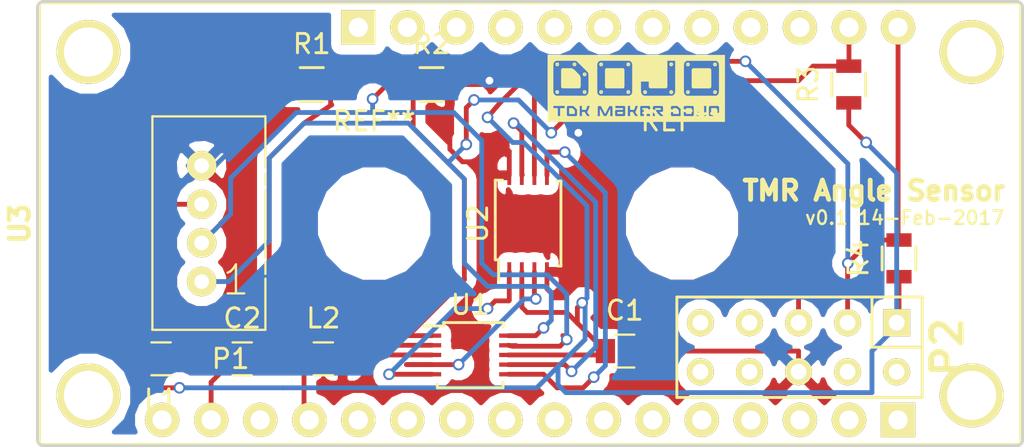
<source format=kicad_pcb>
(kicad_pcb (version 4) (host pcbnew 4.0.5)

  (general
    (links 34)
    (no_connects 0)
    (area 122.924999 93.424999 174.075001 116.575001)
    (thickness 1.6)
    (drawings 10)
    (tracks 233)
    (zones 0)
    (modules 16)
    (nets 43)
  )

  (page A4)
  (layers
    (0 F.Cu signal)
    (31 B.Cu signal)
    (32 B.Adhes user)
    (33 F.Adhes user)
    (34 B.Paste user)
    (35 F.Paste user)
    (36 B.SilkS user)
    (37 F.SilkS user)
    (38 B.Mask user)
    (39 F.Mask user)
    (40 Dwgs.User user)
    (41 Cmts.User user)
    (42 Eco1.User user)
    (43 Eco2.User user)
    (44 Edge.Cuts user)
    (45 Margin user)
    (46 B.CrtYd user)
    (47 F.CrtYd user)
    (48 B.Fab user)
    (49 F.Fab user)
  )

  (setup
    (last_trace_width 0.25)
    (trace_clearance 0.2)
    (zone_clearance 0.508)
    (zone_45_only no)
    (trace_min 0.2)
    (segment_width 0.2)
    (edge_width 0.15)
    (via_size 0.6)
    (via_drill 0.4)
    (via_min_size 0.6)
    (via_min_drill 0.3)
    (uvia_size 0.3)
    (uvia_drill 0.1)
    (uvias_allowed no)
    (uvia_min_size 0.2)
    (uvia_min_drill 0.1)
    (pcb_text_width 0.3)
    (pcb_text_size 1 1)
    (mod_edge_width 0.15)
    (mod_text_size 1 1)
    (mod_text_width 0.15)
    (pad_size 4.8 4.8)
    (pad_drill 4.8)
    (pad_to_mask_clearance 0.2)
    (aux_axis_origin 123 116.5)
    (grid_origin 123 116.5)
    (visible_elements 7FFFFFFF)
    (pcbplotparams
      (layerselection 0x010f0_80000001)
      (usegerberextensions true)
      (excludeedgelayer true)
      (linewidth 0.100000)
      (plotframeref false)
      (viasonmask false)
      (mode 1)
      (useauxorigin false)
      (hpglpennumber 1)
      (hpglpenspeed 20)
      (hpglpendiameter 15)
      (hpglpenoverlay 2)
      (psnegative false)
      (psa4output false)
      (plotreference true)
      (plotvalue true)
      (plotinvisibletext false)
      (padsonsilk false)
      (subtractmaskfromsilk false)
      (outputformat 1)
      (mirror false)
      (drillshape 0)
      (scaleselection 1)
      (outputdirectory gerber/))
  )

  (net 0 "")
  (net 1 VDD)
  (net 2 GND)
  (net 3 "Net-(C2-Pad1)")
  (net 4 "Net-(C2-Pad2)")
  (net 5 "Net-(P1-Pad1)")
  (net 6 "Net-(P1-Pad2)")
  (net 7 "Net-(P2-Pad2)")
  (net 8 "Net-(P2-Pad4)")
  (net 9 "Net-(P2-Pad7)")
  (net 10 "Net-(P2-Pad8)")
  (net 11 "Net-(P2-Pad9)")
  (net 12 "Net-(P2-Pad10)")
  (net 13 "Net-(R1-Pad2)")
  (net 14 "Net-(R2-Pad1)")
  (net 15 "Net-(U1-Pad4)")
  (net 16 "Net-(U1-Pad5)")
  (net 17 "Net-(U1-Pad6)")
  (net 18 "Net-(U1-Pad7)")
  (net 19 "Net-(U3-Pad16)")
  (net 20 "Net-(U3-Pad14)")
  (net 21 "Net-(U3-Pad12)")
  (net 22 "Net-(U3-Pad11)")
  (net 23 "Net-(U3-Pad10)")
  (net 24 "Net-(U3-Pad9)")
  (net 25 "Net-(U3-Pad8)")
  (net 26 "Net-(U3-Pad7)")
  (net 27 "Net-(U3-Pad6)")
  (net 28 "Net-(U3-Pad5)")
  (net 29 "Net-(U3-Pad4)")
  (net 30 "Net-(U3-Pad3)")
  (net 31 "Net-(U3-Pad2)")
  (net 32 "Net-(U3-Pad1)")
  (net 33 "Net-(U3-Pad18)")
  (net 34 "Net-(U3-Pad17)")
  (net 35 "Net-(U3-Pad19)")
  (net 36 "Net-(U3-Pad20)")
  (net 37 "Net-(U3-Pad21)")
  (net 38 "Net-(U3-Pad22)")
  (net 39 "Net-(U3-Pad23)")
  (net 40 "Net-(U3-Pad24)")
  (net 41 "Net-(U3-Pad25)")
  (net 42 "Net-(U3-Pad26)")

  (net_class Default "これは標準のネット クラスです。"
    (clearance 0.2)
    (trace_width 0.25)
    (via_dia 0.6)
    (via_drill 0.4)
    (uvia_dia 0.3)
    (uvia_drill 0.1)
    (add_net GND)
    (add_net "Net-(C2-Pad1)")
    (add_net "Net-(C2-Pad2)")
    (add_net "Net-(P1-Pad1)")
    (add_net "Net-(P1-Pad2)")
    (add_net "Net-(P2-Pad10)")
    (add_net "Net-(P2-Pad2)")
    (add_net "Net-(P2-Pad4)")
    (add_net "Net-(P2-Pad7)")
    (add_net "Net-(P2-Pad8)")
    (add_net "Net-(P2-Pad9)")
    (add_net "Net-(R1-Pad2)")
    (add_net "Net-(R2-Pad1)")
    (add_net "Net-(U1-Pad4)")
    (add_net "Net-(U1-Pad5)")
    (add_net "Net-(U1-Pad6)")
    (add_net "Net-(U1-Pad7)")
    (add_net "Net-(U3-Pad1)")
    (add_net "Net-(U3-Pad10)")
    (add_net "Net-(U3-Pad11)")
    (add_net "Net-(U3-Pad12)")
    (add_net "Net-(U3-Pad14)")
    (add_net "Net-(U3-Pad16)")
    (add_net "Net-(U3-Pad17)")
    (add_net "Net-(U3-Pad18)")
    (add_net "Net-(U3-Pad19)")
    (add_net "Net-(U3-Pad2)")
    (add_net "Net-(U3-Pad20)")
    (add_net "Net-(U3-Pad21)")
    (add_net "Net-(U3-Pad22)")
    (add_net "Net-(U3-Pad23)")
    (add_net "Net-(U3-Pad24)")
    (add_net "Net-(U3-Pad25)")
    (add_net "Net-(U3-Pad26)")
    (add_net "Net-(U3-Pad3)")
    (add_net "Net-(U3-Pad4)")
    (add_net "Net-(U3-Pad5)")
    (add_net "Net-(U3-Pad6)")
    (add_net "Net-(U3-Pad7)")
    (add_net "Net-(U3-Pad8)")
    (add_net "Net-(U3-Pad9)")
    (add_net VDD)
  )

  (module Mounting_Holes:MountingHole_4.8mm_M4 (layer F.Cu) (tedit 58A2476C) (tstamp 58A25816)
    (at 156.37 105)
    (descr "Mounting Hole 4.3mm, no annular, M4")
    (tags "mounting hole 4.3mm no annular m4")
    (fp_text reference REF** (at 0 -5.3) (layer F.SilkS)
      (effects (font (size 1 1) (thickness 0.15)))
    )
    (fp_text value MountingHole_4.8mm_M4 (at 0 5.3) (layer F.Fab)
      (effects (font (size 1 1) (thickness 0.15)))
    )
    (fp_circle (center 0 0) (end 4.3 0) (layer Cmts.User) (width 0.15))
    (fp_circle (center 0 0) (end 4.55 0) (layer F.CrtYd) (width 0.05))
    (pad "" np_thru_hole circle (at 0 0) (size 4.8 4.8) (drill 4.8) (layers *.Cu *.Mask))
  )

  (module Capacitors_SMD:C_0805 (layer F.Cu) (tedit 5415D6EA) (tstamp 58A1CA10)
    (at 153.4 111.6)
    (descr "Capacitor SMD 0805, reflow soldering, AVX (see smccp.pdf)")
    (tags "capacitor 0805")
    (path /58A16AF9)
    (attr smd)
    (fp_text reference C1 (at 0 -2.1) (layer F.SilkS)
      (effects (font (size 1 1) (thickness 0.15)))
    )
    (fp_text value C (at 0 2.1) (layer F.Fab)
      (effects (font (size 1 1) (thickness 0.15)))
    )
    (fp_line (start -1 0.625) (end -1 -0.625) (layer F.Fab) (width 0.1))
    (fp_line (start 1 0.625) (end -1 0.625) (layer F.Fab) (width 0.1))
    (fp_line (start 1 -0.625) (end 1 0.625) (layer F.Fab) (width 0.1))
    (fp_line (start -1 -0.625) (end 1 -0.625) (layer F.Fab) (width 0.1))
    (fp_line (start -1.8 -1) (end 1.8 -1) (layer F.CrtYd) (width 0.05))
    (fp_line (start -1.8 1) (end 1.8 1) (layer F.CrtYd) (width 0.05))
    (fp_line (start -1.8 -1) (end -1.8 1) (layer F.CrtYd) (width 0.05))
    (fp_line (start 1.8 -1) (end 1.8 1) (layer F.CrtYd) (width 0.05))
    (fp_line (start 0.5 -0.85) (end -0.5 -0.85) (layer F.SilkS) (width 0.12))
    (fp_line (start -0.5 0.85) (end 0.5 0.85) (layer F.SilkS) (width 0.12))
    (pad 1 smd rect (at -1 0) (size 1 1.25) (layers F.Cu F.Paste F.Mask)
      (net 1 VDD))
    (pad 2 smd rect (at 1 0) (size 1 1.25) (layers F.Cu F.Paste F.Mask)
      (net 2 GND))
    (model Capacitors_SMD.3dshapes/C_0805.wrl
      (at (xyz 0 0 0))
      (scale (xyz 1 1 1))
      (rotate (xyz 0 0 0))
    )
  )

  (module Capacitors_SMD:C_0805 (layer F.Cu) (tedit 5415D6EA) (tstamp 58A1CA20)
    (at 133.6 112)
    (descr "Capacitor SMD 0805, reflow soldering, AVX (see smccp.pdf)")
    (tags "capacitor 0805")
    (path /58A16A8C)
    (attr smd)
    (fp_text reference C2 (at 0 -2.1) (layer F.SilkS)
      (effects (font (size 1 1) (thickness 0.15)))
    )
    (fp_text value C (at 0 2.1) (layer F.Fab)
      (effects (font (size 1 1) (thickness 0.15)))
    )
    (fp_line (start -1 0.625) (end -1 -0.625) (layer F.Fab) (width 0.1))
    (fp_line (start 1 0.625) (end -1 0.625) (layer F.Fab) (width 0.1))
    (fp_line (start 1 -0.625) (end 1 0.625) (layer F.Fab) (width 0.1))
    (fp_line (start -1 -0.625) (end 1 -0.625) (layer F.Fab) (width 0.1))
    (fp_line (start -1.8 -1) (end 1.8 -1) (layer F.CrtYd) (width 0.05))
    (fp_line (start -1.8 1) (end 1.8 1) (layer F.CrtYd) (width 0.05))
    (fp_line (start -1.8 -1) (end -1.8 1) (layer F.CrtYd) (width 0.05))
    (fp_line (start 1.8 -1) (end 1.8 1) (layer F.CrtYd) (width 0.05))
    (fp_line (start 0.5 -0.85) (end -0.5 -0.85) (layer F.SilkS) (width 0.12))
    (fp_line (start -0.5 0.85) (end 0.5 0.85) (layer F.SilkS) (width 0.12))
    (pad 1 smd rect (at -1 0) (size 1 1.25) (layers F.Cu F.Paste F.Mask)
      (net 3 "Net-(C2-Pad1)"))
    (pad 2 smd rect (at 1 0) (size 1 1.25) (layers F.Cu F.Paste F.Mask)
      (net 4 "Net-(C2-Pad2)"))
    (model Capacitors_SMD.3dshapes/C_0805.wrl
      (at (xyz 0 0 0))
      (scale (xyz 1 1 1))
      (rotate (xyz 0 0 0))
    )
  )

  (module Capacitors_SMD:C_0805 (layer F.Cu) (tedit 5415D6EA) (tstamp 58A1CA30)
    (at 129.4 112 180)
    (descr "Capacitor SMD 0805, reflow soldering, AVX (see smccp.pdf)")
    (tags "capacitor 0805")
    (path /58A16B7A)
    (attr smd)
    (fp_text reference L1 (at 0 -2.1 180) (layer F.SilkS)
      (effects (font (size 1 1) (thickness 0.15)))
    )
    (fp_text value Ferrite_Bead (at 0 2.1 180) (layer F.Fab)
      (effects (font (size 1 1) (thickness 0.15)))
    )
    (fp_line (start -1 0.625) (end -1 -0.625) (layer F.Fab) (width 0.1))
    (fp_line (start 1 0.625) (end -1 0.625) (layer F.Fab) (width 0.1))
    (fp_line (start 1 -0.625) (end 1 0.625) (layer F.Fab) (width 0.1))
    (fp_line (start -1 -0.625) (end 1 -0.625) (layer F.Fab) (width 0.1))
    (fp_line (start -1.8 -1) (end 1.8 -1) (layer F.CrtYd) (width 0.05))
    (fp_line (start -1.8 1) (end 1.8 1) (layer F.CrtYd) (width 0.05))
    (fp_line (start -1.8 -1) (end -1.8 1) (layer F.CrtYd) (width 0.05))
    (fp_line (start 1.8 -1) (end 1.8 1) (layer F.CrtYd) (width 0.05))
    (fp_line (start 0.5 -0.85) (end -0.5 -0.85) (layer F.SilkS) (width 0.12))
    (fp_line (start -0.5 0.85) (end 0.5 0.85) (layer F.SilkS) (width 0.12))
    (pad 1 smd rect (at -1 0 180) (size 1 1.25) (layers F.Cu F.Paste F.Mask)
      (net 3 "Net-(C2-Pad1)"))
    (pad 2 smd rect (at 1 0 180) (size 1 1.25) (layers F.Cu F.Paste F.Mask)
      (net 1 VDD))
    (model Capacitors_SMD.3dshapes/C_0805.wrl
      (at (xyz 0 0 0))
      (scale (xyz 1 1 1))
      (rotate (xyz 0 0 0))
    )
  )

  (module Capacitors_SMD:C_0805 (layer F.Cu) (tedit 5415D6EA) (tstamp 58A1CA40)
    (at 137.8 112)
    (descr "Capacitor SMD 0805, reflow soldering, AVX (see smccp.pdf)")
    (tags "capacitor 0805")
    (path /58A16C06)
    (attr smd)
    (fp_text reference L2 (at 0 -2.1) (layer F.SilkS)
      (effects (font (size 1 1) (thickness 0.15)))
    )
    (fp_text value Ferrite_Bead (at 0 2.1) (layer F.Fab)
      (effects (font (size 1 1) (thickness 0.15)))
    )
    (fp_line (start -1 0.625) (end -1 -0.625) (layer F.Fab) (width 0.1))
    (fp_line (start 1 0.625) (end -1 0.625) (layer F.Fab) (width 0.1))
    (fp_line (start 1 -0.625) (end 1 0.625) (layer F.Fab) (width 0.1))
    (fp_line (start -1 -0.625) (end 1 -0.625) (layer F.Fab) (width 0.1))
    (fp_line (start -1.8 -1) (end 1.8 -1) (layer F.CrtYd) (width 0.05))
    (fp_line (start -1.8 1) (end 1.8 1) (layer F.CrtYd) (width 0.05))
    (fp_line (start -1.8 -1) (end -1.8 1) (layer F.CrtYd) (width 0.05))
    (fp_line (start 1.8 -1) (end 1.8 1) (layer F.CrtYd) (width 0.05))
    (fp_line (start 0.5 -0.85) (end -0.5 -0.85) (layer F.SilkS) (width 0.12))
    (fp_line (start -0.5 0.85) (end 0.5 0.85) (layer F.SilkS) (width 0.12))
    (pad 1 smd rect (at -1 0) (size 1 1.25) (layers F.Cu F.Paste F.Mask)
      (net 4 "Net-(C2-Pad2)"))
    (pad 2 smd rect (at 1 0) (size 1 1.25) (layers F.Cu F.Paste F.Mask)
      (net 2 GND))
    (model Capacitors_SMD.3dshapes/C_0805.wrl
      (at (xyz 0 0 0))
      (scale (xyz 1 1 1))
      (rotate (xyz 0 0 0))
    )
  )

  (module Connectors:Grove_1x04 (layer F.Cu) (tedit 587F9C9D) (tstamp 58A1CA59)
    (at 131.5 108 180)
    (descr https://statics3.seeedstudio.com/images/opl/datasheet/3470130P1.pdf)
    (tags Grove-1x04)
    (path /589D85F6)
    (fp_text reference P1 (at -1.5 -4 180) (layer F.SilkS)
      (effects (font (size 1 1) (thickness 0.15)))
    )
    (fp_text value CONN_01X04 (at 4.19 2.83 270) (layer F.Fab)
      (effects (font (size 1 1) (thickness 0.15)))
    )
    (fp_line (start -3.45 -2.65) (end -3.45 8.7) (layer F.CrtYd) (width 0.05))
    (fp_line (start -3.45 8.7) (end 2.7 8.7) (layer F.CrtYd) (width 0.05))
    (fp_line (start 2.7 8.7) (end 2.7 -2.65) (layer F.CrtYd) (width 0.05))
    (fp_line (start -3.45 -2.65) (end 2.7 -2.65) (layer F.CrtYd) (width 0.05))
    (fp_line (start -3.3 5) (end -3.3 5.6) (layer F.SilkS) (width 0.12))
    (fp_line (start -3.3 0.4) (end -3.3 1) (layer F.SilkS) (width 0.12))
    (fp_line (start 2.55 -2.5) (end 2.55 8.55) (layer F.SilkS) (width 0.12))
    (fp_line (start -3.3 -2.5) (end 2.55 -2.5) (layer F.SilkS) (width 0.12))
    (fp_line (start -3.3 1.25) (end -3.3 4.75) (layer F.SilkS) (width 0.12))
    (fp_line (start -3.3 8.55) (end 2.55 8.55) (layer F.SilkS) (width 0.12))
    (fp_line (start -3.3 -2.5) (end -3.3 0.15) (layer F.SilkS) (width 0.12))
    (fp_line (start -3.3 5.9) (end -3.3 8.55) (layer F.SilkS) (width 0.12))
    (fp_line (start -2.9 -2.1) (end 2.2 -2.1) (layer F.Fab) (width 0.1))
    (fp_line (start 2.2 -2.1) (end 2.2 8.1) (layer F.Fab) (width 0.1))
    (fp_line (start 2.2 8.1) (end -2.9 8.1) (layer F.Fab) (width 0.1))
    (fp_line (start -2.9 8.1) (end -2.9 -2.1) (layer F.Fab) (width 0.1))
    (fp_text user 1 (at -1.775 0.075 180) (layer F.SilkS)
      (effects (font (size 1.5 1.5) (thickness 0.12)))
    )
    (pad 1 thru_hole circle (at 0 0 180) (size 1.524 1.524) (drill 0.762) (layers *.Cu *.Mask F.SilkS)
      (net 5 "Net-(P1-Pad1)"))
    (pad 2 thru_hole circle (at 0 2 180) (size 1.524 1.524) (drill 0.762) (layers *.Cu *.Mask F.SilkS)
      (net 6 "Net-(P1-Pad2)"))
    (pad 3 thru_hole circle (at 0 4 180) (size 1.524 1.524) (drill 0.762) (layers *.Cu *.Mask F.SilkS)
      (net 1 VDD))
    (pad 4 thru_hole circle (at 0 6 180) (size 1.524 1.524) (drill 0.762) (layers *.Cu *.Mask F.SilkS)
      (net 2 GND))
    (model Connectors.3dshapes/Grove_1x04.wrl
      (at (xyz 0 0 0))
      (scale (xyz 0.3937 0.3937 0.3937))
      (rotate (xyz 0 0 -90))
    )
  )

  (module Connectors:CONN_2.54mm_2x5 (layer F.Cu) (tedit 5214D2D0) (tstamp 58A1CA77)
    (at 162.4 111.4 90)
    (path /58A166A1)
    (fp_text reference P2 (at 0 7.7 90) (layer F.SilkS)
      (effects (font (thickness 0.3048)))
    )
    (fp_text value CONN_02X05 (at 0 -7.2 90) (layer F.SilkS) hide
      (effects (font (thickness 0.3048)))
    )
    (fp_line (start 2.6 6.4) (end 2.6 3.8) (layer F.SilkS) (width 0.15))
    (fp_line (start 0 6.4) (end -2.5 6.4) (layer F.SilkS) (width 0.15))
    (fp_line (start -2.5 6.4) (end -2.6 6.4) (layer F.SilkS) (width 0.15))
    (fp_line (start -2.6 6.4) (end -2.6 0.9) (layer F.SilkS) (width 0.15))
    (fp_line (start 2.6 2.6) (end 2.6 3.8) (layer F.SilkS) (width 0.15))
    (fp_line (start 0 6.4) (end 2.6 6.4) (layer F.SilkS) (width 0.15))
    (fp_line (start 0 6.4) (end 0 3.8) (layer F.SilkS) (width 0.15))
    (fp_line (start 0 3.8) (end 2.6 3.8) (layer F.SilkS) (width 0.15))
    (fp_line (start -2.6 -5.1) (end -2.6 -6.3) (layer F.SilkS) (width 0.15))
    (fp_line (start -2.6 -6.3) (end 2.6 -6.3) (layer F.SilkS) (width 0.15))
    (fp_line (start 2.6 -6.3) (end 2.6 -5.1) (layer F.SilkS) (width 0.15))
    (fp_line (start 2.6 2.6) (end 2.6 -3.9) (layer F.SilkS) (width 0.15))
    (fp_line (start 2.6 -3.9) (end 2.6 -5) (layer F.SilkS) (width 0.15))
    (fp_line (start 2.6 -5) (end 2.6 -5.1) (layer F.SilkS) (width 0.15))
    (fp_line (start -2.6 -5.1) (end -2.6 -3.2) (layer F.SilkS) (width 0.15))
    (fp_line (start -2.6 0.9) (end -2.6 -3.2) (layer F.SilkS) (width 0.15))
    (pad 1 thru_hole rect (at 1.27 5.08 90) (size 1.397 1.397) (drill 0.8128) (layers *.Cu *.Mask F.SilkS)
      (net 1 VDD))
    (pad 2 thru_hole circle (at -1.27 5.08 90) (size 1.397 1.397) (drill 0.8128) (layers *.Cu *.Mask F.SilkS)
      (net 7 "Net-(P2-Pad2)"))
    (pad 3 thru_hole circle (at 1.27 2.54 90) (size 1.397 1.397) (drill 0.8128) (layers *.Cu *.Mask F.SilkS)
      (net 6 "Net-(P1-Pad2)"))
    (pad 4 thru_hole circle (at -1.27 2.54 90) (size 1.397 1.397) (drill 0.8128) (layers *.Cu *.Mask F.SilkS)
      (net 8 "Net-(P2-Pad4)"))
    (pad 5 thru_hole circle (at 1.27 0 90) (size 1.397 1.397) (drill 0.8128) (layers *.Cu *.Mask F.SilkS)
      (net 5 "Net-(P1-Pad1)"))
    (pad 6 thru_hole circle (at -1.27 0 90) (size 1.397 1.397) (drill 0.8128) (layers *.Cu *.Mask F.SilkS)
      (net 2 GND))
    (pad 7 thru_hole circle (at 1.27 -2.54 90) (size 1.397 1.397) (drill 0.8128) (layers *.Cu *.Mask F.SilkS)
      (net 9 "Net-(P2-Pad7)"))
    (pad 8 thru_hole circle (at -1.27 -2.54 90) (size 1.397 1.397) (drill 0.8128) (layers *.Cu *.Mask F.SilkS)
      (net 10 "Net-(P2-Pad8)"))
    (pad 9 thru_hole circle (at 1.27 -5.08 90) (size 1.397 1.397) (drill 0.8128) (layers *.Cu *.Mask F.SilkS)
      (net 11 "Net-(P2-Pad9)"))
    (pad 10 thru_hole circle (at -1.27 -5.08 90) (size 1.397 1.397) (drill 0.8128) (layers *.Cu *.Mask F.SilkS)
      (net 12 "Net-(P2-Pad10)"))
  )

  (module Resistors_SMD:R_0805 (layer F.Cu) (tedit 58307B54) (tstamp 58A1CA87)
    (at 137.2 97.8)
    (descr "Resistor SMD 0805, reflow soldering, Vishay (see dcrcw.pdf)")
    (tags "resistor 0805")
    (path /58A1696F)
    (attr smd)
    (fp_text reference R1 (at 0 -2.1) (layer F.SilkS)
      (effects (font (size 1 1) (thickness 0.15)))
    )
    (fp_text value R (at 0 2.1) (layer F.Fab)
      (effects (font (size 1 1) (thickness 0.15)))
    )
    (fp_line (start -1 0.625) (end -1 -0.625) (layer F.Fab) (width 0.1))
    (fp_line (start 1 0.625) (end -1 0.625) (layer F.Fab) (width 0.1))
    (fp_line (start 1 -0.625) (end 1 0.625) (layer F.Fab) (width 0.1))
    (fp_line (start -1 -0.625) (end 1 -0.625) (layer F.Fab) (width 0.1))
    (fp_line (start -1.6 -1) (end 1.6 -1) (layer F.CrtYd) (width 0.05))
    (fp_line (start -1.6 1) (end 1.6 1) (layer F.CrtYd) (width 0.05))
    (fp_line (start -1.6 -1) (end -1.6 1) (layer F.CrtYd) (width 0.05))
    (fp_line (start 1.6 -1) (end 1.6 1) (layer F.CrtYd) (width 0.05))
    (fp_line (start 0.6 0.875) (end -0.6 0.875) (layer F.SilkS) (width 0.15))
    (fp_line (start -0.6 -0.875) (end 0.6 -0.875) (layer F.SilkS) (width 0.15))
    (pad 1 smd rect (at -0.95 0) (size 0.7 1.3) (layers F.Cu F.Paste F.Mask)
      (net 1 VDD))
    (pad 2 smd rect (at 0.95 0) (size 0.7 1.3) (layers F.Cu F.Paste F.Mask)
      (net 13 "Net-(R1-Pad2)"))
    (model Resistors_SMD.3dshapes/R_0805.wrl
      (at (xyz 0 0 0))
      (scale (xyz 1 1 1))
      (rotate (xyz 0 0 0))
    )
  )

  (module Resistors_SMD:R_0805 (layer F.Cu) (tedit 58307B54) (tstamp 58A1CA97)
    (at 143.4 97.8)
    (descr "Resistor SMD 0805, reflow soldering, Vishay (see dcrcw.pdf)")
    (tags "resistor 0805")
    (path /58A16A15)
    (attr smd)
    (fp_text reference R2 (at 0 -2.1) (layer F.SilkS)
      (effects (font (size 1 1) (thickness 0.15)))
    )
    (fp_text value R (at 0 2.1) (layer F.Fab)
      (effects (font (size 1 1) (thickness 0.15)))
    )
    (fp_line (start -1 0.625) (end -1 -0.625) (layer F.Fab) (width 0.1))
    (fp_line (start 1 0.625) (end -1 0.625) (layer F.Fab) (width 0.1))
    (fp_line (start 1 -0.625) (end 1 0.625) (layer F.Fab) (width 0.1))
    (fp_line (start -1 -0.625) (end 1 -0.625) (layer F.Fab) (width 0.1))
    (fp_line (start -1.6 -1) (end 1.6 -1) (layer F.CrtYd) (width 0.05))
    (fp_line (start -1.6 1) (end 1.6 1) (layer F.CrtYd) (width 0.05))
    (fp_line (start -1.6 -1) (end -1.6 1) (layer F.CrtYd) (width 0.05))
    (fp_line (start 1.6 -1) (end 1.6 1) (layer F.CrtYd) (width 0.05))
    (fp_line (start 0.6 0.875) (end -0.6 0.875) (layer F.SilkS) (width 0.15))
    (fp_line (start -0.6 -0.875) (end 0.6 -0.875) (layer F.SilkS) (width 0.15))
    (pad 1 smd rect (at -0.95 0) (size 0.7 1.3) (layers F.Cu F.Paste F.Mask)
      (net 14 "Net-(R2-Pad1)"))
    (pad 2 smd rect (at 0.95 0) (size 0.7 1.3) (layers F.Cu F.Paste F.Mask)
      (net 2 GND))
    (model Resistors_SMD.3dshapes/R_0805.wrl
      (at (xyz 0 0 0))
      (scale (xyz 1 1 1))
      (rotate (xyz 0 0 0))
    )
  )

  (module Resistors_SMD:R_0805 (layer F.Cu) (tedit 58307B54) (tstamp 58A1CAA7)
    (at 165 97.8 90)
    (descr "Resistor SMD 0805, reflow soldering, Vishay (see dcrcw.pdf)")
    (tags "resistor 0805")
    (path /58A16889)
    (attr smd)
    (fp_text reference R3 (at 0 -2.1 90) (layer F.SilkS)
      (effects (font (size 1 1) (thickness 0.15)))
    )
    (fp_text value R (at 0 2.1 90) (layer F.Fab)
      (effects (font (size 1 1) (thickness 0.15)))
    )
    (fp_line (start -1 0.625) (end -1 -0.625) (layer F.Fab) (width 0.1))
    (fp_line (start 1 0.625) (end -1 0.625) (layer F.Fab) (width 0.1))
    (fp_line (start 1 -0.625) (end 1 0.625) (layer F.Fab) (width 0.1))
    (fp_line (start -1 -0.625) (end 1 -0.625) (layer F.Fab) (width 0.1))
    (fp_line (start -1.6 -1) (end 1.6 -1) (layer F.CrtYd) (width 0.05))
    (fp_line (start -1.6 1) (end 1.6 1) (layer F.CrtYd) (width 0.05))
    (fp_line (start -1.6 -1) (end -1.6 1) (layer F.CrtYd) (width 0.05))
    (fp_line (start 1.6 -1) (end 1.6 1) (layer F.CrtYd) (width 0.05))
    (fp_line (start 0.6 0.875) (end -0.6 0.875) (layer F.SilkS) (width 0.15))
    (fp_line (start -0.6 -0.875) (end 0.6 -0.875) (layer F.SilkS) (width 0.15))
    (pad 1 smd rect (at -0.95 0 90) (size 0.7 1.3) (layers F.Cu F.Paste F.Mask)
      (net 1 VDD))
    (pad 2 smd rect (at 0.95 0 90) (size 0.7 1.3) (layers F.Cu F.Paste F.Mask)
      (net 5 "Net-(P1-Pad1)"))
    (model Resistors_SMD.3dshapes/R_0805.wrl
      (at (xyz 0 0 0))
      (scale (xyz 1 1 1))
      (rotate (xyz 0 0 0))
    )
  )

  (module Resistors_SMD:R_0805 (layer F.Cu) (tedit 58307B54) (tstamp 58A1CAB7)
    (at 167.6 106.8 90)
    (descr "Resistor SMD 0805, reflow soldering, Vishay (see dcrcw.pdf)")
    (tags "resistor 0805")
    (path /58A169D0)
    (attr smd)
    (fp_text reference R4 (at 0 -2.1 90) (layer F.SilkS)
      (effects (font (size 1 1) (thickness 0.15)))
    )
    (fp_text value R (at 0 2.1 90) (layer F.Fab)
      (effects (font (size 1 1) (thickness 0.15)))
    )
    (fp_line (start -1 0.625) (end -1 -0.625) (layer F.Fab) (width 0.1))
    (fp_line (start 1 0.625) (end -1 0.625) (layer F.Fab) (width 0.1))
    (fp_line (start 1 -0.625) (end 1 0.625) (layer F.Fab) (width 0.1))
    (fp_line (start -1 -0.625) (end 1 -0.625) (layer F.Fab) (width 0.1))
    (fp_line (start -1.6 -1) (end 1.6 -1) (layer F.CrtYd) (width 0.05))
    (fp_line (start -1.6 1) (end 1.6 1) (layer F.CrtYd) (width 0.05))
    (fp_line (start -1.6 -1) (end -1.6 1) (layer F.CrtYd) (width 0.05))
    (fp_line (start 1.6 -1) (end 1.6 1) (layer F.CrtYd) (width 0.05))
    (fp_line (start 0.6 0.875) (end -0.6 0.875) (layer F.SilkS) (width 0.15))
    (fp_line (start -0.6 -0.875) (end 0.6 -0.875) (layer F.SilkS) (width 0.15))
    (pad 1 smd rect (at -0.95 0 90) (size 0.7 1.3) (layers F.Cu F.Paste F.Mask)
      (net 1 VDD))
    (pad 2 smd rect (at 0.95 0 90) (size 0.7 1.3) (layers F.Cu F.Paste F.Mask)
      (net 6 "Net-(P1-Pad2)"))
    (model Resistors_SMD.3dshapes/R_0805.wrl
      (at (xyz 0 0 0))
      (scale (xyz 1 1 1))
      (rotate (xyz 0 0 0))
    )
  )

  (module TMR:ADC1015 (layer F.Cu) (tedit 58A1A878) (tstamp 58A1CAD7)
    (at 145.4 111.8)
    (descr "10-Lead Plastic Micro Small Outline Package (MS) [MSOP] (see Microchip Packaging Specification 00000049BS.pdf)")
    (tags "SSOP 0.5")
    (path /58A1C4B3)
    (attr smd)
    (fp_text reference U1 (at 0 -2.6) (layer F.SilkS)
      (effects (font (size 1 1) (thickness 0.15)))
    )
    (fp_text value ADC1015 (at 0 2.6) (layer F.Fab)
      (effects (font (size 1 1) (thickness 0.15)))
    )
    (fp_line (start 1.7 1.425) (end 1.7 1.7) (layer F.SilkS) (width 0.15))
    (fp_line (start 1.7 1.7) (end -1.675 1.7) (layer F.SilkS) (width 0.15))
    (fp_line (start -1.675 1.7) (end -1.7 1.7) (layer F.SilkS) (width 0.15))
    (fp_line (start -1.7 1.7) (end -1.7 1.5) (layer F.SilkS) (width 0.15))
    (fp_line (start 1.7 -1.475) (end 1.7 -1.65) (layer F.SilkS) (width 0.15))
    (fp_line (start 1.7 -1.65) (end 1.7 -1.675) (layer F.SilkS) (width 0.15))
    (fp_line (start 1.7 -1.675) (end -1.375 -1.675) (layer F.SilkS) (width 0.15))
    (fp_line (start -1.375 -1.675) (end -1.375 -1.5) (layer F.SilkS) (width 0.15))
    (fp_line (start -1.375 -1.5) (end -2.375 -1.5) (layer F.SilkS) (width 0.15))
    (fp_line (start -1.5 -1) (end -1 -1.5) (layer F.Fab) (width 0.15))
    (fp_line (start -1 -1.5) (end 1.5 -1.5) (layer F.Fab) (width 0.15))
    (fp_line (start 1.5 -1.5) (end 1.5 1.5) (layer F.Fab) (width 0.15))
    (fp_line (start 1.5 1.5) (end -1.5 1.5) (layer F.Fab) (width 0.15))
    (fp_line (start -1.5 1.5) (end -1.5 -1) (layer F.Fab) (width 0.15))
    (fp_line (start -3.15 -1.85) (end -3.15 1.85) (layer F.CrtYd) (width 0.15))
    (fp_line (start 3.15 -1.85) (end 3.15 1.85) (layer F.CrtYd) (width 0.15))
    (fp_line (start -3.15 -1.85) (end 3.15 -1.85) (layer F.CrtYd) (width 0.15))
    (fp_line (start -3.15 1.85) (end 3.15 1.85) (layer F.CrtYd) (width 0.15))
    (pad 1 smd rect (at -1.975 -1) (size 0.95 0.22) (layers F.Cu F.Paste F.Mask)
      (net 14 "Net-(R2-Pad1)"))
    (pad 2 smd rect (at -1.975 -0.5) (size 0.95 0.22) (layers F.Cu F.Paste F.Mask)
      (net 13 "Net-(R1-Pad2)"))
    (pad 3 smd rect (at -1.975 0) (size 0.95 0.22) (layers F.Cu F.Paste F.Mask)
      (net 2 GND))
    (pad 4 smd rect (at -1.975 0.5) (size 0.95 0.22) (layers F.Cu F.Paste F.Mask)
      (net 15 "Net-(U1-Pad4)"))
    (pad 5 smd rect (at -1.975 1) (size 0.95 0.22) (layers F.Cu F.Paste F.Mask)
      (net 16 "Net-(U1-Pad5)"))
    (pad 6 smd rect (at 1.975 1) (size 0.95 0.22) (layers F.Cu F.Paste F.Mask)
      (net 17 "Net-(U1-Pad6)"))
    (pad 7 smd rect (at 1.975 0.5) (size 0.95 0.22) (layers F.Cu F.Paste F.Mask)
      (net 18 "Net-(U1-Pad7)"))
    (pad 8 smd rect (at 1.975 0) (size 0.95 0.22) (layers F.Cu F.Paste F.Mask)
      (net 1 VDD))
    (pad 9 smd rect (at 1.975 -0.5) (size 0.95 0.22) (layers F.Cu F.Paste F.Mask)
      (net 6 "Net-(P1-Pad2)"))
    (pad 10 smd rect (at 1.975 -1) (size 0.95 0.22) (layers F.Cu F.Paste F.Mask)
      (net 5 "Net-(P1-Pad1)"))
    (model Housings_SSOP.3dshapes/MSOP-10_3x3mm_Pitch0.5mm.wrl
      (at (xyz 0 0 0))
      (scale (xyz 1 1 1))
      (rotate (xyz 0 0 0))
    )
  )

  (module TMR:TMRsensor (layer F.Cu) (tedit 58A1A790) (tstamp 58A1CAF7)
    (at 148.4 105 90)
    (descr "8-Lead Plastic Micro Small Outline Package (MS) [MSOP] (see Microchip Packaging Specification 00000049BS.pdf)")
    (tags "SSOP 0.65")
    (path /589D8FBD)
    (attr smd)
    (fp_text reference U2 (at 0 -2.6 90) (layer F.SilkS)
      (effects (font (size 1 1) (thickness 0.15)))
    )
    (fp_text value CJZ0002 (at 0 2.6 90) (layer F.Fab)
      (effects (font (size 1 1) (thickness 0.15)))
    )
    (fp_line (start 2.2 1.5) (end 2.2 1.65) (layer F.SilkS) (width 0.15))
    (fp_line (start 2.2 1.65) (end 2.2 1.675) (layer F.SilkS) (width 0.15))
    (fp_line (start 2.2 1.675) (end 2.2 1.7) (layer F.SilkS) (width 0.15))
    (fp_line (start 2.2 1.7) (end -2.15 1.7) (layer F.SilkS) (width 0.15))
    (fp_line (start -2.15 1.7) (end -2.175 1.7) (layer F.SilkS) (width 0.15))
    (fp_line (start -2.175 1.7) (end -2.2 1.7) (layer F.SilkS) (width 0.15))
    (fp_line (start -2.2 1.7) (end -2.2 1.525) (layer F.SilkS) (width 0.15))
    (fp_line (start 2.25 -1.325) (end 2.25 -1.7) (layer F.SilkS) (width 0.15))
    (fp_line (start 2.25 -1.7) (end -1.875 -1.7) (layer F.SilkS) (width 0.15))
    (fp_line (start -1.875 -1.7) (end -1.875 -1.525) (layer F.SilkS) (width 0.15))
    (fp_line (start -1.875 -1.525) (end -2.9 -1.525) (layer F.SilkS) (width 0.15))
    (fp_line (start -1.5 -1.5) (end 2 -1.5) (layer F.Fab) (width 0.15))
    (fp_line (start 2 -1.5) (end 2 1.5) (layer F.Fab) (width 0.15))
    (fp_line (start 2 1.5) (end -2 1.5) (layer F.Fab) (width 0.15))
    (fp_line (start -2 1.5) (end -2 -0.5) (layer F.Fab) (width 0.15))
    (fp_line (start -2 -0.5) (end -1.5 -1.5) (layer F.Fab) (width 0.15))
    (fp_line (start -3.2 -1.85) (end -3.2 1.85) (layer F.CrtYd) (width 0.05))
    (fp_line (start 3.2 -1.85) (end 3.2 1.85) (layer F.CrtYd) (width 0.05))
    (fp_line (start -3.2 -1.85) (end 3.2 -1.85) (layer F.CrtYd) (width 0.05))
    (fp_line (start -3.2 1.85) (end 3.2 1.85) (layer F.CrtYd) (width 0.05))
    (pad 1 smd rect (at -2.5 -0.975 90) (size 1 0.2) (layers F.Cu F.Paste F.Mask)
      (net 16 "Net-(U1-Pad5)"))
    (pad 2 smd rect (at -2.5 -0.325 90) (size 1 0.2) (layers F.Cu F.Paste F.Mask)
      (net 1 VDD))
    (pad 3 smd rect (at -2.5 0.325 90) (size 1 0.2) (layers F.Cu F.Paste F.Mask)
      (net 15 "Net-(U1-Pad4)"))
    (pad 4 smd rect (at -2.5 0.975 90) (size 1 0.2) (layers F.Cu F.Paste F.Mask)
      (net 2 GND))
    (pad 5 smd rect (at 2.5 0.975 90) (size 1 0.2) (layers F.Cu F.Paste F.Mask)
      (net 17 "Net-(U1-Pad6)"))
    (pad 6 smd rect (at 2.5 0.325 90) (size 1 0.2) (layers F.Cu F.Paste F.Mask)
      (net 1 VDD))
    (pad 7 smd rect (at 2.5 -0.325 90) (size 1 0.2) (layers F.Cu F.Paste F.Mask)
      (net 18 "Net-(U1-Pad7)"))
    (pad 8 smd rect (at 2.5 -0.975 90) (size 1 0.2) (layers F.Cu F.Paste F.Mask)
      (net 2 GND))
    (model Housings_SSOP.3dshapes/MSOP-8_3x3mm_Pitch0.65mm.wrl
      (at (xyz 0 0 0))
      (scale (xyz 1 1 1))
      (rotate (xyz 0 0 0))
    )
  )

  (module TMR:ADAFRUIT_FEATHER (layer F.Cu) (tedit 582D446B) (tstamp 58A1CB1F)
    (at 148.5011 105.0036)
    (path /58A1536A)
    (fp_text reference U3 (at -26.416 0 90) (layer F.SilkS)
      (effects (font (size 1 1) (thickness 0.25)))
    )
    (fp_text value ADAFRUIT_FEATHER (at -24.384 0 90) (layer F.Fab) hide
      (effects (font (size 1 1) (thickness 0.25)))
    )
    (fp_line (start -25.4 -11.43) (end -25.4 11.43) (layer F.SilkS) (width 0.15))
    (fp_line (start -25.4 11.43) (end 25.4 11.43) (layer F.SilkS) (width 0.15))
    (fp_line (start 25.4 11.43) (end 25.4 -11.43) (layer F.SilkS) (width 0.15))
    (fp_line (start 25.4 -11.43) (end -25.4 -11.43) (layer F.SilkS) (width 0.15))
    (pad "" thru_hole circle (at -22.86 -8.89) (size 3.302 3.302) (drill 2.54) (layers *.Cu *.Mask F.SilkS))
    (pad "" thru_hole circle (at -22.86 8.89) (size 3.302 3.302) (drill 2.54) (layers *.Cu *.Mask F.SilkS))
    (pad "" thru_hole circle (at 22.86 8.89) (size 3.302 3.302) (drill 2.54) (layers *.Cu *.Mask F.SilkS))
    (pad "" thru_hole circle (at 22.86 -8.89) (size 3.302 3.302) (drill 2.54) (layers *.Cu *.Mask F.SilkS))
    (pad 16 thru_hole circle (at -19.05 10.16) (size 1.778 1.778) (drill 0.9906) (layers *.Cu *.Mask F.SilkS)
      (net 19 "Net-(U3-Pad16)"))
    (pad 15 thru_hole circle (at -16.51 10.16) (size 1.778 1.778) (drill 0.9906) (layers *.Cu *.Mask F.SilkS)
      (net 3 "Net-(C2-Pad1)"))
    (pad 14 thru_hole circle (at -13.97 10.16) (size 1.778 1.778) (drill 0.9906) (layers *.Cu *.Mask F.SilkS)
      (net 20 "Net-(U3-Pad14)"))
    (pad 13 thru_hole circle (at -11.43 10.16) (size 1.778 1.778) (drill 0.9906) (layers *.Cu *.Mask F.SilkS)
      (net 4 "Net-(C2-Pad2)"))
    (pad 12 thru_hole circle (at -8.89 10.16) (size 1.778 1.778) (drill 0.9906) (layers *.Cu *.Mask F.SilkS)
      (net 21 "Net-(U3-Pad12)"))
    (pad 11 thru_hole circle (at -6.35 10.16) (size 1.778 1.778) (drill 0.9906) (layers *.Cu *.Mask F.SilkS)
      (net 22 "Net-(U3-Pad11)"))
    (pad 10 thru_hole circle (at -3.81 10.16) (size 1.778 1.778) (drill 0.9906) (layers *.Cu *.Mask F.SilkS)
      (net 23 "Net-(U3-Pad10)"))
    (pad 9 thru_hole circle (at -1.27 10.16) (size 1.778 1.778) (drill 0.9906) (layers *.Cu *.Mask F.SilkS)
      (net 24 "Net-(U3-Pad9)"))
    (pad 8 thru_hole circle (at 1.27 10.16) (size 1.778 1.778) (drill 0.9906) (layers *.Cu *.Mask F.SilkS)
      (net 25 "Net-(U3-Pad8)"))
    (pad 7 thru_hole circle (at 3.81 10.16) (size 1.778 1.778) (drill 0.9906) (layers *.Cu *.Mask F.SilkS)
      (net 26 "Net-(U3-Pad7)"))
    (pad 6 thru_hole circle (at 6.35 10.16) (size 1.778 1.778) (drill 0.9906) (layers *.Cu *.Mask F.SilkS)
      (net 27 "Net-(U3-Pad6)"))
    (pad 5 thru_hole circle (at 8.89 10.16) (size 1.778 1.778) (drill 0.9906) (layers *.Cu *.Mask F.SilkS)
      (net 28 "Net-(U3-Pad5)"))
    (pad 4 thru_hole circle (at 11.43 10.16) (size 1.778 1.778) (drill 0.9906) (layers *.Cu *.Mask F.SilkS)
      (net 29 "Net-(U3-Pad4)"))
    (pad 3 thru_hole circle (at 13.97 10.16) (size 1.778 1.778) (drill 0.9906) (layers *.Cu *.Mask F.SilkS)
      (net 30 "Net-(U3-Pad3)"))
    (pad 2 thru_hole circle (at 16.51 10.16) (size 1.778 1.778) (drill 0.9906) (layers *.Cu *.Mask F.SilkS)
      (net 31 "Net-(U3-Pad2)"))
    (pad 1 thru_hole rect (at 19.05 10.16) (size 1.778 1.778) (drill 0.9906) (layers *.Cu *.Mask F.SilkS)
      (net 32 "Net-(U3-Pad1)"))
    (pad 18 thru_hole circle (at -6.35 -10.16) (size 1.778 1.778) (drill 0.9906) (layers *.Cu *.Mask F.SilkS)
      (net 33 "Net-(U3-Pad18)"))
    (pad 17 thru_hole rect (at -8.89 -10.16) (size 1.778 1.778) (drill 0.9906) (layers *.Cu *.Mask F.SilkS)
      (net 34 "Net-(U3-Pad17)"))
    (pad 19 thru_hole circle (at -3.81 -10.16) (size 1.778 1.778) (drill 0.9906) (layers *.Cu *.Mask F.SilkS)
      (net 35 "Net-(U3-Pad19)"))
    (pad 20 thru_hole circle (at -1.27 -10.16) (size 1.778 1.778) (drill 0.9906) (layers *.Cu *.Mask F.SilkS)
      (net 36 "Net-(U3-Pad20)"))
    (pad 21 thru_hole circle (at 1.27 -10.16) (size 1.778 1.778) (drill 0.9906) (layers *.Cu *.Mask F.SilkS)
      (net 37 "Net-(U3-Pad21)"))
    (pad 22 thru_hole circle (at 3.81 -10.16) (size 1.778 1.778) (drill 0.9906) (layers *.Cu *.Mask F.SilkS)
      (net 38 "Net-(U3-Pad22)"))
    (pad 23 thru_hole circle (at 6.35 -10.16) (size 1.778 1.778) (drill 0.9906) (layers *.Cu *.Mask F.SilkS)
      (net 39 "Net-(U3-Pad23)"))
    (pad 24 thru_hole circle (at 8.89 -10.16) (size 1.778 1.778) (drill 0.9906) (layers *.Cu *.Mask F.SilkS)
      (net 40 "Net-(U3-Pad24)"))
    (pad 25 thru_hole circle (at 11.43 -10.16) (size 1.778 1.778) (drill 0.9906) (layers *.Cu *.Mask F.SilkS)
      (net 41 "Net-(U3-Pad25)"))
    (pad 26 thru_hole circle (at 13.97 -10.16) (size 1.778 1.778) (drill 0.9906) (layers *.Cu *.Mask F.SilkS)
      (net 42 "Net-(U3-Pad26)"))
    (pad 27 thru_hole circle (at 16.51 -10.16) (size 1.778 1.778) (drill 0.9906) (layers *.Cu *.Mask F.SilkS)
      (net 5 "Net-(P1-Pad1)"))
    (pad 28 thru_hole circle (at 19.05 -10.16) (size 1.778 1.778) (drill 0.9906) (layers *.Cu *.Mask F.SilkS)
      (net 6 "Net-(P1-Pad2)"))
  )

  (module Mounting_Holes:MountingHole_4.8mm_M4 (layer F.Cu) (tedit 58A2476C) (tstamp 58A25873)
    (at 140.43 105)
    (descr "Mounting Hole 4.3mm, no annular, M4")
    (tags "mounting hole 4.3mm no annular m4")
    (fp_text reference REF** (at 0 -5.3) (layer F.SilkS)
      (effects (font (size 1 1) (thickness 0.15)))
    )
    (fp_text value MountingHole_4.8mm_M4 (at 0 5.3) (layer F.Fab)
      (effects (font (size 1 1) (thickness 0.15)))
    )
    (fp_circle (center 0 0) (end 4.3 0) (layer Cmts.User) (width 0.15))
    (fp_circle (center 0 0) (end 4.55 0) (layer F.CrtYd) (width 0.05))
    (pad "" np_thru_hole circle (at 0 0) (size 4.8 4.8) (drill 4.8) (layers *.Cu *.Mask))
  )

  (module "TMR:dojo logo" (layer F.Cu) (tedit 0) (tstamp 58A29987)
    (at 154 98)
    (fp_text reference G*** (at 0 0) (layer F.SilkS) hide
      (effects (font (thickness 0.3)))
    )
    (fp_text value LOGO (at 0.75 0) (layer F.SilkS) hide
      (effects (font (thickness 0.3)))
    )
    (fp_poly (pts (xy 4.588933 1.731434) (xy -4.588933 1.731434) (xy -4.588933 1.439334) (xy -2.002367 1.439334)
      (xy -1.8796 1.439334) (xy -1.8796 1.087378) (xy -1.870124 1.088731) (xy -1.867239 1.090155)
      (xy -1.863447 1.09411) (xy -1.858406 1.101208) (xy -1.851772 1.112065) (xy -1.843204 1.127295)
      (xy -1.832359 1.14751) (xy -1.818893 1.173326) (xy -1.802463 1.205356) (xy -1.782728 1.244214)
      (xy -1.777152 1.255234) (xy -1.756204 1.296533) (xy -1.738628 1.330848) (xy -1.724076 1.358805)
      (xy -1.712202 1.381027) (xy -1.702659 1.398137) (xy -1.695101 1.410759) (xy -1.689179 1.419517)
      (xy -1.684548 1.425034) (xy -1.6812 1.427742) (xy -1.669912 1.431563) (xy -1.65253 1.434171)
      (xy -1.631277 1.435575) (xy -1.608377 1.435784) (xy -1.586055 1.434809) (xy -1.566534 1.432657)
      (xy -1.552038 1.429338) (xy -1.547284 1.427191) (xy -1.543484 1.423957) (xy -1.538767 1.418121)
      (xy -1.532786 1.409051) (xy -1.525192 1.396115) (xy -1.515641 1.378679) (xy -1.503784 1.356113)
      (xy -1.489275 1.327783) (xy -1.471768 1.293058) (xy -1.452077 1.25364) (xy -1.431994 1.213401)
      (xy -1.415271 1.180129) (xy -1.401551 1.153185) (xy -1.39048 1.131928) (xy -1.3817 1.115719)
      (xy -1.374856 1.103916) (xy -1.369593 1.095881) (xy -1.365555 1.090972) (xy -1.362385 1.08855)
      (xy -1.360002 1.087967) (xy -1.350434 1.087967) (xy -1.350434 1.439334) (xy -1.22734 1.439334)
      (xy -1.228173 1.273956) (xy -1.100574 1.273956) (xy -1.100563 1.307949) (xy -1.10042 1.334589)
      (xy -1.100069 1.354992) (xy -1.099437 1.370272) (xy -1.098452 1.381543) (xy -1.097038 1.389918)
      (xy -1.095122 1.396514) (xy -1.09263 1.402443) (xy -1.091985 1.403795) (xy -1.080715 1.420083)
      (xy -1.065527 1.430588) (xy -1.061379 1.432557) (xy -1.057018 1.434205) (xy -1.051707 1.435557)
      (xy -1.04471 1.436638) (xy -1.035291 1.437471) (xy -1.022713 1.43808) (xy -1.006238 1.438489)
      (xy -0.985132 1.438723) (xy -0.958657 1.438806) (xy -0.926076 1.438761) (xy -0.886654 1.438613)
      (xy -0.839652 1.438387) (xy -0.828982 1.438332) (xy -0.780334 1.438076) (xy -0.739435 1.437823)
      (xy -0.705568 1.437543) (xy -0.678017 1.437207) (xy -0.656064 1.436782) (xy -0.638993 1.436239)
      (xy -0.626085 1.435546) (xy -0.616625 1.434674) (xy -0.609894 1.433591) (xy -0.605176 1.432267)
      (xy -0.601754 1.430672) (xy -0.598911 1.428774) (xy -0.598527 1.428489) (xy -0.587225 1.418406)
      (xy -0.578112 1.408074) (xy -0.576168 1.40525) (xy -0.574531 1.401943) (xy -0.57317 1.397434)
      (xy -0.572055 1.391007) (xy -0.571153 1.381943) (xy -0.570435 1.369524) (xy -0.56987 1.353032)
      (xy -0.569426 1.331748) (xy -0.569072 1.304956) (xy -0.568779 1.271937) (xy -0.568514 1.231972)
      (xy -0.568246 1.184345) (xy -0.568213 1.178128) (xy -0.567959 1.12957) (xy -0.567778 1.088737)
      (xy -0.567696 1.054889) (xy -0.567737 1.027286) (xy -0.567927 1.005186) (xy -0.56829 0.98785)
      (xy -0.568851 0.974536) (xy -0.569637 0.964503) (xy -0.570671 0.957012) (xy -0.571978 0.951321)
      (xy -0.573584 0.94669) (xy -0.575514 0.942378) (xy -0.576231 0.940889) (xy -0.585678 0.925991)
      (xy -0.598163 0.916307) (xy -0.602802 0.914013) (xy -0.607001 0.912297) (xy -0.611894 0.910848)
      (xy -0.61819 0.909643) (xy -0.626602 0.908659) (xy -0.637838 0.907874) (xy -0.65261 0.907265)
      (xy -0.671629 0.906809) (xy -0.695604 0.906483) (xy -0.725247 0.906264) (xy -0.761268 0.90613)
      (xy -0.804378 0.906058) (xy -0.851959 0.906027) (xy -1.083734 0.905934) (xy -0.440267 0.905934)
      (xy -0.440267 1.4351) (xy -0.3175 1.4351) (xy -0.3175 1.339065) (xy -0.317555 1.304763)
      (xy -0.317321 1.277992) (xy -0.3162 1.257822) (xy -0.313594 1.243325) (xy -0.308907 1.23357)
      (xy -0.30154 1.227627) (xy -0.290896 1.224568) (xy -0.276377 1.223461) (xy -0.257386 1.223379)
      (xy -0.243165 1.223434) (xy -0.18724 1.223434) (xy -0.117962 1.329231) (xy -0.048684 1.435027)
      (xy 0.022432 1.435064) (xy 0.093547 1.4351) (xy 0.064866 1.393825) (xy 0.052587 1.376163)
      (xy 0.036992 1.353742) (xy 0.019602 1.328751) (xy 0.001942 1.303378) (xy -0.009439 1.287033)
      (xy -0.02549 1.263793) (xy -0.037051 1.246503) (xy -0.04462 1.234274) (xy -0.048694 1.226215)
      (xy -0.049772 1.221434) (xy -0.048351 1.219042) (xy -0.04764 1.218704) (xy -0.04191 1.21575)
      (xy -0.036262 1.21086) (xy -0.030329 1.203294) (xy -0.023741 1.192314) (xy -0.016133 1.177182)
      (xy -0.007135 1.157159) (xy 0.00362 1.131506) (xy 0.016499 1.099485) (xy 0.027602 1.071222)
      (xy 0.195226 1.071222) (xy 0.19535 1.112337) (xy 0.195593 1.161003) (xy 0.195682 1.177738)
      (xy 0.19685 1.399117) (xy 0.206994 1.41334) (xy 0.210828 1.418676) (xy 0.214571 1.423215)
      (xy 0.218903 1.427024) (xy 0.2245 1.430166) (xy 0.23204 1.432706) (xy 0.242202 1.43471)
      (xy 0.255663 1.436242) (xy 0.273101 1.437366) (xy 0.295194 1.438148) (xy 0.32262 1.438652)
      (xy 0.356056 1.438943) (xy 0.396181 1.439085) (xy 0.443671 1.439145) (xy 0.477308 1.439168)
      (xy 0.7112 1.439334) (xy 0.7112 1.3208) (xy 0.522092 1.3208) (xy 0.476753 1.320776)
      (xy 0.439132 1.320685) (xy 0.408476 1.320501) (xy 0.384037 1.320197) (xy 0.365063 1.319746)
      (xy 0.350804 1.319122) (xy 0.340511 1.318298) (xy 0.333433 1.317247) (xy 0.32882 1.315942)
      (xy 0.325921 1.314357) (xy 0.325242 1.313794) (xy 0.320798 1.305314) (xy 0.318044 1.291206)
      (xy 0.317019 1.274149) (xy 0.317759 1.25682) (xy 0.320304 1.241895) (xy 0.32409 1.232842)
      (xy 0.33068 1.223434) (xy 0.506333 1.223434) (xy 0.551732 1.22342) (xy 0.589448 1.223311)
      (xy 0.620267 1.223008) (xy 0.644972 1.222411) (xy 0.664348 1.221419) (xy 0.67918 1.219933)
      (xy 0.690252 1.217852) (xy 0.698348 1.215077) (xy 0.704253 1.211508) (xy 0.708751 1.207045)
      (xy 0.712627 1.201588) (xy 0.715305 1.197254) (xy 0.855133 1.197254) (xy 0.855133 1.4351)
      (xy 0.9779 1.4351) (xy 0.9779 1.237526) (xy 0.977923 1.191113) (xy 0.978008 1.152434)
      (xy 0.978181 1.120755) (xy 0.978467 1.095345) (xy 0.97889 1.075469) (xy 0.979475 1.060395)
      (xy 0.980248 1.049391) (xy 0.981234 1.041722) (xy 0.982457 1.036657) (xy 0.983943 1.033462)
      (xy 0.984906 1.032209) (xy 0.987393 1.030021) (xy 0.99107 1.028288) (xy 0.996862 1.026956)
      (xy 1.005697 1.025973) (xy 1.018499 1.025287) (xy 1.036196 1.024846) (xy 1.059713 1.024597)
      (xy 1.089976 1.024488) (xy 1.122002 1.024467) (xy 1.252093 1.024467) (xy 1.25893 1.034902)
      (xy 1.264335 1.048777) (xy 1.266034 1.065893) (xy 1.26415 1.082903) (xy 1.258806 1.096459)
      (xy 1.256562 1.099336) (xy 1.253492 1.102392) (xy 1.25003 1.104735) (xy 1.245097 1.106461)
      (xy 1.237609 1.107664) (xy 1.226487 1.108437) (xy 1.210648 1.108877) (xy 1.189013 1.109077)
      (xy 1.160499 1.109131) (xy 1.144445 1.109134) (xy 1.041533 1.109134) (xy 1.028538 1.120775)
      (xy 1.016282 1.137159) (xy 1.010139 1.157754) (xy 1.010651 1.180395) (xy 1.012027 1.186679)
      (xy 1.013942 1.191989) (xy 1.017394 1.198214) (xy 1.022948 1.20598) (xy 1.031168 1.215916)
      (xy 1.042616 1.228648) (xy 1.057859 1.244804) (xy 1.077459 1.265011) (xy 1.10198 1.289896)
      (xy 1.13173 1.319829) (xy 1.246767 1.435275) (xy 1.336517 1.434129) (xy 1.426267 1.432984)
      (xy 1.387292 1.398479) (xy 1.358158 1.372372) (xy 1.33004 1.34658) (xy 1.303633 1.321789)
      (xy 1.279635 1.298688) (xy 1.258744 1.277965) (xy 1.241655 1.260306) (xy 1.229066 1.2464)
      (xy 1.221674 1.236935) (xy 1.219977 1.233422) (xy 1.218637 1.223434) (xy 1.28136 1.223418)
      (xy 1.310581 1.223052) (xy 1.33268 1.221647) (xy 1.348984 1.21872) (xy 1.360822 1.213785)
      (xy 1.36952 1.20636) (xy 1.376405 1.195958) (xy 1.380614 1.1872) (xy 1.38319 1.180849)
      (xy 1.38516 1.174152) (xy 1.386587 1.165967) (xy 1.387534 1.155153) (xy 1.387978 1.142932)
      (xy 1.790765 1.142932) (xy 1.790769 1.172568) (xy 1.79079 1.221086) (xy 1.790838 1.26187)
      (xy 1.790943 1.295653) (xy 1.791135 1.323167) (xy 1.791444 1.345145) (xy 1.791899 1.362319)
      (xy 1.79253 1.375422) (xy 1.793367 1.385188) (xy 1.79444 1.392348) (xy 1.795778 1.397634)
      (xy 1.797411 1.401781) (xy 1.799369 1.40552) (xy 1.800294 1.407143) (xy 1.804221 1.414028)
      (xy 1.807935 1.419862) (xy 1.81213 1.424728) (xy 1.817501 1.42871) (xy 1.82474 1.43189)
      (xy 1.834542 1.434353) (xy 1.847601 1.436182) (xy 1.86461 1.437459) (xy 1.886263 1.438269)
      (xy 1.913255 1.438693) (xy 1.946279 1.438817) (xy 1.986029 1.438722) (xy 2.033198 1.438493)
      (xy 2.060268 1.438352) (xy 2.109169 1.438092) (xy 2.150317 1.437837) (xy 2.184425 1.437557)
      (xy 2.212206 1.437221) (xy 2.234374 1.436799) (xy 2.251641 1.436261) (xy 2.264722 1.435576)
      (xy 2.274329 1.434715) (xy 2.281175 1.433647) (xy 2.285974 1.432342) (xy 2.28944 1.43077)
      (xy 2.292285 1.428899) (xy 2.29284 1.428489) (xy 2.304141 1.418407) (xy 2.313255 1.408078)
      (xy 2.315669 1.404489) (xy 2.317606 1.400256) (xy 2.31913 1.394441) (xy 2.320304 1.386106)
      (xy 2.321192 1.374312) (xy 2.321858 1.35812) (xy 2.322364 1.336594) (xy 2.322776 1.308794)
      (xy 2.323156 1.273783) (xy 2.323288 1.260173) (xy 2.32353 1.226089) (xy 2.323599 1.193918)
      (xy 2.323531 1.172884) (xy 2.4511 1.172884) (xy 2.451108 1.223692) (xy 2.451184 1.266731)
      (xy 2.451401 1.302698) (xy 2.451833 1.33229) (xy 2.452557 1.356204) (xy 2.453645 1.375138)
      (xy 2.455173 1.389789) (xy 2.457214 1.400854) (xy 2.459845 1.40903) (xy 2.463138 1.415014)
      (xy 2.46717 1.419505) (xy 2.472013 1.423198) (xy 2.477743 1.426792) (xy 2.478278 1.427118)
      (xy 2.481499 1.428857) (xy 2.485457 1.430322) (xy 2.490856 1.431538) (xy 2.498399 1.432528)
      (xy 2.508791 1.433314) (xy 2.522736 1.433921) (xy 2.540938 1.434371) (xy 2.564102 1.434687)
      (xy 2.59293 1.434893) (xy 2.628128 1.435013) (xy 2.6704 1.435069) (xy 2.719281 1.435085)
      (xy 2.947246 1.4351) (xy 2.961261 1.421086) (xy 2.971243 1.408147) (xy 2.978785 1.393248)
      (xy 2.980039 1.38938) (xy 2.98127 1.381119) (xy 2.982258 1.366209) (xy 2.983006 1.344365)
      (xy 2.983519 1.315298) (xy 2.983802 1.278721) (xy 2.983858 1.234348) (xy 2.983811 1.2192)
      (xy 3.1115 1.2192) (xy 3.1115 1.301886) (xy 3.111661 1.334195) (xy 3.112314 1.359275)
      (xy 3.113714 1.378361) (xy 3.116117 1.392689) (xy 3.119776 1.403493) (xy 3.124948 1.412009)
      (xy 3.131887 1.41947) (xy 3.136649 1.423656) (xy 3.150249 1.4351) (xy 3.369 1.435085)
      (xy 3.417785 1.435067) (xy 3.458825 1.435006) (xy 3.492839 1.434877) (xy 3.520548 1.434655)
      (xy 3.542672 1.434315) (xy 3.559932 1.433832) (xy 3.573048 1.433182) (xy 3.582741 1.43234)
      (xy 3.589732 1.431281) (xy 3.59474 1.429981) (xy 3.598486 1.428414) (xy 3.600789 1.427118)
      (xy 3.606333 1.423705) (xy 3.611068 1.420311) (xy 3.615056 1.416278) (xy 3.618361 1.410948)
      (xy 3.621048 1.403662) (xy 3.623181 1.393762) (xy 3.624824 1.380591) (xy 3.62604 1.36349)
      (xy 3.626894 1.341801) (xy 3.627449 1.314866) (xy 3.62777 1.282028) (xy 3.62781 1.271459)
      (xy 3.755537 1.271459) (xy 3.755776 1.312808) (xy 3.756261 1.345721) (xy 3.756991 1.370207)
      (xy 3.757967 1.386274) (xy 3.759023 1.393433) (xy 3.765165 1.406044) (xy 3.77501 1.418698)
      (xy 3.778449 1.422008) (xy 3.793361 1.4351) (xy 4.249972 1.4351) (xy 4.264884 1.422008)
      (xy 4.275231 1.410364) (xy 4.282927 1.397216) (xy 4.28431 1.393433) (xy 4.285501 1.384722)
      (xy 4.286447 1.3676) (xy 4.287147 1.342059) (xy 4.2876 1.308089) (xy 4.287809 1.265682)
      (xy 4.287771 1.214828) (xy 4.287537 1.163416) (xy 4.287239 1.115274) (xy 4.28695 1.074875)
      (xy 4.286639 1.041492) (xy 4.286273 1.014401) (xy 4.28582 0.992877) (xy 4.285249 0.976195)
      (xy 4.284526 0.963631) (xy 4.28362 0.954459) (xy 4.2825 0.947955) (xy 4.281131 0.943393)
      (xy 4.279484 0.940049) (xy 4.277525 0.937198) (xy 4.277522 0.937194) (xy 4.267439 0.925894)
      (xy 4.257103 0.916779) (xy 4.254333 0.914859) (xy 4.251125 0.913243) (xy 4.246772 0.911906)
      (xy 4.240565 0.91082) (xy 4.231796 0.90996) (xy 4.219756 0.909299) (xy 4.203738 0.908811)
      (xy 4.183033 0.908471) (xy 4.156934 0.908251) (xy 4.124731 0.908125) (xy 4.085716 0.908067)
      (xy 4.039182 0.908051) (xy 4.021666 0.90805) (xy 3.972437 0.908058) (xy 3.930965 0.908099)
      (xy 3.896544 0.908199) (xy 3.868465 0.908384) (xy 3.846019 0.908681) (xy 3.828499 0.909117)
      (xy 3.815197 0.909716) (xy 3.805404 0.910506) (xy 3.798412 0.911512) (xy 3.793512 0.912762)
      (xy 3.789998 0.914281) (xy 3.787159 0.916095) (xy 3.78623 0.916779) (xy 3.774928 0.92686)
      (xy 3.765811 0.937194) (xy 3.763852 0.940045) (xy 3.762204 0.943387) (xy 3.760835 0.947946)
      (xy 3.759714 0.954447) (xy 3.758808 0.963614) (xy 3.758085 0.976173) (xy 3.757513 0.992848)
      (xy 3.75706 1.014363) (xy 3.756694 1.041445) (xy 3.756383 1.074818) (xy 3.756095 1.115206)
      (xy 3.755796 1.163334) (xy 3.755796 1.163416) (xy 3.755544 1.221664) (xy 3.755537 1.271459)
      (xy 3.62781 1.271459) (xy 3.627921 1.242628) (xy 3.627965 1.196008) (xy 3.627966 1.147652)
      (xy 3.627966 0.905934) (xy 3.504825 0.905934) (xy 3.505407 1.105189) (xy 3.505525 1.151643)
      (xy 3.505565 1.190368) (xy 3.505504 1.222101) (xy 3.505317 1.24758) (xy 3.504981 1.267542)
      (xy 3.50447 1.282726) (xy 3.503761 1.293867) (xy 3.50283 1.301704) (xy 3.501652 1.306975)
      (xy 3.500202 1.310416) (xy 3.498589 1.312622) (xy 3.496008 1.315007) (xy 3.492438 1.316878)
      (xy 3.486907 1.318298) (xy 3.478443 1.319327) (xy 3.466074 1.320029) (xy 3.44883 1.320465)
      (xy 3.425739 1.320698) (xy 3.395828 1.320788) (xy 3.370469 1.3208) (xy 3.334829 1.320753)
      (xy 3.3067 1.320576) (xy 3.285125 1.320218) (xy 3.269149 1.319626) (xy 3.257814 1.318749)
      (xy 3.250166 1.317533) (xy 3.245247 1.315927) (xy 3.242103 1.313879) (xy 3.242008 1.313794)
      (xy 3.238424 1.309325) (xy 3.236125 1.30257) (xy 3.234848 1.291791) (xy 3.234327 1.275251)
      (xy 3.234266 1.262994) (xy 3.234266 1.2192) (xy 3.1115 1.2192) (xy 2.983811 1.2192)
      (xy 2.983693 1.18189) (xy 2.983593 1.163152) (xy 2.983305 1.115667) (xy 2.983018 1.075903)
      (xy 2.9827 1.043114) (xy 2.982318 1.016554) (xy 2.98184 0.995478) (xy 2.981233 0.97914)
      (xy 2.980466 0.966795) (xy 2.979505 0.957696) (xy 2.978319 0.951097) (xy 2.976875 0.946254)
      (xy 2.97514 0.94242) (xy 2.973916 0.940243) (xy 2.964899 0.928017) (xy 2.954354 0.917618)
      (xy 2.953496 0.91696) (xy 2.950708 0.915006) (xy 2.947551 0.913361) (xy 2.94332 0.911998)
      (xy 2.937308 0.910891) (xy 2.928808 0.910013) (xy 2.917115 0.909337) (xy 2.901521 0.908838)
      (xy 2.881321 0.908488) (xy 2.855807 0.908261) (xy 2.824273 0.90813) (xy 2.786014 0.908069)
      (xy 2.740321 0.908051) (xy 2.71643 0.90805) (xy 2.665285 0.908038) (xy 2.62192 0.908059)
      (xy 2.585647 0.908198) (xy 2.555781 0.908542) (xy 2.531633 0.909178) (xy 2.512518 0.91019)
      (xy 2.497748 0.911666) (xy 2.486636 0.913691) (xy 2.478496 0.916351) (xy 2.472641 0.919733)
      (xy 2.468383 0.923923) (xy 2.465036 0.929007) (xy 2.461914 0.93507) (xy 2.459323 0.940279)
      (xy 2.457482 0.94423) (xy 2.455937 0.94874) (xy 2.454664 0.954545) (xy 2.453635 0.962381)
      (xy 2.452826 0.972984) (xy 2.452209 0.987089) (xy 2.451759 1.005433) (xy 2.45145 1.02875)
      (xy 2.451255 1.057777) (xy 2.451149 1.093249) (xy 2.451106 1.135903) (xy 2.4511 1.172884)
      (xy 2.323531 1.172884) (xy 2.323505 1.164855) (xy 2.323257 1.140094) (xy 2.322865 1.120827)
      (xy 2.322338 1.10825) (xy 2.322035 1.1049) (xy 2.32103 1.099122) (xy 2.319218 1.09358)
      (xy 2.315929 1.087493) (xy 2.310492 1.08008) (xy 2.302234 1.070559) (xy 2.290486 1.05815)
      (xy 2.274575 1.042072) (xy 2.25383 1.021543) (xy 2.231877 0.999992) (xy 2.203173 0.972097)
      (xy 2.17979 0.949927) (xy 2.161239 0.933049) (xy 2.147028 0.921033) (xy 2.136668 0.913446)
      (xy 2.129668 0.909856) (xy 2.129413 0.909778) (xy 2.120562 0.908535) (xy 2.103799 0.907575)
      (xy 2.079674 0.906907) (xy 2.048738 0.906543) (xy 2.011541 0.906493) (xy 1.971978 0.906737)
      (xy 1.933359 0.907115) (xy 1.902293 0.907501) (xy 1.877869 0.907954) (xy 1.859175 0.908532)
      (xy 1.845297 0.909294) (xy 1.835323 0.9103) (xy 1.828341 0.911607) (xy 1.823439 0.913275)
      (xy 1.819704 0.915362) (xy 1.817891 0.916653) (xy 1.807932 0.926456) (xy 1.799147 0.938769)
      (xy 1.798538 0.939871) (xy 1.796786 0.943559) (xy 1.795316 0.948023) (xy 1.794104 0.953988)
      (xy 1.793125 0.96218) (xy 1.792355 0.973327) (xy 1.79177 0.988155) (xy 1.791345 1.00739)
      (xy 1.791056 1.031759) (xy 1.790879 1.061988) (xy 1.79079 1.098804) (xy 1.790765 1.142932)
      (xy 1.387978 1.142932) (xy 1.388064 1.14057) (xy 1.388241 1.121076) (xy 1.388127 1.09553)
      (xy 1.387785 1.062792) (xy 1.387734 1.058496) (xy 1.387282 1.023522) (xy 1.386711 0.995931)
      (xy 1.385786 0.974643) (xy 1.384276 0.958575) (xy 1.381948 0.946646) (xy 1.37857 0.937773)
      (xy 1.373909 0.930875) (xy 1.367732 0.92487) (xy 1.359807 0.918675) (xy 1.357268 0.916779)
      (xy 1.354506 0.914864) (xy 1.351308 0.913252) (xy 1.346968 0.911917) (xy 1.340781 0.910832)
      (xy 1.332039 0.909971) (xy 1.320038 0.90931) (xy 1.304072 0.90882) (xy 1.283434 0.908478)
      (xy 1.25742 0.908255) (xy 1.225323 0.908127) (xy 1.186437 0.908068) (xy 1.140056 0.908051)
      (xy 1.120463 0.90805) (xy 1.069335 0.908036) (xy 1.025988 0.90805) (xy 0.989735 0.908184)
      (xy 0.959891 0.908526) (xy 0.93577 0.909166) (xy 0.916685 0.910193) (xy 0.901952 0.911696)
      (xy 0.890884 0.913766) (xy 0.882795 0.91649) (xy 0.877 0.919959) (xy 0.872812 0.924262)
      (xy 0.869545 0.929488) (xy 0.866514 0.935727) (xy 0.863808 0.941488) (xy 0.861951 0.94556)
      (xy 0.86038 0.949951) (xy 0.85907 0.955364) (xy 0.857999 0.962501) (xy 0.857142 0.972065)
      (xy 0.856475 0.984758) (xy 0.855975 1.001285) (xy 0.855617 1.022346) (xy 0.855378 1.048645)
      (xy 0.855234 1.080885) (xy 0.855161 1.119769) (xy 0.855136 1.165998) (xy 0.855133 1.197254)
      (xy 0.715305 1.197254) (xy 0.715605 1.19677) (xy 0.718059 1.192228) (xy 0.719976 1.186915)
      (xy 0.72142 1.179787) (xy 0.722459 1.169801) (xy 0.723157 1.155914) (xy 0.723583 1.137084)
      (xy 0.723801 1.112266) (xy 0.723878 1.080419) (xy 0.723884 1.066368) (xy 0.723868 1.031845)
      (xy 0.72376 1.00474) (xy 0.723482 0.984005) (xy 0.722958 0.968591) (xy 0.722112 0.95745)
      (xy 0.720866 0.949534) (xy 0.719144 0.943795) (xy 0.71687 0.939183) (xy 0.71429 0.935135)
      (xy 0.710099 0.928866) (xy 0.706111 0.923558) (xy 0.701624 0.919135) (xy 0.69594 0.915522)
      (xy 0.688356 0.91264) (xy 0.678174 0.910415) (xy 0.664693 0.908771) (xy 0.647211 0.90763)
      (xy 0.62503 0.906917) (xy 0.597448 0.906555) (xy 0.563765 0.906468) (xy 0.52328 0.90658)
      (xy 0.475294 0.906815) (xy 0.455083 0.90692) (xy 0.406322 0.907175) (xy 0.365309 0.90742)
      (xy 0.331325 0.907686) (xy 0.303652 0.908007) (xy 0.281571 0.908414) (xy 0.264363 0.908941)
      (xy 0.25131 0.909619) (xy 0.241693 0.910483) (xy 0.234794 0.911563) (xy 0.229893 0.912893)
      (xy 0.226272 0.914505) (xy 0.223213 0.916432) (xy 0.221713 0.917492) (xy 0.215914 0.921662)
      (xy 0.211002 0.925696) (xy 0.206909 0.930295) (xy 0.203564 0.936155) (xy 0.200897 0.943977)
      (xy 0.198838 0.954459) (xy 0.197318 0.968299) (xy 0.196267 0.986197) (xy 0.195614 1.008851)
      (xy 0.19529 1.036959) (xy 0.195226 1.071222) (xy 0.027602 1.071222) (xy 0.031871 1.060357)
      (xy 0.034269 1.054203) (xy 0.046912 1.021623) (xy 0.058521 0.991499) (xy 0.068748 0.96475)
      (xy 0.077246 0.942293) (xy 0.083667 0.925047) (xy 0.087663 0.91393) (xy 0.0889 0.909913)
      (xy 0.084865 0.908447) (xy 0.073553 0.907253) (xy 0.056149 0.906404) (xy 0.033839 0.905973)
      (xy 0.024006 0.905934) (xy -0.040888 0.905934) (xy -0.07688 1.006475) (xy -0.112872 1.107017)
      (xy -0.205298 1.10816) (xy -0.23908 1.108757) (xy -0.265351 1.109002) (xy -0.285047 1.107977)
      (xy -0.299106 1.104766) (xy -0.308464 1.098451) (xy -0.314057 1.088116) (xy -0.316824 1.072843)
      (xy -0.317699 1.051716) (xy -0.317621 1.023817) (xy -0.3175 0.998329) (xy -0.3175 0.905934)
      (xy -0.440267 0.905934) (xy -1.083734 0.905934) (xy -1.083734 1.024467) (xy -0.703707 1.024467)
      (xy -0.69687 1.034902) (xy -0.691852 1.048059) (xy -0.690057 1.064918) (xy -0.691412 1.082029)
      (xy -0.695843 1.095944) (xy -0.698261 1.099609) (xy -0.706207 1.109134) (xy -0.881212 1.10915)
      (xy -0.924383 1.109169) (xy -0.95991 1.109242) (xy -0.988616 1.109407) (xy -1.011326 1.109702)
      (xy -1.028861 1.110162) (xy -1.042045 1.110826) (xy -1.051702 1.11173) (xy -1.058654 1.112913)
      (xy -1.063724 1.114411) (xy -1.067736 1.116261) (xy -1.070221 1.117704) (xy -1.08186 1.128074)
      (xy -1.091477 1.142313) (xy -1.092353 1.144146) (xy -1.094832 1.150276) (xy -1.096755 1.157161)
      (xy -1.098194 1.165912) (xy -1.099217 1.177642) (xy -1.099897 1.193465) (xy -1.100303 1.214492)
      (xy -1.100506 1.241838) (xy -1.100574 1.273956) (xy -1.228173 1.273956) (xy -1.228562 1.196975)
      (xy -1.228837 1.145284) (xy -1.229118 1.101378) (xy -1.229426 1.064577) (xy -1.229786 1.034201)
      (xy -1.23022 1.009569) (xy -1.230753 0.99) (xy -1.231408 0.974814) (xy -1.232208 0.963329)
      (xy -1.233177 0.954865) (xy -1.234338 0.948742) (xy -1.235715 0.944278) (xy -1.237331 0.940793)
      (xy -1.237397 0.940672) (xy -1.244806 0.929228) (xy -1.253573 0.920987) (xy -1.265151 0.915458)
      (xy -1.280989 0.912147) (xy -1.302538 0.910563) (xy -1.32715 0.910205) (xy -1.351039 0.910401)
      (xy -1.368137 0.91111) (xy -1.380115 0.91252) (xy -1.388641 0.914822) (xy -1.394884 0.917897)
      (xy -1.398499 0.920958) (xy -1.403134 0.926635) (xy -1.40911 0.935506) (xy -1.41675 0.948145)
      (xy -1.426374 0.965128) (xy -1.438306 0.987031) (xy -1.452866 1.01443) (xy -1.470376 1.0479)
      (xy -1.491159 1.088018) (xy -1.505468 1.115783) (xy -1.527836 1.159169) (xy -1.54672 1.195587)
      (xy -1.562451 1.225629) (xy -1.575362 1.249883) (xy -1.585786 1.268941) (xy -1.594056 1.283392)
      (xy -1.600504 1.293825) (xy -1.605464 1.300832) (xy -1.609267 1.305002) (xy -1.612247 1.306926)
      (xy -1.613418 1.307217) (xy -1.615929 1.307045) (xy -1.61874 1.30552) (xy -1.622196 1.302037)
      (xy -1.626643 1.295991) (xy -1.632425 1.286778) (xy -1.639887 1.273794) (xy -1.649373 1.256432)
      (xy -1.661229 1.23409) (xy -1.675798 1.206162) (xy -1.693427 1.172043) (xy -1.714459 1.13113)
      (xy -1.720216 1.119911) (xy -1.745775 1.070342) (xy -1.76778 1.028204) (xy -1.786341 0.993296)
      (xy -1.801568 0.965418) (xy -1.813573 0.944367) (xy -1.822465 0.929942) (xy -1.828354 0.921944)
      (xy -1.829549 0.92077) (xy -1.834884 0.916599) (xy -1.84034 0.913695) (xy -1.847494 0.911829)
      (xy -1.857924 0.910772) (xy -1.873209 0.910296) (xy -1.894926 0.91017) (xy -1.902637 0.910167)
      (xy -1.930091 0.910474) (xy -1.950518 0.911765) (xy -1.965348 0.914595) (xy -1.976009 0.91952)
      (xy -1.98393 0.927096) (xy -1.990542 0.937878) (xy -1.994339 0.945818) (xy -1.996023 0.949952)
      (xy -1.997448 0.954803) (xy -1.998637 0.961072) (xy -1.999611 0.969456) (xy -2.000392 0.980655)
      (xy -2.001001 0.995369) (xy -2.001461 1.014296) (xy -2.001792 1.038135) (xy -2.002017 1.067586)
      (xy -2.002158 1.103348) (xy -2.002236 1.146119) (xy -2.002272 1.196599) (xy -2.002274 1.201209)
      (xy -2.002367 1.439334) (xy -4.588933 1.439334) (xy -4.588933 0.905934) (xy -4.296834 0.905934)
      (xy -4.296834 1.024467) (xy -4.188159 1.024467) (xy -4.154471 1.024523) (xy -4.128238 1.024731)
      (xy -4.108444 1.025152) (xy -4.094078 1.025847) (xy -4.084127 1.026877) (xy -4.077577 1.028304)
      (xy -4.073417 1.030187) (xy -4.071742 1.031473) (xy -4.069938 1.033505) (xy -4.068437 1.036534)
      (xy -4.067212 1.041299) (xy -4.066235 1.048537) (xy -4.065478 1.058984) (xy -4.064913 1.073379)
      (xy -4.064513 1.092459) (xy -4.064249 1.11696) (xy -4.064094 1.147622) (xy -4.064021 1.18518)
      (xy -4.064 1.230372) (xy -4.064 1.4351) (xy -3.941234 1.4351) (xy -3.941234 1.239582)
      (xy -3.941227 1.193854) (xy -3.941197 1.165438) (xy -3.598441 1.165438) (xy -3.598351 1.203695)
      (xy -3.598126 1.241121) (xy -3.597767 1.276689) (xy -3.597275 1.309376) (xy -3.596652 1.338157)
      (xy -3.5959 1.362008) (xy -3.595019 1.379905) (xy -3.594011 1.390824) (xy -3.593514 1.393194)
      (xy -3.587465 1.406347) (xy -3.579755 1.417649) (xy -3.575534 1.42227) (xy -3.571278 1.426171)
      (xy -3.56627 1.429414) (xy -3.559795 1.43206) (xy -3.551137 1.434171) (xy -3.539581 1.435808)
      (xy -3.524412 1.437033) (xy -3.504913 1.437907) (xy -3.480368 1.438492) (xy -3.450062 1.438849)
      (xy -3.41328 1.43904) (xy -3.369306 1.439127) (xy -3.329517 1.439162) (xy -3.280844 1.439178)
      (xy -3.239909 1.439135) (xy -3.205986 1.43901) (xy -3.178346 1.43878) (xy -3.156261 1.438421)
      (xy -3.139004 1.437911) (xy -3.125847 1.437228) (xy -3.116062 1.436348) (xy -3.108921 1.435248)
      (xy -3.103697 1.433906) (xy -3.099661 1.432298) (xy -3.098885 1.431919) (xy -3.086469 1.423184)
      (xy -3.075573 1.411602) (xy -3.074543 1.410133) (xy -3.071991 1.40614) (xy -3.069936 1.401994)
      (xy -3.068325 1.396785) (xy -3.067103 1.389605) (xy -3.066217 1.379545) (xy -3.065612 1.365696)
      (xy -3.065235 1.347148) (xy -3.065033 1.322993) (xy -3.06495 1.292321) (xy -3.064934 1.254225)
      (xy -3.064934 1.247998) (xy -3.064994 1.206926) (xy -3.065196 1.173511) (xy -3.065569 1.146945)
      (xy -3.066145 1.126418) (xy -3.066954 1.111122) (xy -3.068025 1.100248) (xy -3.06939 1.092987)
      (xy -3.070924 1.088815) (xy -3.075442 1.082899) (xy -3.085174 1.071958) (xy -3.099275 1.056883)
      (xy -3.1169 1.038563) (xy -3.137202 1.017885) (xy -3.159337 0.995741) (xy -3.160901 0.994191)
      (xy -3.185764 0.969624) (xy -3.205465 0.950379) (xy -3.220815 0.93578) (xy -3.232626 0.925148)
      (xy -3.241708 0.917807) (xy -3.248875 0.913079) (xy -3.254936 0.910287) (xy -3.260704 0.908754)
      (xy -3.263918 0.908221) (xy -3.272755 0.907582) (xy -3.288876 0.907077) (xy -3.311101 0.906714)
      (xy -3.338248 0.906506) (xy -3.369138 0.906463) (xy -3.402588 0.906597) (xy -3.421362 0.906747)
      (xy -3.559774 0.90805) (xy -3.574862 0.922679) (xy -3.584925 0.934722) (xy -3.592457 0.947777)
      (xy -3.594118 0.952313) (xy -3.595162 0.960357) (xy -3.596059 0.975764) (xy -3.596811 0.997508)
      (xy -3.597419 1.024565) (xy -3.597884 1.055911) (xy -3.598209 1.090521) (xy -3.598394 1.127371)
      (xy -3.598441 1.165438) (xy -3.941197 1.165438) (xy -3.941186 1.155838) (xy -3.941076 1.124778)
      (xy -3.940862 1.099918) (xy -3.940512 1.080502) (xy -3.939992 1.065776) (xy -3.939267 1.054983)
      (xy -3.938304 1.047369) (xy -3.937068 1.042177) (xy -3.935527 1.038653) (xy -3.933645 1.03604)
      (xy -3.932029 1.034265) (xy -3.929053 1.03129) (xy -3.925706 1.028988) (xy -3.920945 1.027272)
      (xy -3.913725 1.026057) (xy -3.903004 1.025256) (xy -3.887737 1.024783) (xy -3.866882 1.024551)
      (xy -3.839395 1.024474) (xy -3.813496 1.024467) (xy -3.704167 1.024467) (xy -3.704167 0.905934)
      (xy -2.9337 0.905934) (xy -2.9337 1.4351) (xy -2.810934 1.4351) (xy -2.810934 1.339065)
      (xy -2.810988 1.304763) (xy -2.810752 1.277992) (xy -2.809631 1.257823) (xy -2.807029 1.243326)
      (xy -2.802348 1.233571) (xy -2.794994 1.227629) (xy -2.78437 1.224569) (xy -2.769879 1.223463)
      (xy -2.750927 1.223379) (xy -2.736793 1.223434) (xy -2.681061 1.223434) (xy -2.543209 1.4351)
      (xy -2.400746 1.4351) (xy -2.474665 1.328622) (xy -2.548584 1.222143) (xy -2.536884 1.215008)
      (xy -2.5269 1.207967) (xy -2.520008 1.201601) (xy -2.517538 1.196605) (xy -2.512465 1.18483)
      (xy -2.505219 1.167363) (xy -2.49623 1.145291) (xy -2.485926 1.119701) (xy -2.474737 1.091681)
      (xy -2.463092 1.062319) (xy -2.451421 1.032701) (xy -2.440152 1.003915) (xy -2.429714 0.977048)
      (xy -2.420538 0.953188) (xy -2.413051 0.933422) (xy -2.407684 0.918838) (xy -2.404866 0.910522)
      (xy -2.404544 0.909109) (xy -2.408532 0.908017) (xy -2.419543 0.907087) (xy -2.436129 0.90639)
      (xy -2.456849 0.905996) (xy -2.469651 0.905934) (xy -2.534768 0.905934) (xy -2.559263 0.974725)
      (xy -2.568437 1.000374) (xy -2.577693 1.026048) (xy -2.586215 1.049499) (xy -2.593187 1.068477)
      (xy -2.596116 1.076325) (xy -2.608475 1.109134) (xy -2.699906 1.109134) (xy -2.733476 1.109314)
      (xy -2.759547 1.109228) (xy -2.779058 1.107937) (xy -2.79295 1.104504) (xy -2.802164 1.09799)
      (xy -2.80764 1.087456) (xy -2.810318 1.071963) (xy -2.811139 1.050574) (xy -2.811043 1.02235)
      (xy -2.810934 0.998329) (xy -2.810934 0.905934) (xy -2.9337 0.905934) (xy -3.704167 0.905934)
      (xy -4.296834 0.905934) (xy -4.588933 0.905934) (xy -4.588933 -0.751358) (xy -4.29682 -0.751358)
      (xy -4.296807 -0.670546) (xy -4.29679 -0.581886) (xy -4.296783 -0.525102) (xy -4.296766 -0.430227)
      (xy -4.296728 -0.343473) (xy -4.296665 -0.264494) (xy -4.296576 -0.192944) (xy -4.296457 -0.128476)
      (xy -4.296306 -0.070745) (xy -4.29612 -0.019404) (xy -4.295897 0.025891) (xy -4.295633 0.065488)
      (xy -4.295327 0.099733) (xy -4.294976 0.12897) (xy -4.294576 0.153547) (xy -4.294126 0.173809)
      (xy -4.293623 0.190102) (xy -4.293064 0.202772) (xy -4.292446 0.212166) (xy -4.291768 0.218629)
      (xy -4.29109 0.222272) (xy -4.276513 0.262258) (xy -4.255527 0.298302) (xy -4.22898 0.329441)
      (xy -4.19772 0.354711) (xy -4.162598 0.373148) (xy -4.156061 0.375621) (xy -4.129617 0.385058)
      (xy -3.37798 0.384087) (xy -2.626343 0.383117) (xy -2.594255 0.367258) (xy -2.560855 0.346212)
      (xy -2.531219 0.318503) (xy -2.506433 0.285503) (xy -2.487584 0.248582) (xy -2.478571 0.22139)
      (xy -2.477482 0.212916) (xy -2.476486 0.196653) (xy -2.475581 0.173282) (xy -2.474768 0.143481)
      (xy -2.474046 0.107929) (xy -2.473416 0.067304) (xy -2.472877 0.022285) (xy -2.47243 -0.02645)
      (xy -2.472075 -0.078221) (xy -2.47181 -0.13235) (xy -2.471637 -0.188158) (xy -2.471556 -0.244967)
      (xy -2.471565 -0.302097) (xy -2.471665 -0.358871) (xy -2.471857 -0.414609) (xy -2.47214 -0.468632)
      (xy -2.472513 -0.520263) (xy -2.472978 -0.568822) (xy -2.473533 -0.613631) (xy -2.474179 -0.654011)
      (xy -2.474916 -0.689282) (xy -2.475103 -0.695962) (xy -2.027701 -0.695962) (xy -2.027701 -0.61257)
      (xy -2.027693 -0.525314) (xy -2.027689 -0.432166) (xy -2.027686 -0.347095) (xy -2.027672 -0.269707)
      (xy -2.027634 -0.199613) (xy -2.02756 -0.136422) (xy -2.027437 -0.079741) (xy -2.027251 -0.029181)
      (xy -2.026991 0.015649) (xy -2.026642 0.055142) (xy -2.026193 0.089687) (xy -2.025631 0.119677)
      (xy -2.024942 0.145501) (xy -2.024115 0.167552) (xy -2.023135 0.18622) (xy -2.021991 0.201896)
      (xy -2.02067 0.214971) (xy -2.019158 0.225837) (xy -2.017443 0.234884) (xy -2.015512 0.242504)
      (xy -2.013352 0.249087) (xy -2.010951 0.255025) (xy -2.008295 0.260709) (xy -2.005373 0.266529)
      (xy -2.00217 0.272877) (xy -2.001497 0.27424) (xy -1.981641 0.305822) (xy -1.955482 0.333947)
      (xy -1.92476 0.357164) (xy -1.891217 0.374019) (xy -1.875822 0.379098) (xy -1.871669 0.379802)
      (xy -1.864319 0.380448) (xy -1.853449 0.381038) (xy -1.838737 0.381576) (xy -1.819862 0.382062)
      (xy -1.796501 0.382501) (xy -1.768332 0.382893) (xy -1.735035 0.383243) (xy -1.696286 0.383551)
      (xy -1.651764 0.383821) (xy -1.601147 0.384054) (xy -1.544113 0.384254) (xy -1.48034 0.384423)
      (xy -1.409506 0.384563) (xy -1.331289 0.384677) (xy -1.245368 0.384767) (xy -1.15142 0.384835)
      (xy -1.114871 0.384855) (xy -1.021971 0.384901) (xy -0.937154 0.384938) (xy -0.860037 0.38496)
      (xy -0.790236 0.384965) (xy -0.727369 0.384948) (xy -0.671053 0.384905) (xy -0.620903 0.384833)
      (xy -0.576536 0.384726) (xy -0.53757 0.38458) (xy -0.503621 0.384393) (xy -0.474305 0.38416)
      (xy -0.44924 0.383876) (xy -0.428041 0.383538) (xy -0.410326 0.383141) (xy -0.395712 0.382682)
      (xy -0.383814 0.382156) (xy -0.374251 0.38156) (xy -0.366637 0.380889) (xy -0.360591 0.380139)
      (xy -0.355729 0.379306) (xy -0.351667 0.378387) (xy -0.348023 0.377376) (xy -0.3458 0.376701)
      (xy -0.31124 0.36165) (xy -0.28027 0.339058) (xy -0.2531 0.309149) (xy -0.22994 0.272144)
      (xy -0.21432 0.237271) (xy -0.205317 0.213784) (xy -0.204375 -0.3556) (xy 0.2413 -0.3556)
      (xy 0.241332 -0.089958) (xy 0.241412 -0.033272) (xy 0.241632 0.018623) (xy 0.241986 0.065224)
      (xy 0.242464 0.106025) (xy 0.243061 0.140521) (xy 0.243767 0.168209) (xy 0.244576 0.188582)
      (xy 0.24548 0.201137) (xy 0.245752 0.2032) (xy 0.255626 0.241159) (xy 0.272279 0.27715)
      (xy 0.294679 0.309898) (xy 0.321798 0.338126) (xy 0.352604 0.360557) (xy 0.384718 0.37546)
      (xy 0.41275 0.385015) (xy 1.128796 0.385125) (xy 1.220027 0.385137) (xy 1.303182 0.385142)
      (xy 1.378652 0.385136) (xy 1.446827 0.385113) (xy 1.508097 0.38507) (xy 1.562853 0.385002)
      (xy 1.611486 0.384905) (xy 1.654386 0.384774) (xy 1.691943 0.384605) (xy 1.724548 0.384394)
      (xy 1.752593 0.384135) (xy 1.776466 0.383825) (xy 1.796559 0.38346) (xy 1.813262 0.383034)
      (xy 1.826966 0.382544) (xy 1.838061 0.381984) (xy 1.846938 0.381351) (xy 1.853988 0.380641)
      (xy 1.8596 0.379848) (xy 1.864166 0.378968) (xy 1.868075 0.377997) (xy 1.87172 0.376931)
      (xy 1.8724 0.376722) (xy 1.906585 0.361822) (xy 1.93781 0.339505) (xy 1.965393 0.310509)
      (xy 1.988652 0.275571) (xy 2.006905 0.235429) (xy 2.009306 0.2286) (xy 2.010247 0.225571)
      (xy 2.011111 0.222044) (xy 2.011903 0.21766) (xy 2.012625 0.212058) (xy 2.013281 0.204877)
      (xy 2.013876 0.195756) (xy 2.014414 0.184335) (xy 2.014897 0.170252) (xy 2.015331 0.153147)
      (xy 2.015718 0.132659) (xy 2.016063 0.108427) (xy 2.01637 0.08009) (xy 2.016642 0.047288)
      (xy 2.016883 0.00966) (xy 2.017098 -0.033155) (xy 2.017289 -0.081518) (xy 2.017461 -0.135789)
      (xy 2.017619 -0.19633) (xy 2.017764 -0.2635) (xy 2.017902 -0.337662) (xy 2.018037 -0.419176)
      (xy 2.018171 -0.508402) (xy 2.01831 -0.605701) (xy 2.018323 -0.614891) (xy 2.018508 -0.748307)
      (xy 2.463813 -0.748307) (xy 2.463826 -0.66766) (xy 2.463843 -0.579177) (xy 2.46385 -0.518752)
      (xy 2.463865 -0.424839) (xy 2.463897 -0.339028) (xy 2.46395 -0.260957) (xy 2.464027 -0.190261)
      (xy 2.464131 -0.126576) (xy 2.464264 -0.069538) (xy 2.46443 -0.018784) (xy 2.464631 0.02605)
      (xy 2.464871 0.065329) (xy 2.465152 0.099415) (xy 2.465478 0.128674) (xy 2.465851 0.153468)
      (xy 2.466274 0.174162) (xy 2.466751 0.19112) (xy 2.467284 0.204704) (xy 2.467876 0.21528)
      (xy 2.46853 0.223211) (xy 2.469249 0.228861) (xy 2.46995 0.232279) (xy 2.484293 0.271144)
      (xy 2.505183 0.306159) (xy 2.531714 0.33634) (xy 2.562984 0.360702) (xy 2.598087 0.37826)
      (xy 2.606725 0.381271) (xy 2.610013 0.382241) (xy 2.613801 0.383127) (xy 2.618468 0.383931)
      (xy 2.624391 0.384657) (xy 2.631951 0.385309) (xy 2.641524 0.385888) (xy 2.65349 0.3864)
      (xy 2.668227 0.386847) (xy 2.686113 0.387233) (xy 2.707527 0.387561) (xy 2.732847 0.387834)
      (xy 2.762451 0.388057) (xy 2.796719 0.388231) (xy 2.836027 0.388361) (xy 2.880756 0.38845)
      (xy 2.931283 0.388502) (xy 2.987986 0.388519) (xy 3.051244 0.388506) (xy 3.121436 0.388465)
      (xy 3.19894 0.3884) (xy 3.284134 0.388314) (xy 3.377397 0.388211) (xy 3.382433 0.388205)
      (xy 4.13385 0.38735) (xy 4.162948 0.37357) (xy 4.190099 0.357122) (xy 4.216504 0.334627)
      (xy 4.239839 0.308356) (xy 4.257318 0.281451) (xy 4.260654 0.27533) (xy 4.263702 0.269879)
      (xy 4.266476 0.264711) (xy 4.268987 0.259441) (xy 4.27125 0.253679) (xy 4.273276 0.24704)
      (xy 4.27508 0.239136) (xy 4.276673 0.22958) (xy 4.278069 0.217985) (xy 4.279281 0.203965)
      (xy 4.280322 0.187131) (xy 4.281204 0.167097) (xy 4.28194 0.143476) (xy 4.282544 0.11588)
      (xy 4.283028 0.083923) (xy 4.283406 0.047218) (xy 4.28369 0.005377) (xy 4.283893 -0.041987)
      (xy 4.284028 -0.095261) (xy 4.284108 -0.154831) (xy 4.284146 -0.221085) (xy 4.284154 -0.29441)
      (xy 4.284147 -0.375193) (xy 4.284136 -0.463821) (xy 4.284133 -0.521479) (xy 4.284139 -0.614832)
      (xy 4.28415 -0.700106) (xy 4.284152 -0.77769) (xy 4.284133 -0.847973) (xy 4.284081 -0.911342)
      (xy 4.283982 -0.968187) (xy 4.283825 -1.018895) (xy 4.283596 -1.063855) (xy 4.283284 -1.103456)
      (xy 4.282875 -1.138085) (xy 4.282357 -1.168131) (xy 4.281718 -1.193982) (xy 4.280944 -1.216027)
      (xy 4.280024 -1.234655) (xy 4.278944 -1.250253) (xy 4.277693 -1.26321) (xy 4.276257 -1.273914)
      (xy 4.274624 -1.282753) (xy 4.272781 -1.290117) (xy 4.270716 -1.296393) (xy 4.268416 -1.301969)
      (xy 4.265869 -1.307235) (xy 4.263061 -1.312578) (xy 4.259982 -1.318387) (xy 4.25821 -1.321836)
      (xy 4.243373 -1.345403) (xy 4.223235 -1.369351) (xy 4.200125 -1.391353) (xy 4.176372 -1.409086)
      (xy 4.163483 -1.416371) (xy 4.138083 -1.42875) (xy 2.613905 -1.42875) (xy 2.584742 -1.414393)
      (xy 2.556512 -1.396875) (xy 2.529373 -1.373463) (xy 2.505845 -1.346607) (xy 2.49039 -1.322571)
      (xy 2.487085 -1.316511) (xy 2.484064 -1.311119) (xy 2.481316 -1.306009) (xy 2.478826 -1.300793)
      (xy 2.476584 -1.295085) (xy 2.474575 -1.288498) (xy 2.472787 -1.280647) (xy 2.471207 -1.271145)
      (xy 2.469823 -1.259605) (xy 2.468622 -1.245641) (xy 2.46759 -1.228866) (xy 2.466716 -1.208894)
      (xy 2.465986 -1.185338) (xy 2.465388 -1.157812) (xy 2.464909 -1.12593) (xy 2.464536 -1.089305)
      (xy 2.464256 -1.04755) (xy 2.464057 -1.000279) (xy 2.463926 -0.947106) (xy 2.46385 -0.887644)
      (xy 2.463817 -0.821507) (xy 2.463813 -0.748307) (xy 2.018508 -0.748307) (xy 2.019466 -1.4351)
      (xy 1.608666 -1.4351) (xy 1.608466 -0.06985) (xy 1.579991 -0.037348) (xy 1.551516 -0.004847)
      (xy 1.1303 -0.00485) (xy 0.709083 -0.004853) (xy 0.651933 -0.069847) (xy 0.651933 -0.3556)
      (xy 0.2413 -0.3556) (xy -0.204375 -0.3556) (xy -0.204122 -0.508) (xy -0.203973 -0.608313)
      (xy -0.203875 -0.700401) (xy -0.203828 -0.784503) (xy -0.203834 -0.86086) (xy -0.203893 -0.929713)
      (xy -0.204008 -0.991303) (xy -0.204178 -1.045869) (xy -0.204405 -1.093653) (xy -0.204691 -1.134894)
      (xy -0.205036 -1.169834) (xy -0.205442 -1.198714) (xy -0.20591 -1.221772) (xy -0.20644 -1.239251)
      (xy -0.207035 -1.251391) (xy -0.207695 -1.258432) (xy -0.207749 -1.258771) (xy -0.217528 -1.29519)
      (xy -0.23394 -1.330342) (xy -0.255822 -1.36263) (xy -0.282014 -1.390457) (xy -0.311353 -1.412225)
      (xy -0.324497 -1.419254) (xy -0.353484 -1.432983) (xy -1.106878 -1.434076) (xy -1.201157 -1.434208)
      (xy -1.287342 -1.434316) (xy -1.365804 -1.434398) (xy -1.436916 -1.434451) (xy -1.501051 -1.434472)
      (xy -1.558579 -1.434458) (xy -1.609874 -1.434407) (xy -1.655307 -1.434315) (xy -1.695251 -1.434181)
      (xy -1.730077 -1.434) (xy -1.760159 -1.433771) (xy -1.785867 -1.433491) (xy -1.807575 -1.433156)
      (xy -1.825655 -1.432764) (xy -1.840478 -1.432313) (xy -1.852416 -1.431799) (xy -1.861843 -1.43122)
      (xy -1.86913 -1.430573) (xy -1.874649 -1.429855) (xy -1.878772 -1.429064) (xy -1.881578 -1.428292)
      (xy -1.915306 -1.413133) (xy -1.946932 -1.390026) (xy -1.965208 -1.372071) (xy -1.988579 -1.342984)
      (xy -2.005617 -1.312365) (xy -2.017951 -1.277204) (xy -2.019393 -1.271754) (xy -2.020462 -1.26741)
      (xy -2.021436 -1.262857) (xy -2.022319 -1.257701) (xy -2.023116 -1.251548) (xy -2.023831 -1.244004)
      (xy -2.024468 -1.234675) (xy -2.025032 -1.223166) (xy -2.025528 -1.209085) (xy -2.025958 -1.192036)
      (xy -2.026329 -1.171627) (xy -2.026645 -1.147461) (xy -2.026909 -1.119147) (xy -2.027126 -1.086288)
      (xy -2.0273 -1.048493) (xy -2.027437 -1.005365) (xy -2.02754 -0.956512) (xy -2.027613 -0.901539)
      (xy -2.027661 -0.840053) (xy -2.027689 -0.771658) (xy -2.027701 -0.695962) (xy -2.475103 -0.695962)
      (xy -2.475744 -0.718768) (xy -2.476662 -0.741788) (xy -2.477671 -0.757665) (xy -2.478649 -0.765256)
      (xy -2.480844 -0.774568) (xy -2.483011 -0.783023) (xy -2.485518 -0.791034) (xy -2.48873 -0.799016)
      (xy -2.493013 -0.807384) (xy -2.498732 -0.816553) (xy -2.506252 -0.826938) (xy -2.51594 -0.838954)
      (xy -2.528162 -0.853015) (xy -2.543283 -0.869537) (xy -2.561668 -0.888935) (xy -2.583683 -0.911622)
      (xy -2.609695 -0.938015) (xy -2.640068 -0.968527) (xy -2.675169 -1.003575) (xy -2.715363 -1.043572)
      (xy -2.761016 -1.088933) (xy -2.784654 -1.112415) (xy -2.832124 -1.15948) (xy -2.876608 -1.203402)
      (xy -2.917787 -1.243872) (xy -2.955341 -1.280581) (xy -2.988951 -1.31322) (xy -3.018296 -1.341479)
      (xy -3.043057 -1.365051) (xy -3.062914 -1.383625) (xy -3.077547 -1.396894) (xy -3.086637 -1.404548)
      (xy -3.088217 -1.405691) (xy -3.094651 -1.410091) (xy -3.100366 -1.414035) (xy -3.105836 -1.417544)
      (xy -3.111537 -1.420644) (xy -3.117942 -1.423359) (xy -3.125527 -1.425713) (xy -3.134767 -1.427729)
      (xy -3.146134 -1.429431) (xy -3.160106 -1.430845) (xy -3.177155 -1.431993) (xy -3.197757 -1.4329)
      (xy -3.222387 -1.43359) (xy -3.251518 -1.434087) (xy -3.285627 -1.434415) (xy -3.325187 -1.434597)
      (xy -3.370672 -1.434659) (xy -3.422559 -1.434623) (xy -3.48132 -1.434515) (xy -3.547432 -1.434358)
      (xy -3.621368 -1.434176) (xy -3.649397 -1.43411) (xy -4.142317 -1.432983) (xy -4.175567 -1.417107)
      (xy -4.21014 -1.396113) (xy -4.240374 -1.368719) (xy -4.264695 -1.336428) (xy -4.270243 -1.326691)
      (xy -4.273553 -1.32065) (xy -4.276577 -1.315274) (xy -4.279328 -1.310175) (xy -4.281819 -1.304967)
      (xy -4.284064 -1.299262) (xy -4.286074 -1.292674) (xy -4.287862 -1.284816) (xy -4.289442 -1.2753)
      (xy -4.290826 -1.26374) (xy -4.292026 -1.249749) (xy -4.293057 -1.23294) (xy -4.29393 -1.212925)
      (xy -4.294658 -1.189318) (xy -4.295255 -1.161732) (xy -4.295733 -1.12978) (xy -4.296104 -1.093075)
      (xy -4.296382 -1.05123) (xy -4.29658 -1.003857) (xy -4.296709 -0.950571) (xy -4.296784 -0.890984)
      (xy -4.296817 -0.824708) (xy -4.29682 -0.751358) (xy -4.588933 -0.751358) (xy -4.588933 -1.727199)
      (xy 4.588933 -1.727199) (xy 4.588933 1.731434)) (layer F.SilkS) (width 0.01))
    (fp_poly (pts (xy -3.362133 1.02458) (xy -3.342244 1.025014) (xy -3.327838 1.025909) (xy -3.317423 1.027407)
      (xy -3.309507 1.02965) (xy -3.30289 1.032626) (xy -3.292525 1.039684) (xy -3.278434 1.051552)
      (xy -3.262031 1.066781) (xy -3.244728 1.083925) (xy -3.227938 1.101538) (xy -3.213073 1.118172)
      (xy -3.201547 1.13238) (xy -3.194772 1.142716) (xy -3.194219 1.143923) (xy -3.191639 1.152321)
      (xy -3.18979 1.163991) (xy -3.18858 1.180212) (xy -3.187914 1.202265) (xy -3.187701 1.231428)
      (xy -3.1877 1.233225) (xy -3.18778 1.260173) (xy -3.188102 1.279933) (xy -3.188788 1.293781)
      (xy -3.18996 1.302995) (xy -3.191743 1.308852) (xy -3.194259 1.31263) (xy -3.195442 1.313794)
      (xy -3.198465 1.315812) (xy -3.203191 1.317407) (xy -3.210552 1.318627) (xy -3.221475 1.31952)
      (xy -3.236893 1.320136) (xy -3.257733 1.320522) (xy -3.284927 1.320726) (xy -3.319405 1.320798)
      (xy -3.330171 1.3208) (xy -3.457158 1.3208) (xy -3.466362 1.311003) (xy -3.468962 1.308009)
      (xy -3.471018 1.304549) (xy -3.472594 1.299668) (xy -3.473751 1.292411) (xy -3.474551 1.281822)
      (xy -3.475058 1.266948) (xy -3.475334 1.246832) (xy -3.47544 1.220521) (xy -3.475441 1.187058)
      (xy -3.475426 1.172361) (xy -3.475355 1.135742) (xy -3.475195 1.106638) (xy -3.474889 1.084099)
      (xy -3.474382 1.067173) (xy -3.473619 1.054911) (xy -3.472544 1.046359) (xy -3.471102 1.040569)
      (xy -3.469236 1.036588) (xy -3.467339 1.033992) (xy -3.464043 1.030483) (xy -3.460033 1.027961)
      (xy -3.453968 1.026264) (xy -3.444508 1.02523) (xy -3.430314 1.024694) (xy -3.410046 1.024494)
      (xy -3.388995 1.024467) (xy -3.362133 1.02458)) (layer F.SilkS) (width 0.01))
    (fp_poly (pts (xy -0.699238 1.233232) (xy -0.694132 1.240186) (xy -0.691308 1.249033) (xy -0.690164 1.262338)
      (xy -0.690034 1.272506) (xy -0.689935 1.28554) (xy -0.690196 1.295998) (xy -0.691653 1.304162)
      (xy -0.695142 1.310313) (xy -0.701501 1.314733) (xy -0.711565 1.317704) (xy -0.72617 1.319506)
      (xy -0.746154 1.320422) (xy -0.772352 1.320732) (xy -0.8056 1.320719) (xy -0.833149 1.320667)
      (xy -0.963084 1.320534) (xy -0.970492 1.310346) (xy -0.975135 1.300407) (xy -0.977456 1.285567)
      (xy -0.9779 1.271) (xy -0.97749 1.254666) (xy -0.975826 1.244228) (xy -0.972257 1.237138)
      (xy -0.968102 1.232638) (xy -0.965058 1.230002) (xy -0.96153 1.227924) (xy -0.956548 1.226338)
      (xy -0.949138 1.225178) (xy -0.938329 1.224376) (xy -0.923148 1.223868) (xy -0.902624 1.223585)
      (xy -0.875784 1.223463) (xy -0.841656 1.223434) (xy -0.708443 1.223434) (xy -0.699238 1.233232)) (layer F.SilkS) (width 0.01))
    (fp_poly (pts (xy 0.45997 1.024467) (xy 0.586957 1.024467) (xy 0.596162 1.034265) (xy 0.603236 1.047276)
      (xy 0.605664 1.064194) (xy 0.603423 1.081833) (xy 0.596612 1.096839) (xy 0.587857 1.109134)
      (xy 0.459268 1.109134) (xy 0.42293 1.109122) (xy 0.394127 1.109042) (xy 0.371924 1.108831)
      (xy 0.35539 1.108422) (xy 0.343593 1.107751) (xy 0.335598 1.106753) (xy 0.330475 1.105362)
      (xy 0.327289 1.103516) (xy 0.325109 1.101147) (xy 0.32409 1.099725) (xy 0.319551 1.087732)
      (xy 0.317566 1.069101) (xy 0.3175 1.064398) (xy 0.317471 1.053613) (xy 0.317944 1.044966)
      (xy 0.319759 1.03822) (xy 0.323758 1.03314) (xy 0.330779 1.029491) (xy 0.341665 1.027037)
      (xy 0.357255 1.025543) (xy 0.37839 1.024772) (xy 0.405911 1.02449) (xy 0.440657 1.024461)
      (xy 0.45997 1.024467)) (layer F.SilkS) (width 0.01))
    (fp_poly (pts (xy 2.025057 1.024528) (xy 2.044212 1.024836) (xy 2.058013 1.025578) (xy 2.068017 1.026942)
      (xy 2.075779 1.029116) (xy 2.082857 1.032287) (xy 2.088285 1.035227) (xy 2.100394 1.043707)
      (xy 2.115897 1.057013) (xy 2.133264 1.073552) (xy 2.150966 1.091727) (xy 2.167475 1.109945)
      (xy 2.181262 1.12661) (xy 2.190797 1.140128) (xy 2.193298 1.144767) (xy 2.196319 1.152627)
      (xy 2.198468 1.161801) (xy 2.199882 1.173815) (xy 2.200698 1.190195) (xy 2.201052 1.212469)
      (xy 2.201099 1.2319) (xy 2.200988 1.258212) (xy 2.200605 1.277426) (xy 2.199811 1.290911)
      (xy 2.198469 1.300037) (xy 2.196441 1.306172) (xy 2.193589 1.310683) (xy 2.193105 1.311275)
      (xy 2.190701 1.313964) (xy 2.187852 1.316092) (xy 2.183616 1.317725) (xy 2.177052 1.318929)
      (xy 2.16722 1.319769) (xy 2.153179 1.32031) (xy 2.133988 1.320619) (xy 2.108705 1.32076)
      (xy 2.076389 1.320799) (xy 2.056319 1.3208) (xy 2.019726 1.32077) (xy 1.990669 1.320642)
      (xy 1.968216 1.320365) (xy 1.951437 1.319885) (xy 1.9394 1.31915) (xy 1.931175 1.318105)
      (xy 1.92583 1.316698) (xy 1.922434 1.314876) (xy 1.920473 1.313059) (xy 1.9185 1.310106)
      (xy 1.916931 1.305483) (xy 1.915721 1.298283) (xy 1.914825 1.287601) (xy 1.914197 1.272533)
      (xy 1.913793 1.252173) (xy 1.913567 1.225616) (xy 1.913476 1.191957) (xy 1.913466 1.171898)
      (xy 1.913495 1.134603) (xy 1.913616 1.104861) (xy 1.913878 1.081758) (xy 1.914333 1.064382)
      (xy 1.91503 1.05182) (xy 1.91602 1.043157) (xy 1.917354 1.037481) (xy 1.919081 1.033877)
      (xy 1.921208 1.031473) (xy 1.925307 1.028816) (xy 1.931678 1.02691) (xy 1.941614 1.025639)
      (xy 1.956409 1.024887) (xy 1.977358 1.024536) (xy 1.998992 1.024467) (xy 2.025057 1.024528)) (layer F.SilkS) (width 0.01))
    (fp_poly (pts (xy 2.852529 1.034265) (xy 2.855128 1.037259) (xy 2.857185 1.040718) (xy 2.85876 1.0456)
      (xy 2.859917 1.052857) (xy 2.860717 1.063445) (xy 2.861224 1.07832) (xy 2.8615 1.098435)
      (xy 2.861607 1.124747) (xy 2.861607 1.15821) (xy 2.861592 1.172907) (xy 2.861522 1.209526)
      (xy 2.861361 1.23863) (xy 2.861055 1.261169) (xy 2.860549 1.278094) (xy 2.859786 1.290357)
      (xy 2.858711 1.298908) (xy 2.857268 1.304699) (xy 2.855402 1.30868) (xy 2.853505 1.311275)
      (xy 2.851101 1.313964) (xy 2.848252 1.316092) (xy 2.844016 1.317725) (xy 2.837452 1.318929)
      (xy 2.82762 1.319769) (xy 2.813579 1.32031) (xy 2.794388 1.320619) (xy 2.769105 1.32076)
      (xy 2.736789 1.320799) (xy 2.716719 1.3208) (xy 2.680126 1.32077) (xy 2.651069 1.320642)
      (xy 2.628616 1.320365) (xy 2.611837 1.319885) (xy 2.5998 1.31915) (xy 2.591575 1.318105)
      (xy 2.58623 1.316698) (xy 2.582834 1.314876) (xy 2.580873 1.313059) (xy 2.578884 1.310081)
      (xy 2.577305 1.30542) (xy 2.576091 1.298161) (xy 2.575196 1.287392) (xy 2.574572 1.272197)
      (xy 2.574175 1.251662) (xy 2.573957 1.224874) (xy 2.573873 1.190917) (xy 2.573866 1.174301)
      (xy 2.573919 1.136657) (xy 2.574104 1.106572) (xy 2.574464 1.083139) (xy 2.575042 1.065449)
      (xy 2.575881 1.052595) (xy 2.577023 1.04367) (xy 2.578511 1.037766) (xy 2.580387 1.033976)
      (xy 2.580457 1.033876) (xy 2.582487 1.031213) (xy 2.585051 1.029108) (xy 2.589083 1.027493)
      (xy 2.595518 1.026305) (xy 2.60529 1.025477) (xy 2.619334 1.024945) (xy 2.638584 1.024643)
      (xy 2.663974 1.024506) (xy 2.696439 1.024469) (xy 2.715185 1.024467) (xy 2.843324 1.024467)
      (xy 2.852529 1.034265)) (layer F.SilkS) (width 0.01))
    (fp_poly (pts (xy 4.056821 1.024479) (xy 4.0857 1.024558) (xy 4.107992 1.02477) (xy 4.124639 1.02518)
      (xy 4.13658 1.025854) (xy 4.144756 1.026856) (xy 4.150106 1.028253) (xy 4.153573 1.03011)
      (xy 4.156094 1.032491) (xy 4.157372 1.033992) (xy 4.159626 1.037191) (xy 4.161412 1.041414)
      (xy 4.162785 1.04761) (xy 4.163802 1.056729) (xy 4.164516 1.069719) (xy 4.164985 1.087531)
      (xy 4.165262 1.111113) (xy 4.165404 1.141415) (xy 4.165459 1.17275) (xy 4.165447 1.210108)
      (xy 4.165292 1.239914) (xy 4.164951 1.263086) (xy 4.164382 1.280536) (xy 4.163543 1.293182)
      (xy 4.16239 1.301938) (xy 4.160882 1.30772) (xy 4.15901 1.311392) (xy 4.157001 1.31403)
      (xy 4.154466 1.316123) (xy 4.150482 1.317732) (xy 4.144124 1.318922) (xy 4.134467 1.319757)
      (xy 4.120589 1.320298) (xy 4.101564 1.32061) (xy 4.076469 1.320755) (xy 4.044379 1.320798)
      (xy 4.021666 1.3208) (xy 3.984992 1.320789) (xy 3.95586 1.320712) (xy 3.933347 1.320506)
      (xy 3.916528 1.320109) (xy 3.904479 1.319456) (xy 3.896276 1.318485) (xy 3.890995 1.317131)
      (xy 3.887713 1.315333) (xy 3.885503 1.313026) (xy 3.884323 1.311392) (xy 3.882161 1.304028)
      (xy 3.880371 1.289521) (xy 3.878954 1.269184) (xy 3.877906 1.244333) (xy 3.877228 1.216282)
      (xy 3.876917 1.186345) (xy 3.876974 1.155838) (xy 3.877396 1.126076) (xy 3.878183 1.098371)
      (xy 3.879333 1.07404) (xy 3.880846 1.054398) (xy 3.882719 1.040757) (xy 3.88457 1.034902)
      (xy 3.891407 1.024467) (xy 4.020416 1.024467) (xy 4.056821 1.024479)) (layer F.SilkS) (width 0.01))
    (fp_poly (pts (xy 2.667 0.245284) (xy 2.6667 0.263252) (xy 2.665893 0.277794) (xy 2.664717 0.287003)
      (xy 2.663825 0.289225) (xy 2.658189 0.289221) (xy 2.647627 0.287058) (xy 2.642089 0.28552)
      (xy 2.621147 0.275323) (xy 2.602251 0.258882) (xy 2.587848 0.238412) (xy 2.586143 0.23495)
      (xy 2.580274 0.221637) (xy 2.577976 0.212687) (xy 2.580241 0.207235) (xy 2.588063 0.204413)
      (xy 2.602435 0.203357) (xy 2.62255 0.2032) (xy 2.667 0.2032) (xy 2.667 0.245284)) (layer F.SilkS) (width 0.01))
    (fp_poly (pts (xy 2.766135 0.214842) (xy 2.757157 0.237301) (xy 2.741765 0.258193) (xy 2.721997 0.27548)
      (xy 2.699891 0.287124) (xy 2.691341 0.289635) (xy 2.6797 0.292262) (xy 2.6797 0.2032)
      (xy 2.768761 0.2032) (xy 2.766135 0.214842)) (layer F.SilkS) (width 0.01))
    (fp_poly (pts (xy 4.072466 0.245284) (xy 4.072167 0.263252) (xy 4.07136 0.277794) (xy 4.070183 0.287003)
      (xy 4.069291 0.289225) (xy 4.063656 0.289221) (xy 4.053094 0.287058) (xy 4.047555 0.28552)
      (xy 4.026614 0.275323) (xy 4.007717 0.258882) (xy 3.993315 0.238412) (xy 3.991609 0.23495)
      (xy 3.98574 0.221637) (xy 3.983442 0.212687) (xy 3.985708 0.207235) (xy 3.99353 0.204413)
      (xy 4.007902 0.203357) (xy 4.028016 0.2032) (xy 4.072466 0.2032) (xy 4.072466 0.245284)) (layer F.SilkS) (width 0.01))
    (fp_poly (pts (xy 4.171601 0.214842) (xy 4.162624 0.237301) (xy 4.147232 0.258193) (xy 4.127463 0.27548)
      (xy 4.105357 0.287124) (xy 4.096808 0.289635) (xy 4.085166 0.292262) (xy 4.085166 0.2032)
      (xy 4.174228 0.2032) (xy 4.171601 0.214842)) (layer F.SilkS) (width 0.01))
    (fp_poly (pts (xy 2.666096 0.144413) (xy 2.664883 0.188384) (xy 2.620913 0.189597) (xy 2.576942 0.190809)
      (xy 2.579468 0.175245) (xy 2.586918 0.153546) (xy 2.600876 0.133449) (xy 2.61939 0.116905)
      (xy 2.640509 0.105865) (xy 2.651744 0.102968) (xy 2.667309 0.100443) (xy 2.666096 0.144413)) (layer F.SilkS) (width 0.01))
    (fp_poly (pts (xy 2.699866 0.104615) (xy 2.715546 0.112044) (xy 2.731223 0.122364) (xy 2.742368 0.132211)
      (xy 2.750182 0.142547) (xy 2.757419 0.155618) (xy 2.763095 0.169049) (xy 2.76623 0.18047)
      (xy 2.765841 0.187506) (xy 2.765459 0.187997) (xy 2.76041 0.189063) (xy 2.748851 0.189903)
      (xy 2.732735 0.190406) (xy 2.721328 0.1905) (xy 2.6797 0.1905) (xy 2.6797 0.14605)
      (xy 2.67984 0.126101) (xy 2.680425 0.113154) (xy 2.681697 0.105746) (xy 2.683902 0.102414)
      (xy 2.687108 0.101693) (xy 2.699866 0.104615)) (layer F.SilkS) (width 0.01))
    (fp_poly (pts (xy 4.071563 0.144413) (xy 4.07035 0.188384) (xy 4.026379 0.189597) (xy 3.982409 0.190809)
      (xy 3.984934 0.175245) (xy 3.992384 0.153546) (xy 4.006342 0.133449) (xy 4.024857 0.116905)
      (xy 4.045976 0.105865) (xy 4.057211 0.102968) (xy 4.072775 0.100443) (xy 4.071563 0.144413)) (layer F.SilkS) (width 0.01))
    (fp_poly (pts (xy 4.105333 0.104615) (xy 4.121013 0.112044) (xy 4.136689 0.122364) (xy 4.147835 0.132211)
      (xy 4.155649 0.142547) (xy 4.162885 0.155618) (xy 4.168562 0.169049) (xy 4.171697 0.18047)
      (xy 4.171308 0.187506) (xy 4.170925 0.187997) (xy 4.165877 0.189063) (xy 4.154318 0.189903)
      (xy 4.138202 0.190406) (xy 4.126794 0.1905) (xy 4.085166 0.1905) (xy 4.085166 0.14605)
      (xy 4.085307 0.126101) (xy 4.085891 0.113154) (xy 4.087164 0.105746) (xy 4.089369 0.102414)
      (xy 4.092575 0.101693) (xy 4.105333 0.104615)) (layer F.SilkS) (width 0.01))
    (fp_poly (pts (xy 3.847125 -1.002655) (xy 3.877733 -0.968145) (xy 3.877637 -0.51688) (xy 3.877542 -0.065616)
      (xy 3.847619 -0.032808) (xy 3.817697 0) (xy 2.930236 0) (xy 2.900314 -0.032808)
      (xy 2.870391 -0.065616) (xy 2.870296 -0.516502) (xy 2.8702 -0.967388) (xy 2.92735 -1.037056)
      (xy 3.371933 -1.037111) (xy 3.816517 -1.037166) (xy 3.847125 -1.002655)) (layer F.SilkS) (width 0.01))
    (fp_poly (pts (xy 2.667 -1.189816) (xy 2.6667 -1.171848) (xy 2.665893 -1.157306) (xy 2.664717 -1.148097)
      (xy 2.663825 -1.145875) (xy 2.658189 -1.145879) (xy 2.647627 -1.148042) (xy 2.642089 -1.14958)
      (xy 2.621147 -1.159777) (xy 2.602251 -1.176218) (xy 2.587848 -1.196688) (xy 2.586143 -1.20015)
      (xy 2.580274 -1.213463) (xy 2.577976 -1.222413) (xy 2.580241 -1.227865) (xy 2.588063 -1.230687)
      (xy 2.602435 -1.231743) (xy 2.62255 -1.2319) (xy 2.667 -1.2319) (xy 2.667 -1.189816)) (layer F.SilkS) (width 0.01))
    (fp_poly (pts (xy 2.766135 -1.220258) (xy 2.757157 -1.197799) (xy 2.741765 -1.176907) (xy 2.721997 -1.15962)
      (xy 2.699891 -1.147976) (xy 2.691341 -1.145465) (xy 2.6797 -1.142838) (xy 2.6797 -1.2319)
      (xy 2.768761 -1.2319) (xy 2.766135 -1.220258)) (layer F.SilkS) (width 0.01))
    (fp_poly (pts (xy 4.072466 -1.189816) (xy 4.072167 -1.171848) (xy 4.07136 -1.157306) (xy 4.070183 -1.148097)
      (xy 4.069291 -1.145875) (xy 4.063656 -1.145879) (xy 4.053094 -1.148042) (xy 4.047555 -1.14958)
      (xy 4.026614 -1.159777) (xy 4.007717 -1.176218) (xy 3.993315 -1.196688) (xy 3.991609 -1.20015)
      (xy 3.98574 -1.213463) (xy 3.983442 -1.222413) (xy 3.985708 -1.227865) (xy 3.99353 -1.230687)
      (xy 4.007902 -1.231743) (xy 4.028016 -1.2319) (xy 4.072466 -1.2319) (xy 4.072466 -1.189816)) (layer F.SilkS) (width 0.01))
    (fp_poly (pts (xy 4.171601 -1.220258) (xy 4.162624 -1.197799) (xy 4.147232 -1.176907) (xy 4.127463 -1.15962)
      (xy 4.105357 -1.147976) (xy 4.096808 -1.145465) (xy 4.085166 -1.142838) (xy 4.085166 -1.2319)
      (xy 4.174228 -1.2319) (xy 4.171601 -1.220258)) (layer F.SilkS) (width 0.01))
    (fp_poly (pts (xy 2.666096 -1.290687) (xy 2.664883 -1.246716) (xy 2.620913 -1.245503) (xy 2.576942 -1.244291)
      (xy 2.579468 -1.259855) (xy 2.586918 -1.281554) (xy 2.600876 -1.301651) (xy 2.61939 -1.318195)
      (xy 2.640509 -1.329235) (xy 2.651744 -1.332132) (xy 2.667309 -1.334657) (xy 2.666096 -1.290687)) (layer F.SilkS) (width 0.01))
    (fp_poly (pts (xy 2.699866 -1.330485) (xy 2.715546 -1.323056) (xy 2.731223 -1.312736) (xy 2.742368 -1.302889)
      (xy 2.750182 -1.292553) (xy 2.757419 -1.279482) (xy 2.763095 -1.266051) (xy 2.76623 -1.25463)
      (xy 2.765841 -1.247594) (xy 2.765459 -1.247103) (xy 2.76041 -1.246037) (xy 2.748851 -1.245197)
      (xy 2.732735 -1.244694) (xy 2.721328 -1.2446) (xy 2.6797 -1.2446) (xy 2.6797 -1.28905)
      (xy 2.67984 -1.308999) (xy 2.680425 -1.321946) (xy 2.681697 -1.329354) (xy 2.683902 -1.332686)
      (xy 2.687108 -1.333407) (xy 2.699866 -1.330485)) (layer F.SilkS) (width 0.01))
    (fp_poly (pts (xy 4.071563 -1.290687) (xy 4.07035 -1.246716) (xy 4.026379 -1.245503) (xy 3.982409 -1.244291)
      (xy 3.984934 -1.259855) (xy 3.992384 -1.281554) (xy 4.006342 -1.301651) (xy 4.024857 -1.318195)
      (xy 4.045976 -1.329235) (xy 4.057211 -1.332132) (xy 4.072775 -1.334657) (xy 4.071563 -1.290687)) (layer F.SilkS) (width 0.01))
    (fp_poly (pts (xy 4.105333 -1.330485) (xy 4.121013 -1.323056) (xy 4.136689 -1.312736) (xy 4.147835 -1.302889)
      (xy 4.155649 -1.292553) (xy 4.162885 -1.279482) (xy 4.168562 -1.266051) (xy 4.171697 -1.25463)
      (xy 4.171308 -1.247594) (xy 4.170925 -1.247103) (xy 4.165877 -1.246037) (xy 4.154318 -1.245197)
      (xy 4.138202 -1.244694) (xy 4.126794 -1.2446) (xy 4.085166 -1.2446) (xy 4.085166 -1.28905)
      (xy 4.085307 -1.308999) (xy 4.085891 -1.321946) (xy 4.087164 -1.329354) (xy 4.089369 -1.332686)
      (xy 4.092575 -1.333407) (xy 4.105333 -1.330485)) (layer F.SilkS) (width 0.01))
    (fp_poly (pts (xy -4.097867 0.241051) (xy -4.098166 0.258995) (xy -4.098972 0.273487) (xy -4.100148 0.282635)
      (xy -4.101042 0.284816) (xy -4.106874 0.284969) (xy -4.117237 0.283207) (xy -4.119718 0.282617)
      (xy -4.136618 0.275157) (xy -4.154009 0.262252) (xy -4.169163 0.246286) (xy -4.178782 0.230953)
      (xy -4.184589 0.217521) (xy -4.18687 0.208499) (xy -4.184625 0.20301) (xy -4.176853 0.200177)
      (xy -4.162553 0.199122) (xy -4.142317 0.198967) (xy -4.097867 0.198967) (xy -4.097867 0.241051)) (layer F.SilkS) (width 0.01))
    (fp_poly (pts (xy -4.020599 0.199027) (xy -4.007825 0.199421) (xy -4.000701 0.200469) (xy -3.997816 0.20249)
      (xy -3.997764 0.205805) (xy -3.99849 0.208492) (xy -4.006751 0.229847) (xy -4.01777 0.24894)
      (xy -4.029859 0.262935) (xy -4.031916 0.264616) (xy -4.041719 0.270768) (xy -4.054908 0.277473)
      (xy -4.068501 0.28339) (xy -4.079514 0.287176) (xy -4.083582 0.287867) (xy -4.084233 0.283925)
      (xy -4.084754 0.273266) (xy -4.085083 0.257639) (xy -4.085167 0.243417) (xy -4.085167 0.198967)
      (xy -4.040432 0.198967) (xy -4.020599 0.199027)) (layer F.SilkS) (width 0.01))
    (fp_poly (pts (xy -2.6797 0.241051) (xy -2.679999 0.258995) (xy -2.680806 0.273487) (xy -2.681982 0.282635)
      (xy -2.682875 0.284816) (xy -2.688707 0.284969) (xy -2.699071 0.283207) (xy -2.701551 0.282617)
      (xy -2.718451 0.275157) (xy -2.735842 0.262252) (xy -2.750997 0.246286) (xy -2.760616 0.230953)
      (xy -2.766422 0.217521) (xy -2.768703 0.208499) (xy -2.766458 0.20301) (xy -2.758686 0.200177)
      (xy -2.744387 0.199122) (xy -2.72415 0.198967) (xy -2.6797 0.198967) (xy -2.6797 0.241051)) (layer F.SilkS) (width 0.01))
    (fp_poly (pts (xy -2.602433 0.199027) (xy -2.589659 0.199421) (xy -2.582534 0.200469) (xy -2.57965 0.20249)
      (xy -2.579598 0.205805) (xy -2.580323 0.208492) (xy -2.588584 0.229847) (xy -2.599603 0.24894)
      (xy -2.611692 0.262935) (xy -2.613749 0.264616) (xy -2.623552 0.270768) (xy -2.636741 0.277473)
      (xy -2.650334 0.28339) (xy -2.661347 0.287176) (xy -2.665416 0.287867) (xy -2.666066 0.283925)
      (xy -2.666587 0.273266) (xy -2.666917 0.257639) (xy -2.667 0.243417) (xy -2.667 0.198967)
      (xy -2.622265 0.198967) (xy -2.602433 0.199027)) (layer F.SilkS) (width 0.01))
    (fp_poly (pts (xy -4.098771 0.14018) (xy -4.099984 0.18415) (xy -4.143954 0.185363) (xy -4.187925 0.186576)
      (xy -4.185399 0.171012) (xy -4.177949 0.149313) (xy -4.163991 0.129216) (xy -4.145477 0.112671)
      (xy -4.124358 0.101632) (xy -4.113122 0.098735) (xy -4.097558 0.096209) (xy -4.098771 0.14018)) (layer F.SilkS) (width 0.01))
    (fp_poly (pts (xy -4.063706 0.100682) (xy -4.04724 0.108962) (xy -4.031141 0.120668) (xy -4.020829 0.130887)
      (xy -4.012249 0.142943) (xy -4.005021 0.156664) (xy -4.000071 0.169729) (xy -3.99833 0.179819)
      (xy -3.999591 0.183947) (xy -4.004557 0.184934) (xy -4.016046 0.185712) (xy -4.032112 0.186179)
      (xy -4.043539 0.186267) (xy -4.085167 0.186267) (xy -4.085167 0.141817) (xy -4.085026 0.121868)
      (xy -4.084442 0.108921) (xy -4.083169 0.101513) (xy -4.080964 0.098181) (xy -4.077759 0.09746)
      (xy -4.063706 0.100682)) (layer F.SilkS) (width 0.01))
    (fp_poly (pts (xy -2.680604 0.14018) (xy -2.681817 0.18415) (xy -2.725787 0.185363) (xy -2.769758 0.186576)
      (xy -2.767232 0.171012) (xy -2.760325 0.150653) (xy -2.74732 0.130815) (xy -2.730235 0.114441)
      (xy -2.726824 0.11205) (xy -2.71292 0.104626) (xy -2.698444 0.09947) (xy -2.694956 0.098735)
      (xy -2.679391 0.096209) (xy -2.680604 0.14018)) (layer F.SilkS) (width 0.01))
    (fp_poly (pts (xy -2.645539 0.100682) (xy -2.629074 0.108962) (xy -2.612974 0.120668) (xy -2.602663 0.130887)
      (xy -2.594083 0.142943) (xy -2.586854 0.156664) (xy -2.581905 0.169729) (xy -2.580163 0.179819)
      (xy -2.581424 0.183947) (xy -2.586391 0.184934) (xy -2.597879 0.185712) (xy -2.613946 0.186179)
      (xy -2.625372 0.186267) (xy -2.667 0.186267) (xy -2.667 0.141817) (xy -2.66686 0.121868)
      (xy -2.666275 0.108921) (xy -2.665003 0.101513) (xy -2.662798 0.098181) (xy -2.659592 0.09746)
      (xy -2.645539 0.100682)) (layer F.SilkS) (width 0.01))
    (fp_poly (pts (xy -3.286805 -1.011095) (xy -3.230764 -0.980791) (xy -3.085036 -0.834354) (xy -2.939309 -0.687916)
      (xy -2.911104 -0.626302) (xy -2.8829 -0.564688) (xy -2.883092 -0.06985) (xy -2.913014 -0.037041)
      (xy -2.942936 -0.004233) (xy -3.82905 -0.004983) (xy -3.859742 -0.037884) (xy -3.890434 -0.070784)
      (xy -3.890428 -0.523284) (xy -3.890422 -0.975783) (xy -3.833284 -1.041363) (xy -3.588065 -1.041381)
      (xy -3.342846 -1.0414) (xy -3.286805 -1.011095)) (layer F.SilkS) (width 0.01))
    (fp_poly (pts (xy -2.6797 -0.677583) (xy -2.679999 -0.659639) (xy -2.680806 -0.645146) (xy -2.681982 -0.635998)
      (xy -2.682875 -0.633818) (xy -2.688707 -0.633665) (xy -2.699071 -0.635427) (xy -2.701551 -0.636017)
      (xy -2.718451 -0.643476) (xy -2.735842 -0.656382) (xy -2.750997 -0.672347) (xy -2.760616 -0.68768)
      (xy -2.766422 -0.701113) (xy -2.768703 -0.710135) (xy -2.766458 -0.715623) (xy -2.758686 -0.718457)
      (xy -2.744387 -0.719511) (xy -2.72415 -0.719666) (xy -2.6797 -0.719666) (xy -2.6797 -0.677583)) (layer F.SilkS) (width 0.01))
    (fp_poly (pts (xy -2.602433 -0.719606) (xy -2.589659 -0.719212) (xy -2.582534 -0.718164) (xy -2.57965 -0.716143)
      (xy -2.579598 -0.712829) (xy -2.580323 -0.710141) (xy -2.588584 -0.688786) (xy -2.599603 -0.669694)
      (xy -2.611692 -0.655699) (xy -2.613749 -0.654017) (xy -2.623552 -0.647866) (xy -2.636741 -0.64116)
      (xy -2.650334 -0.635243) (xy -2.661347 -0.631457) (xy -2.665416 -0.630766) (xy -2.666066 -0.634708)
      (xy -2.666587 -0.645367) (xy -2.666917 -0.660995) (xy -2.667 -0.675216) (xy -2.667 -0.719666)
      (xy -2.622265 -0.719666) (xy -2.602433 -0.719606)) (layer F.SilkS) (width 0.01))
    (fp_poly (pts (xy -2.680604 -0.778453) (xy -2.681817 -0.734483) (xy -2.725787 -0.73327) (xy -2.769758 -0.732057)
      (xy -2.767232 -0.747622) (xy -2.759782 -0.76932) (xy -2.745824 -0.789418) (xy -2.72731 -0.805962)
      (xy -2.706191 -0.817002) (xy -2.694956 -0.819898) (xy -2.679391 -0.822424) (xy -2.680604 -0.778453)) (layer F.SilkS) (width 0.01))
    (fp_poly (pts (xy -2.645539 -0.817951) (xy -2.629074 -0.809671) (xy -2.612974 -0.797965) (xy -2.602663 -0.787747)
      (xy -2.594083 -0.77569) (xy -2.586854 -0.761969) (xy -2.581905 -0.748904) (xy -2.580163 -0.738814)
      (xy -2.581424 -0.734687) (xy -2.586391 -0.733699) (xy -2.597879 -0.732921) (xy -2.613946 -0.732454)
      (xy -2.625372 -0.732366) (xy -2.667 -0.732366) (xy -2.667 -0.776816) (xy -2.66686 -0.796765)
      (xy -2.666275 -0.809713) (xy -2.665003 -0.817121) (xy -2.662798 -0.820452) (xy -2.659592 -0.821173)
      (xy -2.645539 -0.817951)) (layer F.SilkS) (width 0.01))
    (fp_poly (pts (xy -4.097867 -1.194049) (xy -4.098166 -1.176105) (xy -4.098972 -1.161613) (xy -4.100148 -1.152465)
      (xy -4.101042 -1.150284) (xy -4.106874 -1.150131) (xy -4.117237 -1.151893) (xy -4.119718 -1.152483)
      (xy -4.136618 -1.159943) (xy -4.154009 -1.172848) (xy -4.169163 -1.188814) (xy -4.178782 -1.204147)
      (xy -4.184589 -1.217579) (xy -4.18687 -1.226601) (xy -4.184625 -1.23209) (xy -4.176853 -1.234923)
      (xy -4.162553 -1.235978) (xy -4.142317 -1.236133) (xy -4.097867 -1.236133) (xy -4.097867 -1.194049)) (layer F.SilkS) (width 0.01))
    (fp_poly (pts (xy -4.020599 -1.236073) (xy -4.007825 -1.235679) (xy -4.000701 -1.234631) (xy -3.997816 -1.23261)
      (xy -3.997764 -1.229295) (xy -3.99849 -1.226608) (xy -4.006751 -1.205253) (xy -4.01777 -1.18616)
      (xy -4.029859 -1.172165) (xy -4.031916 -1.170484) (xy -4.041719 -1.164332) (xy -4.054908 -1.157627)
      (xy -4.068501 -1.15171) (xy -4.079514 -1.147924) (xy -4.083582 -1.147233) (xy -4.084233 -1.151175)
      (xy -4.084754 -1.161834) (xy -4.085083 -1.177461) (xy -4.085167 -1.191683) (xy -4.085167 -1.236133)
      (xy -4.040432 -1.236133) (xy -4.020599 -1.236073)) (layer F.SilkS) (width 0.01))
    (fp_poly (pts (xy -3.204634 -1.194049) (xy -3.204933 -1.176105) (xy -3.205739 -1.161613) (xy -3.206915 -1.152465)
      (xy -3.207809 -1.150284) (xy -3.21364 -1.150131) (xy -3.224004 -1.151893) (xy -3.226484 -1.152483)
      (xy -3.243385 -1.159943) (xy -3.260776 -1.172848) (xy -3.27593 -1.188814) (xy -3.285549 -1.204147)
      (xy -3.291356 -1.217579) (xy -3.293637 -1.226601) (xy -3.291391 -1.23209) (xy -3.283619 -1.234923)
      (xy -3.26932 -1.235978) (xy -3.249084 -1.236133) (xy -3.204634 -1.236133) (xy -3.204634 -1.194049)) (layer F.SilkS) (width 0.01))
    (fp_poly (pts (xy -3.127366 -1.236073) (xy -3.114592 -1.235679) (xy -3.107467 -1.234631) (xy -3.104583 -1.23261)
      (xy -3.104531 -1.229295) (xy -3.105257 -1.226608) (xy -3.113517 -1.205253) (xy -3.124536 -1.18616)
      (xy -3.136626 -1.172165) (xy -3.138683 -1.170484) (xy -3.148486 -1.164332) (xy -3.161675 -1.157627)
      (xy -3.175267 -1.15171) (xy -3.18628 -1.147924) (xy -3.190349 -1.147233) (xy -3.191 -1.151175)
      (xy -3.191521 -1.161834) (xy -3.19185 -1.177461) (xy -3.191934 -1.191683) (xy -3.191934 -1.236133)
      (xy -3.147198 -1.236133) (xy -3.127366 -1.236073)) (layer F.SilkS) (width 0.01))
    (fp_poly (pts (xy -4.098771 -1.29492) (xy -4.099984 -1.25095) (xy -4.143954 -1.249737) (xy -4.187925 -1.248524)
      (xy -4.185399 -1.264088) (xy -4.18133 -1.277692) (xy -4.17432 -1.292334) (xy -4.172084 -1.295957)
      (xy -4.156663 -1.313571) (xy -4.137239 -1.327473) (xy -4.116756 -1.335648) (xy -4.113122 -1.336365)
      (xy -4.097558 -1.338891) (xy -4.098771 -1.29492)) (layer F.SilkS) (width 0.01))
    (fp_poly (pts (xy -4.063706 -1.334418) (xy -4.04724 -1.326138) (xy -4.031141 -1.314432) (xy -4.020829 -1.304213)
      (xy -4.012249 -1.292157) (xy -4.005021 -1.278436) (xy -4.000071 -1.265371) (xy -3.99833 -1.255281)
      (xy -3.999591 -1.251153) (xy -4.004557 -1.250166) (xy -4.016046 -1.249388) (xy -4.032112 -1.248921)
      (xy -4.043539 -1.248833) (xy -4.085167 -1.248833) (xy -4.085167 -1.293283) (xy -4.085026 -1.313232)
      (xy -4.084442 -1.326179) (xy -4.083169 -1.333587) (xy -4.080964 -1.336919) (xy -4.077759 -1.33764)
      (xy -4.063706 -1.334418)) (layer F.SilkS) (width 0.01))
    (fp_poly (pts (xy -3.205537 -1.29492) (xy -3.20675 -1.25095) (xy -3.250721 -1.249737) (xy -3.294691 -1.248524)
      (xy -3.292166 -1.264088) (xy -3.284716 -1.285787) (xy -3.270758 -1.305884) (xy -3.252243 -1.322429)
      (xy -3.231124 -1.333468) (xy -3.219889 -1.336365) (xy -3.204325 -1.338891) (xy -3.205537 -1.29492)) (layer F.SilkS) (width 0.01))
    (fp_poly (pts (xy -3.170473 -1.334418) (xy -3.154007 -1.326138) (xy -3.137907 -1.314432) (xy -3.127596 -1.304213)
      (xy -3.119016 -1.292157) (xy -3.111787 -1.278436) (xy -3.106838 -1.265371) (xy -3.105097 -1.255281)
      (xy -3.106358 -1.251153) (xy -3.111324 -1.250166) (xy -3.122812 -1.249388) (xy -3.138879 -1.248921)
      (xy -3.150306 -1.248833) (xy -3.191934 -1.248833) (xy -3.191934 -1.293283) (xy -3.191793 -1.313232)
      (xy -3.191209 -1.326179) (xy -3.189936 -1.333587) (xy -3.187731 -1.336919) (xy -3.184525 -1.33764)
      (xy -3.170473 -1.334418)) (layer F.SilkS) (width 0.01))
    (fp_poly (pts (xy -1.824567 0.243417) (xy -1.824796 0.265122) (xy -1.826149 0.279206) (xy -1.829627 0.286514)
      (xy -1.836229 0.287891) (xy -1.846955 0.284182) (xy -1.862804 0.276233) (xy -1.863169 0.276042)
      (xy -1.884624 0.261131) (xy -1.900925 0.24221) (xy -1.910629 0.221094) (xy -1.912009 0.214775)
      (xy -1.914575 0.198967) (xy -1.824567 0.198967) (xy -1.824567 0.243417)) (layer F.SilkS) (width 0.01))
    (fp_poly (pts (xy -1.724951 0.210609) (xy -1.735785 0.238365) (xy -1.752929 0.26052) (xy -1.776133 0.276829)
      (xy -1.80147 0.286176) (xy -1.811867 0.288785) (xy -1.811867 0.198967) (xy -1.722049 0.198967)
      (xy -1.724951 0.210609)) (layer F.SilkS) (width 0.01))
    (fp_poly (pts (xy -0.4191 0.243417) (xy -0.419329 0.265122) (xy -0.420683 0.279206) (xy -0.424161 0.286514)
      (xy -0.430763 0.287891) (xy -0.441488 0.284182) (xy -0.457338 0.276233) (xy -0.457703 0.276042)
      (xy -0.479157 0.261131) (xy -0.495459 0.24221) (xy -0.505162 0.221094) (xy -0.506543 0.214775)
      (xy -0.509108 0.198967) (xy -0.4191 0.198967) (xy -0.4191 0.243417)) (layer F.SilkS) (width 0.01))
    (fp_poly (pts (xy -0.319484 0.210609) (xy -0.330319 0.238365) (xy -0.347462 0.26052) (xy -0.370666 0.276829)
      (xy -0.396004 0.286176) (xy -0.4064 0.288785) (xy -0.4064 0.198967) (xy -0.316582 0.198967)
      (xy -0.319484 0.210609)) (layer F.SilkS) (width 0.01))
    (fp_poly (pts (xy -1.824567 0.186267) (xy -1.913467 0.186267) (xy -1.913467 0.175474) (xy -1.909701 0.157827)
      (xy -1.899608 0.139636) (xy -1.884994 0.122704) (xy -1.867665 0.108838) (xy -1.849428 0.099843)
      (xy -1.835319 0.097367) (xy -1.824567 0.097367) (xy -1.824567 0.186267)) (layer F.SilkS) (width 0.01))
    (fp_poly (pts (xy -1.796457 0.09876) (xy -1.775149 0.10619) (xy -1.755443 0.120305) (xy -1.739069 0.139322)
      (xy -1.727754 0.16146) (xy -1.724602 0.172799) (xy -1.721909 0.186267) (xy -1.811867 0.186267)
      (xy -1.811867 0.096259) (xy -1.796457 0.09876)) (layer F.SilkS) (width 0.01))
    (fp_poly (pts (xy -0.4191 0.186267) (xy -0.508 0.186267) (xy -0.508 0.175474) (xy -0.504234 0.157827)
      (xy -0.494141 0.139636) (xy -0.479527 0.122704) (xy -0.462198 0.108838) (xy -0.443962 0.099843)
      (xy -0.429852 0.097367) (xy -0.4191 0.097367) (xy -0.4191 0.186267)) (layer F.SilkS) (width 0.01))
    (fp_poly (pts (xy -0.39099 0.09876) (xy -0.369682 0.10619) (xy -0.349977 0.120305) (xy -0.333602 0.139322)
      (xy -0.322287 0.16146) (xy -0.319135 0.172799) (xy -0.316442 0.186267) (xy -0.4064 0.186267)
      (xy -0.4064 0.096259) (xy -0.39099 0.09876)) (layer F.SilkS) (width 0.01))
    (fp_poly (pts (xy -0.673869 -1.041399) (xy -0.614025 -0.975783) (xy -0.613929 -0.522016) (xy -0.613834 -0.068249)
      (xy -0.642084 -0.036241) (xy -0.670335 -0.004233) (xy -1.560367 -0.004233) (xy -1.58875 -0.036713)
      (xy -1.617134 -0.069193) (xy -1.617134 -0.974542) (xy -1.56137 -1.0414) (xy -1.117619 -1.0414)
      (xy -0.673869 -1.041399)) (layer F.SilkS) (width 0.01))
    (fp_poly (pts (xy -1.824567 -1.191683) (xy -1.824796 -1.169978) (xy -1.826149 -1.155894) (xy -1.829627 -1.148586)
      (xy -1.836229 -1.147209) (xy -1.846955 -1.150918) (xy -1.862804 -1.158867) (xy -1.863169 -1.159058)
      (xy -1.884624 -1.173969) (xy -1.900925 -1.19289) (xy -1.910629 -1.214006) (xy -1.912009 -1.220325)
      (xy -1.914575 -1.236133) (xy -1.824567 -1.236133) (xy -1.824567 -1.191683)) (layer F.SilkS) (width 0.01))
    (fp_poly (pts (xy -1.724951 -1.224491) (xy -1.735785 -1.196735) (xy -1.752929 -1.17458) (xy -1.776133 -1.158271)
      (xy -1.80147 -1.148924) (xy -1.811867 -1.146315) (xy -1.811867 -1.236133) (xy -1.722049 -1.236133)
      (xy -1.724951 -1.224491)) (layer F.SilkS) (width 0.01))
    (fp_poly (pts (xy -0.4191 -1.191683) (xy -0.419329 -1.169978) (xy -0.420683 -1.155894) (xy -0.424161 -1.148586)
      (xy -0.430763 -1.147209) (xy -0.441488 -1.150918) (xy -0.457338 -1.158867) (xy -0.457703 -1.159058)
      (xy -0.479157 -1.173969) (xy -0.495459 -1.19289) (xy -0.505162 -1.214006) (xy -0.506543 -1.220325)
      (xy -0.509108 -1.236133) (xy -0.4191 -1.236133) (xy -0.4191 -1.191683)) (layer F.SilkS) (width 0.01))
    (fp_poly (pts (xy -0.319484 -1.224491) (xy -0.330319 -1.196735) (xy -0.347462 -1.17458) (xy -0.370666 -1.158271)
      (xy -0.396004 -1.148924) (xy -0.4064 -1.146315) (xy -0.4064 -1.236133) (xy -0.316582 -1.236133)
      (xy -0.319484 -1.224491)) (layer F.SilkS) (width 0.01))
    (fp_poly (pts (xy -1.824567 -1.248833) (xy -1.913467 -1.248833) (xy -1.913467 -1.259626) (xy -1.909701 -1.277273)
      (xy -1.899608 -1.295464) (xy -1.884994 -1.312396) (xy -1.867665 -1.326262) (xy -1.849428 -1.335257)
      (xy -1.835319 -1.337733) (xy -1.824567 -1.337733) (xy -1.824567 -1.248833)) (layer F.SilkS) (width 0.01))
    (fp_poly (pts (xy -1.796457 -1.33634) (xy -1.775149 -1.32891) (xy -1.755443 -1.314795) (xy -1.739069 -1.295778)
      (xy -1.727754 -1.27364) (xy -1.724602 -1.262301) (xy -1.721909 -1.248833) (xy -1.811867 -1.248833)
      (xy -1.811867 -1.338841) (xy -1.796457 -1.33634)) (layer F.SilkS) (width 0.01))
    (fp_poly (pts (xy -0.4191 -1.248833) (xy -0.508 -1.248833) (xy -0.508 -1.259626) (xy -0.504234 -1.277273)
      (xy -0.494141 -1.295464) (xy -0.479527 -1.312396) (xy -0.462198 -1.326262) (xy -0.443962 -1.335257)
      (xy -0.429852 -1.337733) (xy -0.4191 -1.337733) (xy -0.4191 -1.248833)) (layer F.SilkS) (width 0.01))
    (fp_poly (pts (xy -0.39099 -1.33634) (xy -0.369682 -1.32891) (xy -0.349977 -1.314795) (xy -0.333602 -1.295778)
      (xy -0.322287 -1.27364) (xy -0.319135 -1.262301) (xy -0.316442 -1.248833) (xy -0.4064 -1.248833)
      (xy -0.4064 -1.338841) (xy -0.39099 -1.33634)) (layer F.SilkS) (width 0.01))
    (fp_poly (pts (xy 0.448733 0.24765) (xy 0.448504 0.269355) (xy 0.447151 0.283439) (xy 0.443673 0.290747)
      (xy 0.437071 0.292124) (xy 0.426345 0.288416) (xy 0.410496 0.280466) (xy 0.410131 0.280275)
      (xy 0.388676 0.265364) (xy 0.372375 0.246444) (xy 0.362671 0.225327) (xy 0.361291 0.219009)
      (xy 0.358725 0.2032) (xy 0.448733 0.2032) (xy 0.448733 0.24765)) (layer F.SilkS) (width 0.01))
    (fp_poly (pts (xy 0.548349 0.214842) (xy 0.537515 0.242598) (xy 0.520371 0.264753) (xy 0.497167 0.281062)
      (xy 0.47183 0.290409) (xy 0.461433 0.293018) (xy 0.461433 0.2032) (xy 0.551251 0.2032)
      (xy 0.548349 0.214842)) (layer F.SilkS) (width 0.01))
    (fp_poly (pts (xy 1.8034 0.24765) (xy 1.803171 0.269355) (xy 1.801817 0.283439) (xy 1.798339 0.290747)
      (xy 1.791737 0.292124) (xy 1.781012 0.288416) (xy 1.765162 0.280466) (xy 1.764797 0.280275)
      (xy 1.743343 0.265364) (xy 1.727041 0.246444) (xy 1.717338 0.225327) (xy 1.715957 0.219009)
      (xy 1.713392 0.2032) (xy 1.8034 0.2032) (xy 1.8034 0.24765)) (layer F.SilkS) (width 0.01))
    (fp_poly (pts (xy 1.903016 0.214842) (xy 1.892181 0.242598) (xy 1.875038 0.264753) (xy 1.851834 0.281062)
      (xy 1.826496 0.290409) (xy 1.8161 0.293018) (xy 1.8161 0.2032) (xy 1.905918 0.2032)
      (xy 1.903016 0.214842)) (layer F.SilkS) (width 0.01))
    (fp_poly (pts (xy 0.448733 0.1905) (xy 0.359833 0.1905) (xy 0.359833 0.179707) (xy 0.363599 0.162061)
      (xy 0.373692 0.143869) (xy 0.388306 0.126937) (xy 0.405635 0.113071) (xy 0.423872 0.104076)
      (xy 0.437981 0.1016) (xy 0.448733 0.1016) (xy 0.448733 0.1905)) (layer F.SilkS) (width 0.01))
    (fp_poly (pts (xy 0.476843 0.102993) (xy 0.498151 0.110424) (xy 0.517857 0.124538) (xy 0.534231 0.143555)
      (xy 0.545546 0.165693) (xy 0.548698 0.177033) (xy 0.551391 0.1905) (xy 0.461433 0.1905)
      (xy 0.461433 0.100493) (xy 0.476843 0.102993)) (layer F.SilkS) (width 0.01))
    (fp_poly (pts (xy 1.8034 0.1905) (xy 1.7145 0.1905) (xy 1.7145 0.179707) (xy 1.718266 0.162061)
      (xy 1.728359 0.143869) (xy 1.742973 0.126937) (xy 1.760302 0.113071) (xy 1.778538 0.104076)
      (xy 1.792648 0.1016) (xy 1.8034 0.1016) (xy 1.8034 0.1905)) (layer F.SilkS) (width 0.01))
    (fp_poly (pts (xy 1.83151 0.102993) (xy 1.852818 0.110424) (xy 1.872523 0.124538) (xy 1.888898 0.143555)
      (xy 1.900213 0.165693) (xy 1.903365 0.177033) (xy 1.906058 0.1905) (xy 1.8161 0.1905)
      (xy 1.8161 0.100493) (xy 1.83151 0.102993)) (layer F.SilkS) (width 0.01))
    (fp_poly (pts (xy 1.8034 -1.191683) (xy 1.803171 -1.169978) (xy 1.801817 -1.155894) (xy 1.798339 -1.148586)
      (xy 1.791737 -1.147209) (xy 1.781012 -1.150918) (xy 1.765162 -1.158867) (xy 1.764797 -1.159058)
      (xy 1.743343 -1.173969) (xy 1.727041 -1.19289) (xy 1.717338 -1.214006) (xy 1.715957 -1.220325)
      (xy 1.713392 -1.236133) (xy 1.8034 -1.236133) (xy 1.8034 -1.191683)) (layer F.SilkS) (width 0.01))
    (fp_poly (pts (xy 1.903016 -1.224491) (xy 1.892181 -1.196735) (xy 1.875038 -1.17458) (xy 1.851834 -1.158271)
      (xy 1.826496 -1.148924) (xy 1.8161 -1.146315) (xy 1.8161 -1.236133) (xy 1.905918 -1.236133)
      (xy 1.903016 -1.224491)) (layer F.SilkS) (width 0.01))
    (fp_poly (pts (xy 1.8034 -1.248833) (xy 1.7145 -1.248833) (xy 1.7145 -1.259626) (xy 1.718266 -1.277273)
      (xy 1.728359 -1.295464) (xy 1.742973 -1.312396) (xy 1.760302 -1.326262) (xy 1.778538 -1.335257)
      (xy 1.792648 -1.337733) (xy 1.8034 -1.337733) (xy 1.8034 -1.248833)) (layer F.SilkS) (width 0.01))
    (fp_poly (pts (xy 1.83151 -1.33634) (xy 1.852818 -1.32891) (xy 1.872523 -1.314795) (xy 1.888898 -1.295778)
      (xy 1.900213 -1.27364) (xy 1.903365 -1.262301) (xy 1.906058 -1.248833) (xy 1.8161 -1.248833)
      (xy 1.8161 -1.338841) (xy 1.83151 -1.33634)) (layer F.SilkS) (width 0.01))
  )

  (gr_line (start 123 93.8) (end 123 116.2) (angle 90) (layer Edge.Cuts) (width 0.15))
  (gr_line (start 173.7 116.5) (end 123.3 116.5) (angle 90) (layer Edge.Cuts) (width 0.15))
  (gr_line (start 174 93.8) (end 174 116.2) (angle 90) (layer Edge.Cuts) (width 0.15))
  (gr_line (start 123.3 93.5) (end 173.7 93.5) (angle 90) (layer Edge.Cuts) (width 0.15))
  (gr_arc (start 123.3 93.8) (end 123 93.8) (angle 90) (layer Edge.Cuts) (width 0.15))
  (gr_arc (start 123.3 116.2) (end 123.3 116.5) (angle 90) (layer Edge.Cuts) (width 0.15))
  (gr_arc (start 173.7 116.2) (end 174 116.2) (angle 90) (layer Edge.Cuts) (width 0.15))
  (gr_arc (start 173.7 93.8) (end 173.7 93.5) (angle 90) (layer Edge.Cuts) (width 0.15))
  (gr_text "v0.1 14-Feb-2017" (at 167.9 104.7) (layer F.SilkS)
    (effects (font (size 0.7 0.7) (thickness 0.125)))
  )
  (gr_text "TMR Angle Sensor" (at 166.3 103.3) (layer F.SilkS)
    (effects (font (size 1 1) (thickness 0.25)))
  )

  (segment (start 136.25 97.8) (end 132.9 97.8) (width 0.25) (layer F.Cu) (net 1))
  (segment (start 129.9 100.8) (end 129.9 104) (width 0.25) (layer F.Cu) (net 1) (tstamp 58A97D44))
  (segment (start 132.9 97.8) (end 129.9 100.8) (width 0.25) (layer F.Cu) (net 1) (tstamp 58A97D3B))
  (segment (start 165 98.75) (end 165 99.9) (width 0.25) (layer F.Cu) (net 1))
  (segment (start 167.48 102.38) (end 167.48 110.13) (width 0.25) (layer B.Cu) (net 1) (tstamp 58A97CC9))
  (segment (start 165.9 100.8) (end 167.48 102.38) (width 0.25) (layer B.Cu) (net 1) (tstamp 58A97CC8))
  (via (at 165.9 100.8) (size 0.6) (drill 0.4) (layers F.Cu B.Cu) (net 1))
  (segment (start 165 99.9) (end 165.9 100.8) (width 0.25) (layer F.Cu) (net 1) (tstamp 58A97CBF))
  (segment (start 167.48 110.13) (end 167.48 110.32) (width 0.25) (layer B.Cu) (net 1))
  (segment (start 167.48 110.32) (end 166.2 111.6) (width 0.25) (layer B.Cu) (net 1) (tstamp 58A97C10))
  (segment (start 149.95 113.35) (end 149.95 112.4) (width 0.25) (layer B.Cu) (net 1) (tstamp 58A97C30))
  (segment (start 150.35 113.75) (end 149.95 113.35) (width 0.25) (layer B.Cu) (net 1) (tstamp 58A97C29))
  (segment (start 160.2 113.75) (end 150.35 113.75) (width 0.25) (layer B.Cu) (net 1) (tstamp 58A97C21))
  (segment (start 166.2 113.75) (end 160.2 113.75) (width 0.25) (layer B.Cu) (net 1) (tstamp 58A97C1E))
  (segment (start 166.2 111.6) (end 166.2 113.75) (width 0.25) (layer B.Cu) (net 1) (tstamp 58A97C14))
  (segment (start 128.4 112) (end 128.4 113.05) (width 0.25) (layer F.Cu) (net 1))
  (segment (start 151.35 109.25) (end 151.2 109.1) (width 0.25) (layer B.Cu) (net 1) (tstamp 58A97BD0))
  (segment (start 151.35 111) (end 151.35 109.25) (width 0.25) (layer B.Cu) (net 1) (tstamp 58A97BCB))
  (segment (start 150.5 111.85) (end 151.35 111) (width 0.25) (layer B.Cu) (net 1) (tstamp 58A97BC9))
  (segment (start 148.85 113.5) (end 149.95 112.4) (width 0.25) (layer B.Cu) (net 1) (tstamp 58A97BC3))
  (segment (start 149.95 112.4) (end 150.5 111.85) (width 0.25) (layer B.Cu) (net 1) (tstamp 58A97C35))
  (segment (start 148.5 113.5) (end 148.85 113.5) (width 0.25) (layer B.Cu) (net 1) (tstamp 58A97BBA))
  (segment (start 143 113.5) (end 148.5 113.5) (width 0.25) (layer B.Cu) (net 1) (tstamp 58A97BB8))
  (segment (start 140.45 113.5) (end 143 113.5) (width 0.25) (layer B.Cu) (net 1) (tstamp 58A97BB5))
  (segment (start 135.7 113.5) (end 140.45 113.5) (width 0.25) (layer B.Cu) (net 1) (tstamp 58A97BAD))
  (segment (start 130.35 113.5) (end 135.7 113.5) (width 0.25) (layer B.Cu) (net 1) (tstamp 58A97BAC))
  (via (at 130.35 113.5) (size 0.6) (drill 0.4) (layers F.Cu B.Cu) (net 1))
  (segment (start 128.85 113.5) (end 130.35 113.5) (width 0.25) (layer F.Cu) (net 1) (tstamp 58A97BA6))
  (segment (start 128.4 113.05) (end 128.85 113.5) (width 0.25) (layer F.Cu) (net 1) (tstamp 58A97B94))
  (segment (start 147.6 100.8) (end 146.3 99.5) (width 0.25) (layer B.Cu) (net 1) (tstamp 58A979A8))
  (segment (start 151.2 109.1) (end 151.449998 108.850002) (width 0.25) (layer B.Cu) (net 1) (tstamp 58A9796E))
  (segment (start 151.449998 108.850002) (end 151.449998 104.086396) (width 0.25) (layer B.Cu) (net 1) (tstamp 58A9796F))
  (segment (start 151.449998 104.086396) (end 148.163602 100.8) (width 0.25) (layer B.Cu) (net 1) (tstamp 58A97977))
  (segment (start 148.163602 100.8) (end 147.6 100.8) (width 0.25) (layer B.Cu) (net 1) (tstamp 58A979A3))
  (via (at 151.2 109.1) (size 0.6) (drill 0.4) (layers F.Cu B.Cu) (net 1))
  (segment (start 150.95 110.15) (end 150.95 109.35) (width 0.25) (layer F.Cu) (net 1))
  (segment (start 150.95 109.35) (end 151.2 109.1) (width 0.25) (layer F.Cu) (net 1) (tstamp 58A97963))
  (segment (start 150.95 110.15) (end 151 110.2) (width 0.25) (layer F.Cu) (net 1) (tstamp 58A97961))
  (segment (start 129.9 104) (end 131.5 104) (width 0.25) (layer F.Cu) (net 1))
  (segment (start 128.4 112) (end 128.4 107.3) (width 0.25) (layer F.Cu) (net 1))
  (segment (start 129.9 105.8) (end 129.9 104) (width 0.25) (layer F.Cu) (net 1) (tstamp 58A5076D))
  (segment (start 128.4 107.3) (end 129.9 105.8) (width 0.25) (layer F.Cu) (net 1) (tstamp 58A50767))
  (segment (start 131.5 104) (end 131.2 104) (width 0.25) (layer F.Cu) (net 1))
  (segment (start 131.5 104) (end 131.5 103.9) (width 0.25) (layer F.Cu) (net 1))
  (segment (start 146.9 98.8) (end 148.05 97.65) (width 0.25) (layer F.Cu) (net 1) (tstamp 58A3BB6D))
  (segment (start 146.3 99.5) (end 146.9 98.8) (width 0.25) (layer F.Cu) (net 1) (tstamp 58A3BB6C))
  (via (at 146.3 99.5) (size 0.6) (drill 0.4) (layers F.Cu B.Cu) (net 1))
  (segment (start 146.3 99.5) (end 146.3 99.5) (width 0.25) (layer B.Cu) (net 1) (tstamp 58A3BB69))
  (segment (start 148.725 98.325) (end 148.725 102.5) (width 0.25) (layer F.Cu) (net 1) (tstamp 58A3B9E4))
  (segment (start 148.05 97.65) (end 148.725 98.325) (width 0.25) (layer F.Cu) (net 1) (tstamp 58A3BB70))
  (segment (start 148.075 107.5) (end 148.075 109.325) (width 0.25) (layer F.Cu) (net 1))
  (segment (start 150.4 109.6) (end 150.95 110.15) (width 0.25) (layer F.Cu) (net 1) (tstamp 58A3B80A))
  (segment (start 151 110.2) (end 152.4 111.6) (width 0.25) (layer F.Cu) (net 1) (tstamp 58A6918F))
  (segment (start 148.35 109.6) (end 150.4 109.6) (width 0.25) (layer F.Cu) (net 1) (tstamp 58A3B809))
  (segment (start 148.075 109.325) (end 148.35 109.6) (width 0.25) (layer F.Cu) (net 1) (tstamp 58A3B808))
  (segment (start 147.375 111.8) (end 152.2 111.8) (width 0.25) (layer F.Cu) (net 1))
  (segment (start 152.2 111.8) (end 152.4 111.6) (width 0.25) (layer F.Cu) (net 1) (tstamp 58A3B805))
  (segment (start 167.6 107.75) (end 167.6 110.01) (width 0.25) (layer F.Cu) (net 1))
  (segment (start 167.6 110.01) (end 167.48 110.13) (width 0.25) (layer F.Cu) (net 1) (tstamp 58A3B7F7))
  (segment (start 167.6 110.01) (end 167.48 110.13) (width 0.25) (layer F.Cu) (net 1) (tstamp 58A3B7B4))
  (segment (start 136.6 97.6) (end 146.4 97.6) (width 0.25) (layer B.Cu) (net 2) (tstamp 58A68F38))
  (segment (start 132.2 102) (end 136.6 97.6) (width 0.25) (layer B.Cu) (net 2) (tstamp 58A68F28))
  (segment (start 131.5 102) (end 132.2 102) (width 0.25) (layer B.Cu) (net 2))
  (segment (start 151.3 107.8) (end 152.1 107.8) (width 0.25) (layer F.Cu) (net 2))
  (segment (start 154.4 110.1) (end 154.4 111.6) (width 0.25) (layer F.Cu) (net 2) (tstamp 58A6844B))
  (segment (start 152.1 107.8) (end 154.4 110.1) (width 0.25) (layer F.Cu) (net 2) (tstamp 58A68448))
  (segment (start 146.4 97.6) (end 148.3 97.6) (width 0.25) (layer B.Cu) (net 2))
  (segment (start 149.375 108.375) (end 149.375 107.5) (width 0.25) (layer F.Cu) (net 2) (tstamp 58A6843C))
  (segment (start 149.8 108.8) (end 149.375 108.375) (width 0.25) (layer F.Cu) (net 2) (tstamp 58A68439))
  (segment (start 150.3 108.8) (end 149.8 108.8) (width 0.25) (layer F.Cu) (net 2) (tstamp 58A68433))
  (segment (start 151.3 107.8) (end 150.3 108.8) (width 0.25) (layer F.Cu) (net 2) (tstamp 58A6842C))
  (segment (start 151.3 100.6) (end 151.3 107.8) (width 0.25) (layer F.Cu) (net 2) (tstamp 58A68424))
  (segment (start 151 100.3) (end 151.3 100.6) (width 0.25) (layer F.Cu) (net 2) (tstamp 58A68423))
  (via (at 151 100.3) (size 0.6) (drill 0.4) (layers F.Cu B.Cu) (net 2))
  (segment (start 148.3 97.6) (end 151 100.3) (width 0.25) (layer B.Cu) (net 2) (tstamp 58A6841B))
  (segment (start 138.8 112) (end 138.8 110.4) (width 0.25) (layer F.Cu) (net 2))
  (segment (start 133.6 104.1) (end 131.5 102) (width 0.25) (layer F.Cu) (net 2) (tstamp 58A507F1))
  (segment (start 133.6 107.5) (end 133.6 104.1) (width 0.25) (layer F.Cu) (net 2) (tstamp 58A507EE))
  (segment (start 136.2 110.1) (end 133.6 107.5) (width 0.25) (layer F.Cu) (net 2) (tstamp 58A507DF))
  (segment (start 138.5 110.1) (end 136.2 110.1) (width 0.25) (layer F.Cu) (net 2) (tstamp 58A507DC))
  (segment (start 138.8 110.4) (end 138.5 110.1) (width 0.25) (layer F.Cu) (net 2) (tstamp 58A507D9))
  (segment (start 131.5 102) (end 130.8 102) (width 0.25) (layer B.Cu) (net 2))
  (segment (start 147.425 102.5) (end 147.425 101.261398) (width 0.25) (layer F.Cu) (net 2))
  (segment (start 144.35 101.15) (end 144.35 97.8) (width 0.25) (layer F.Cu) (net 2) (tstamp 58A4FE69))
  (segment (start 145 101.8) (end 144.35 101.15) (width 0.25) (layer F.Cu) (net 2) (tstamp 58A4FE61))
  (segment (start 145.7 101.8) (end 145 101.8) (width 0.25) (layer F.Cu) (net 2) (tstamp 58A4FE5D))
  (segment (start 146.3 101.2) (end 145.7 101.8) (width 0.25) (layer F.Cu) (net 2) (tstamp 58A4FE59))
  (segment (start 147.363602 101.2) (end 146.3 101.2) (width 0.25) (layer F.Cu) (net 2) (tstamp 58A4FE53))
  (segment (start 147.425 101.261398) (end 147.363602 101.2) (width 0.25) (layer F.Cu) (net 2) (tstamp 58A4FE46))
  (segment (start 144.35 99.45) (end 144.35 97.8) (width 0.25) (layer F.Cu) (net 2) (tstamp 58A276E4))
  (segment (start 146.2 97.8) (end 144.35 97.8) (width 0.25) (layer F.Cu) (net 2) (tstamp 58A3BA82))
  (segment (start 146.4 97.6) (end 146.2 97.8) (width 0.25) (layer F.Cu) (net 2) (tstamp 58A3BA81))
  (via (at 146.4 97.6) (size 0.6) (drill 0.4) (layers F.Cu B.Cu) (net 2))
  (segment (start 143.425 111.8) (end 140 111.8) (width 0.25) (layer F.Cu) (net 2))
  (segment (start 139.4 112) (end 138.8 112) (width 0.25) (layer F.Cu) (net 2) (tstamp 58A3B967))
  (segment (start 139.6 111.8) (end 139.4 112) (width 0.25) (layer F.Cu) (net 2) (tstamp 58A3B966))
  (segment (start 140 111.8) (end 139.6 111.8) (width 0.25) (layer F.Cu) (net 2) (tstamp 58A3B965))
  (segment (start 154.4 111.6) (end 162.4 111.6) (width 0.25) (layer F.Cu) (net 2))
  (segment (start 162.4 111.6) (end 162.4 112.67) (width 0.25) (layer F.Cu) (net 2) (tstamp 58A3B7A9))
  (segment (start 132.6 112) (end 130.4 112) (width 0.25) (layer F.Cu) (net 3))
  (segment (start 131.9911 115.1636) (end 131.9911 113.2089) (width 0.25) (layer F.Cu) (net 3))
  (segment (start 131.9911 113.2089) (end 133 112.2) (width 0.25) (layer F.Cu) (net 3) (tstamp 58A3B6FD))
  (segment (start 136.8 112) (end 136.8 114.8925) (width 0.25) (layer F.Cu) (net 4))
  (segment (start 136.8 114.8925) (end 137.0711 115.1636) (width 0.25) (layer F.Cu) (net 4) (tstamp 58A3B887))
  (segment (start 134.6 112) (end 136.8 112) (width 0.25) (layer F.Cu) (net 4))
  (segment (start 137.0711 112.3289) (end 136.9422 112.2) (width 0.25) (layer F.Cu) (net 4) (tstamp 58A3B702))
  (segment (start 149.6 110) (end 149.6 108.55) (width 0.25) (layer B.Cu) (net 5))
  (segment (start 145.1 102.7) (end 144.3 101.9) (width 0.25) (layer B.Cu) (net 5) (tstamp 58A979F1))
  (segment (start 145.1 107.05) (end 145.1 102.7) (width 0.25) (layer B.Cu) (net 5) (tstamp 58A979EC))
  (segment (start 146.3 108.25) (end 145.1 107.05) (width 0.25) (layer B.Cu) (net 5) (tstamp 58A979E5))
  (segment (start 149.3 108.25) (end 146.3 108.25) (width 0.25) (layer B.Cu) (net 5) (tstamp 58A979DE))
  (segment (start 149.6 108.55) (end 149.3 108.25) (width 0.25) (layer B.Cu) (net 5) (tstamp 58A979D9))
  (segment (start 162.4 103.2) (end 156.8 97.6) (width 0.25) (layer F.Cu) (net 5) (tstamp 58A68562))
  (segment (start 162.4 110.13) (end 162.4 103.2) (width 0.25) (layer F.Cu) (net 5))
  (segment (start 156.8 97.6) (end 152.3 97.6) (width 0.25) (layer F.Cu) (net 5) (tstamp 58A6856E))
  (segment (start 152.3 97.6) (end 149.6 100.3) (width 0.25) (layer F.Cu) (net 5) (tstamp 58A4FDD3))
  (via (at 149.6 100.3) (size 0.6) (drill 0.4) (layers F.Cu B.Cu) (net 5))
  (segment (start 149.6 100.3) (end 147.9 98.6) (width 0.25) (layer B.Cu) (net 5) (tstamp 58A4FDEE))
  (segment (start 147.9 98.6) (end 145.6 98.6) (width 0.25) (layer B.Cu) (net 5) (tstamp 58A4FDEF))
  (via (at 145.6 98.6) (size 0.6) (drill 0.4) (layers F.Cu B.Cu) (net 5))
  (segment (start 145.6 98.6) (end 145.2 99) (width 0.25) (layer F.Cu) (net 5) (tstamp 58A4FDF6))
  (segment (start 145.2 99) (end 145.2 100.9) (width 0.25) (layer F.Cu) (net 5) (tstamp 58A4FDF7))
  (via (at 145.2 100.9) (size 0.6) (drill 0.4) (layers F.Cu B.Cu) (net 5))
  (segment (start 145.2 100.9) (end 144.25 101.85) (width 0.25) (layer B.Cu) (net 5) (tstamp 58A4FE0C))
  (segment (start 144.25 101.85) (end 144.3 101.8) (width 0.25) (layer B.Cu) (net 5) (tstamp 58A4FE0D))
  (segment (start 144.3 101.8) (end 144.3 101.9) (width 0.25) (layer B.Cu) (net 5) (tstamp 58A4FE10))
  (segment (start 131.5 108) (end 132.9 108) (width 0.25) (layer B.Cu) (net 5))
  (segment (start 132.9 108) (end 135 105.9) (width 0.25) (layer B.Cu) (net 5) (tstamp 58A507A6))
  (segment (start 135 105.9) (end 135 102) (width 0.25) (layer B.Cu) (net 5) (tstamp 58A507A9))
  (segment (start 142.2 99.8) (end 144.3 101.9) (width 0.25) (layer B.Cu) (net 5) (tstamp 58A4FC9A))
  (segment (start 135 102) (end 135 101.6) (width 0.25) (layer B.Cu) (net 5) (tstamp 58A4FC8D))
  (segment (start 135 101.6) (end 136.8 99.8) (width 0.25) (layer B.Cu) (net 5) (tstamp 58A4FC92))
  (segment (start 136.8 99.8) (end 142.2 99.8) (width 0.25) (layer B.Cu) (net 5) (tstamp 58A4FC94))
  (segment (start 162.4 97.6) (end 156.8 97.6) (width 0.25) (layer F.Cu) (net 5))
  (segment (start 149.6 110) (end 149.2 110.4) (width 0.25) (layer B.Cu) (net 5) (tstamp 58A4FCB5))
  (segment (start 165 96.85) (end 163.15 96.85) (width 0.25) (layer F.Cu) (net 5))
  (segment (start 147.375 110.8) (end 148.8 110.8) (width 0.25) (layer F.Cu) (net 5))
  (segment (start 149.2 110.4) (end 149.6 110) (width 0.25) (layer B.Cu) (net 5) (tstamp 58A3BA52))
  (via (at 149.2 110.4) (size 0.6) (drill 0.4) (layers F.Cu B.Cu) (net 5))
  (segment (start 148.8 110.8) (end 149.2 110.4) (width 0.25) (layer F.Cu) (net 5) (tstamp 58A3BA50))
  (segment (start 163.15 96.85) (end 162.4 97.6) (width 0.25) (layer F.Cu) (net 5) (tstamp 58A3B7D7))
  (segment (start 165.0111 94.8436) (end 165.0111 96.8389) (width 0.25) (layer F.Cu) (net 5))
  (segment (start 165.0111 96.8389) (end 165 96.85) (width 0.25) (layer F.Cu) (net 5) (tstamp 58A3B7AC))
  (segment (start 164.95 107.05) (end 164.94 107.06) (width 0.25) (layer F.Cu) (net 6) (tstamp 58A97DA9))
  (via (at 164.95 107.05) (size 0.6) (drill 0.4) (layers F.Cu B.Cu) (net 6))
  (segment (start 164.95 101.9) (end 164.95 107.05) (width 0.25) (layer B.Cu) (net 6) (tstamp 58A97D85))
  (segment (start 159.65 96.6) (end 164.95 101.9) (width 0.25) (layer B.Cu) (net 6) (tstamp 58A97D84))
  (via (at 159.65 96.6) (size 0.6) (drill 0.4) (layers F.Cu B.Cu) (net 6))
  (segment (start 141.3 96.6) (end 159.65 96.6) (width 0.25) (layer F.Cu) (net 6) (tstamp 58A97D69))
  (segment (start 141.25 96.55) (end 141.3 96.6) (width 0.25) (layer F.Cu) (net 6) (tstamp 58A97D65))
  (segment (start 141.25 97.65) (end 141.25 96.55) (width 0.25) (layer F.Cu) (net 6) (tstamp 58A97D5E))
  (segment (start 140.35 98.55) (end 141.25 97.65) (width 0.25) (layer F.Cu) (net 6) (tstamp 58A97D5D))
  (via (at 140.35 98.55) (size 0.6) (drill 0.4) (layers F.Cu B.Cu) (net 6))
  (segment (start 140.35 99.25) (end 140.35 98.55) (width 0.25) (layer B.Cu) (net 6))
  (segment (start 140.35 99.25) (end 136.4 99.25) (width 0.25) (layer B.Cu) (net 6) (tstamp 58A97D56))
  (segment (start 150.4 111) (end 150.4 108.65) (width 0.25) (layer B.Cu) (net 6))
  (segment (start 133 104.5) (end 131.5 106) (width 0.25) (layer B.Cu) (net 6) (tstamp 58A97A38))
  (segment (start 133 102.65) (end 133 104.5) (width 0.25) (layer B.Cu) (net 6) (tstamp 58A97A36))
  (segment (start 136.4 99.25) (end 133 102.65) (width 0.25) (layer B.Cu) (net 6) (tstamp 58A97A33))
  (segment (start 144.55 99.25) (end 140.35 99.25) (width 0.25) (layer B.Cu) (net 6) (tstamp 58A97A30))
  (segment (start 146 100.7) (end 144.55 99.25) (width 0.25) (layer B.Cu) (net 6) (tstamp 58A97A29))
  (segment (start 146 107.05) (end 146 100.7) (width 0.25) (layer B.Cu) (net 6) (tstamp 58A97A24))
  (segment (start 146.6 107.65) (end 146 107.05) (width 0.25) (layer B.Cu) (net 6) (tstamp 58A97A22))
  (segment (start 149.4 107.65) (end 146.6 107.65) (width 0.25) (layer B.Cu) (net 6) (tstamp 58A97A1D))
  (segment (start 150.4 108.65) (end 149.4 107.65) (width 0.25) (layer B.Cu) (net 6) (tstamp 58A97A16))
  (segment (start 131.5 106) (end 131.2 106) (width 0.25) (layer B.Cu) (net 6))
  (segment (start 150.4 111) (end 150.2 110.8) (width 0.25) (layer F.Cu) (net 6))
  (segment (start 150.2 110.8) (end 150.4 111) (width 0.25) (layer F.Cu) (net 6) (tstamp 58A3BACA))
  (segment (start 147.6 111.349998) (end 147.375 111.3) (width 0.25) (layer F.Cu) (net 6) (tstamp 58A3BA92))
  (segment (start 150.050002 111.349998) (end 147.6 111.349998) (width 0.25) (layer F.Cu) (net 6) (tstamp 58A3BA90))
  (segment (start 150.4 111) (end 150.050002 111.349998) (width 0.25) (layer F.Cu) (net 6) (tstamp 58A3BA8F))
  (via (at 150.4 111) (size 0.6) (drill 0.4) (layers F.Cu B.Cu) (net 6))
  (segment (start 167.5511 94.8436) (end 167.5511 105.8011) (width 0.25) (layer F.Cu) (net 6))
  (segment (start 167.5511 105.8011) (end 167.6 105.85) (width 0.25) (layer F.Cu) (net 6) (tstamp 58A3B7F4))
  (segment (start 164.94 110.13) (end 164.94 107.06) (width 0.25) (layer F.Cu) (net 6))
  (segment (start 164.94 107.06) (end 166.15 105.85) (width 0.25) (layer F.Cu) (net 6) (tstamp 58A3B7EC))
  (segment (start 166.15 105.85) (end 167.6 105.85) (width 0.25) (layer F.Cu) (net 6) (tstamp 58A3B7EE))
  (segment (start 135 101.6) (end 136.8 99.8) (width 0.25) (layer F.Cu) (net 13) (tstamp 58A3B9CE))
  (segment (start 135 108) (end 135 101.6) (width 0.25) (layer F.Cu) (net 13) (tstamp 58A3B9CC))
  (segment (start 136.6 109.6) (end 135 108) (width 0.25) (layer F.Cu) (net 13) (tstamp 58A3B9CA))
  (segment (start 139.6 109.6) (end 136.6 109.6) (width 0.25) (layer F.Cu) (net 13) (tstamp 58A3B9C8))
  (segment (start 136.8 99.8) (end 138.231268 98.850585) (width 0.25) (layer F.Cu) (net 13) (tstamp 58A3B9D0))
  (segment (start 141.3 111.3) (end 139.6 109.6) (width 0.25) (layer F.Cu) (net 13) (tstamp 58A3B9C6))
  (segment (start 143.425 111.3) (end 141.3 111.3) (width 0.25) (layer F.Cu) (net 13))
  (segment (start 138.181268 98.800585) (end 138.15 97.8) (width 0.25) (layer F.Cu) (net 13) (tstamp 58A3B9D3))
  (segment (start 138.231268 98.850585) (end 138.181268 98.800585) (width 0.25) (layer F.Cu) (net 13) (tstamp 58A3B9D2))
  (segment (start 143.425 110.8) (end 142.2 110.8) (width 0.25) (layer F.Cu) (net 14))
  (segment (start 142.45 100.05) (end 142.45 97.8) (width 0.25) (layer F.Cu) (net 14) (tstamp 58A68C74))
  (segment (start 145.1 102.7) (end 142.45 100.05) (width 0.25) (layer F.Cu) (net 14) (tstamp 58A68C6F))
  (segment (start 145.1 107.9) (end 145.1 102.7) (width 0.25) (layer F.Cu) (net 14) (tstamp 58A68C64))
  (segment (start 142.2 110.8) (end 145.1 107.9) (width 0.25) (layer F.Cu) (net 14) (tstamp 58A68C63))
  (segment (start 142.2 112.3) (end 144.8 112.3) (width 0.25) (layer F.Cu) (net 15))
  (segment (start 142.1 112.3) (end 142.2 112.3) (width 0.25) (layer F.Cu) (net 15) (tstamp 58A68287))
  (segment (start 143.425 112.3) (end 142.1 112.3) (width 0.25) (layer F.Cu) (net 15))
  (segment (start 148.725 108.825) (end 148.725 107.5) (width 0.25) (layer F.Cu) (net 15) (tstamp 58A682AE))
  (segment (start 148.8 108.9) (end 148.725 108.825) (width 0.25) (layer F.Cu) (net 15) (tstamp 58A682AD))
  (via (at 148.8 108.9) (size 0.6) (drill 0.4) (layers F.Cu B.Cu) (net 15))
  (segment (start 148.2 108.9) (end 148.8 108.9) (width 0.25) (layer B.Cu) (net 15) (tstamp 58A682A4))
  (segment (start 144.8 112.3) (end 148.2 108.9) (width 0.25) (layer B.Cu) (net 15) (tstamp 58A682A3))
  (via (at 144.8 112.3) (size 0.6) (drill 0.4) (layers F.Cu B.Cu) (net 15))
  (segment (start 143.425 112.8) (end 141.2 112.8) (width 0.25) (layer F.Cu) (net 16))
  (segment (start 147.425 108.975) (end 147.425 107.5) (width 0.25) (layer F.Cu) (net 16) (tstamp 58A682DF))
  (segment (start 147.4 109) (end 147.425 108.975) (width 0.25) (layer F.Cu) (net 16) (tstamp 58A682DD))
  (segment (start 146.7 109) (end 147.4 109) (width 0.25) (layer F.Cu) (net 16) (tstamp 58A682D9))
  (segment (start 146.3 109.4) (end 146.7 109) (width 0.25) (layer F.Cu) (net 16) (tstamp 58A682D8))
  (via (at 146.3 109.4) (size 0.6) (drill 0.4) (layers F.Cu B.Cu) (net 16))
  (segment (start 144.6 109.4) (end 146.3 109.4) (width 0.25) (layer B.Cu) (net 16) (tstamp 58A682C7))
  (segment (start 141.2 112.8) (end 144.6 109.4) (width 0.25) (layer B.Cu) (net 16) (tstamp 58A682C6))
  (via (at 141.2 112.8) (size 0.6) (drill 0.4) (layers F.Cu B.Cu) (net 16))
  (segment (start 147.375 112.8) (end 149.2 112.8) (width 0.25) (layer F.Cu) (net 17))
  (segment (start 149.375 101.325) (end 149.375 102.5) (width 0.25) (layer F.Cu) (net 17) (tstamp 58A978E1))
  (segment (start 149.35 101.3) (end 149.375 101.325) (width 0.25) (layer F.Cu) (net 17) (tstamp 58A978DF))
  (segment (start 150.3 101.3) (end 149.35 101.3) (width 0.25) (layer F.Cu) (net 17) (tstamp 58A978DE))
  (via (at 150.3 101.3) (size 0.6) (drill 0.4) (layers F.Cu B.Cu) (net 17))
  (segment (start 152.4 103.4) (end 150.3 101.3) (width 0.25) (layer B.Cu) (net 17) (tstamp 58A978D3))
  (segment (start 152.4 112.35) (end 152.4 103.4) (width 0.25) (layer B.Cu) (net 17) (tstamp 58A978C6))
  (segment (start 151.8 112.95) (end 152.4 112.35) (width 0.25) (layer B.Cu) (net 17) (tstamp 58A978C5))
  (via (at 151.8 112.95) (size 0.6) (drill 0.4) (layers F.Cu B.Cu) (net 17))
  (segment (start 151.25 113.5) (end 151.8 112.95) (width 0.25) (layer F.Cu) (net 17) (tstamp 58A978BE))
  (segment (start 149.9 113.5) (end 151.25 113.5) (width 0.25) (layer F.Cu) (net 17) (tstamp 58A978B6))
  (segment (start 149.2 112.8) (end 149.9 113.5) (width 0.25) (layer F.Cu) (net 17) (tstamp 58A978A7))
  (segment (start 149.375 102.5) (end 149.375 102.225) (width 0.25) (layer F.Cu) (net 17))
  (segment (start 147.375 112.3) (end 150.3 112.3) (width 0.25) (layer F.Cu) (net 18))
  (segment (start 148.075 100.225) (end 148.075 102.5) (width 0.25) (layer F.Cu) (net 18) (tstamp 58A9792E))
  (segment (start 147.65 99.8) (end 148.075 100.225) (width 0.25) (layer F.Cu) (net 18) (tstamp 58A9792D))
  (via (at 147.65 99.8) (size 0.6) (drill 0.4) (layers F.Cu B.Cu) (net 18))
  (segment (start 147.8 99.8) (end 147.65 99.8) (width 0.25) (layer B.Cu) (net 18) (tstamp 58A9791B))
  (segment (start 151.9 103.9) (end 147.8 99.8) (width 0.25) (layer B.Cu) (net 18) (tstamp 58A97919))
  (segment (start 151.9 111.4) (end 151.9 103.9) (width 0.25) (layer B.Cu) (net 18) (tstamp 58A97910))
  (segment (start 150.65 112.65) (end 151.9 111.4) (width 0.25) (layer B.Cu) (net 18) (tstamp 58A9790F))
  (via (at 150.65 112.65) (size 0.6) (drill 0.4) (layers F.Cu B.Cu) (net 18))
  (segment (start 150.3 112.3) (end 150.65 112.65) (width 0.25) (layer F.Cu) (net 18) (tstamp 58A97909))
  (segment (start 148.1 102.475) (end 148.075 102.5) (width 0.25) (layer F.Cu) (net 18) (tstamp 58A3BB14))

  (zone (net 2) (net_name GND) (layer F.Cu) (tstamp 58A9861F) (hatch edge 0.508)
    (connect_pads (clearance 0.508))
    (min_thickness 0.254)
    (fill yes (arc_segments 16) (thermal_gap 0.508) (thermal_bridge_width 0.508))
    (polygon
      (pts
        (xy 174 116.5) (xy 123 116.5) (xy 123 93.5) (xy 174 93.5)
      )
    )
    (filled_polygon
      (pts
        (xy 161.64 103.514802) (xy 161.64 109.004464) (xy 161.270173 109.373647) (xy 161.129906 109.711446) (xy 160.991146 109.37562)
        (xy 160.616353 109.000173) (xy 160.126413 108.796732) (xy 159.595914 108.796269) (xy 159.10562 108.998854) (xy 158.730173 109.373647)
        (xy 158.589906 109.711446) (xy 158.451146 109.37562) (xy 158.076353 109.000173) (xy 157.586413 108.796732) (xy 157.055914 108.796269)
        (xy 156.56562 108.998854) (xy 156.190173 109.373647) (xy 155.986732 109.863587) (xy 155.986269 110.394086) (xy 156.188854 110.88438)
        (xy 156.563647 111.259827) (xy 156.901446 111.400094) (xy 156.56562 111.538854) (xy 156.190173 111.913647) (xy 155.986732 112.403587)
        (xy 155.986269 112.934086) (xy 156.188854 113.42438) (xy 156.563647 113.799827) (xy 156.632089 113.828246) (xy 156.528951 113.870862)
        (xy 156.120764 114.278337) (xy 155.715504 113.872369) (xy 155.155572 113.639865) (xy 154.549288 113.639336) (xy 153.988951 113.870862)
        (xy 153.580764 114.278337) (xy 153.175504 113.872369) (xy 152.615572 113.639865) (xy 152.432535 113.639705) (xy 152.592192 113.480327)
        (xy 152.734838 113.136799) (xy 152.735068 112.87244) (xy 152.9 112.87244) (xy 153.135317 112.828162) (xy 153.351441 112.68909)
        (xy 153.397969 112.620994) (xy 153.540302 112.763327) (xy 153.773691 112.86) (xy 154.11425 112.86) (xy 154.273 112.70125)
        (xy 154.273 111.727) (xy 154.527 111.727) (xy 154.527 112.70125) (xy 154.68575 112.86) (xy 155.026309 112.86)
        (xy 155.259698 112.763327) (xy 155.438327 112.584699) (xy 155.535 112.35131) (xy 155.535 111.88575) (xy 155.37625 111.727)
        (xy 154.527 111.727) (xy 154.273 111.727) (xy 154.253 111.727) (xy 154.253 111.473) (xy 154.273 111.473)
        (xy 154.273 110.49875) (xy 154.527 110.49875) (xy 154.527 111.473) (xy 155.37625 111.473) (xy 155.535 111.31425)
        (xy 155.535 110.84869) (xy 155.438327 110.615301) (xy 155.259698 110.436673) (xy 155.026309 110.34) (xy 154.68575 110.34)
        (xy 154.527 110.49875) (xy 154.273 110.49875) (xy 154.11425 110.34) (xy 153.773691 110.34) (xy 153.540302 110.436673)
        (xy 153.399064 110.57791) (xy 153.36409 110.523559) (xy 153.15189 110.378569) (xy 152.9 110.32756) (xy 152.202362 110.32756)
        (xy 151.748448 109.873646) (xy 151.992192 109.630327) (xy 152.134838 109.286799) (xy 152.135162 108.914833) (xy 151.993117 108.571057)
        (xy 151.730327 108.307808) (xy 151.386799 108.165162) (xy 151.014833 108.164838) (xy 150.671057 108.306883) (xy 150.407808 108.569673)
        (xy 150.295558 108.84) (xy 149.735053 108.84) (xy 149.735162 108.714833) (xy 149.687435 108.599326) (xy 149.834699 108.538327)
        (xy 150.013327 108.359698) (xy 150.11 108.126309) (xy 150.11 107.78575) (xy 149.95125 107.627) (xy 149.485 107.627)
        (xy 149.485 107.5) (xy 149.47244 107.436857) (xy 149.47244 107.373) (xy 149.95125 107.373) (xy 150.11 107.21425)
        (xy 150.11 106.873691) (xy 150.013327 106.640302) (xy 149.834699 106.461673) (xy 149.60131 106.365) (xy 149.58375 106.365)
        (xy 149.425 106.52375) (xy 149.425 106.759769) (xy 149.325 106.604365) (xy 149.325 106.52375) (xy 149.16625 106.365)
        (xy 149.14869 106.365) (xy 149.062575 106.40067) (xy 148.825 106.35256) (xy 148.625 106.35256) (xy 148.39174 106.396451)
        (xy 148.175 106.35256) (xy 147.975 106.35256) (xy 147.74174 106.396451) (xy 147.525 106.35256) (xy 147.325 106.35256)
        (xy 147.089683 106.396838) (xy 146.873559 106.53591) (xy 146.728569 106.74811) (xy 146.67756 107) (xy 146.67756 107.436857)
        (xy 146.665 107.5) (xy 146.665 108.246962) (xy 146.460706 108.287599) (xy 146.40916 108.297852) (xy 146.162599 108.462599)
        (xy 146.16032 108.464878) (xy 146.114833 108.464838) (xy 145.771057 108.606883) (xy 145.507808 108.869673) (xy 145.365162 109.213201)
        (xy 145.364838 109.585167) (xy 145.506883 109.928943) (xy 145.769673 110.192192) (xy 146.113201 110.334838) (xy 146.373977 110.335065)
        (xy 146.303569 110.43811) (xy 146.25256 110.69) (xy 146.25256 110.91) (xy 146.27987 111.05514) (xy 146.25256 111.19)
        (xy 146.25256 111.41) (xy 146.27987 111.55514) (xy 146.25256 111.69) (xy 146.25256 111.91) (xy 146.27987 112.05514)
        (xy 146.25256 112.19) (xy 146.25256 112.41) (xy 146.27987 112.55514) (xy 146.25256 112.69) (xy 146.25256 112.91)
        (xy 146.296838 113.145317) (xy 146.43591 113.361441) (xy 146.64811 113.506431) (xy 146.9 113.55744) (xy 147.36213 113.55744)
        (xy 147.375 113.56) (xy 148.885198 113.56) (xy 149.112114 113.786917) (xy 148.908951 113.870862) (xy 148.500764 114.278337)
        (xy 148.095504 113.872369) (xy 147.535572 113.639865) (xy 146.929288 113.639336) (xy 146.368951 113.870862) (xy 145.960764 114.278337)
        (xy 145.555504 113.872369) (xy 144.995572 113.639865) (xy 144.389288 113.639336) (xy 143.828951 113.870862) (xy 143.420764 114.278337)
        (xy 143.015504 113.872369) (xy 142.455572 113.639865) (xy 141.849288 113.639336) (xy 141.288951 113.870862) (xy 140.880764 114.278337)
        (xy 140.475504 113.872369) (xy 139.915572 113.639865) (xy 139.309288 113.639336) (xy 138.748951 113.870862) (xy 138.340764 114.278337)
        (xy 137.935504 113.872369) (xy 137.56 113.716446) (xy 137.56 113.212279) (xy 137.751441 113.08909) (xy 137.797969 113.020994)
        (xy 137.940302 113.163327) (xy 138.173691 113.26) (xy 138.51425 113.26) (xy 138.673 113.10125) (xy 138.673 112.127)
        (xy 138.927 112.127) (xy 138.927 113.10125) (xy 139.08575 113.26) (xy 139.426309 113.26) (xy 139.659698 113.163327)
        (xy 139.838327 112.984699) (xy 139.935 112.75131) (xy 139.935 112.28575) (xy 139.77625 112.127) (xy 138.927 112.127)
        (xy 138.673 112.127) (xy 138.653 112.127) (xy 138.653 111.873) (xy 138.673 111.873) (xy 138.673 110.89875)
        (xy 138.927 110.89875) (xy 138.927 111.873) (xy 139.77625 111.873) (xy 139.935 111.71425) (xy 139.935 111.24869)
        (xy 139.838327 111.015301) (xy 139.659698 110.836673) (xy 139.426309 110.74) (xy 139.08575 110.74) (xy 138.927 110.89875)
        (xy 138.673 110.89875) (xy 138.51425 110.74) (xy 138.173691 110.74) (xy 137.940302 110.836673) (xy 137.799064 110.97791)
        (xy 137.76409 110.923559) (xy 137.55189 110.778569) (xy 137.3 110.72756) (xy 136.3 110.72756) (xy 136.064683 110.771838)
        (xy 135.848559 110.91091) (xy 135.703569 111.12311) (xy 135.700919 111.136197) (xy 135.56409 110.923559) (xy 135.35189 110.778569)
        (xy 135.1 110.72756) (xy 134.1 110.72756) (xy 133.864683 110.771838) (xy 133.648559 110.91091) (xy 133.600866 110.980711)
        (xy 133.56409 110.923559) (xy 133.35189 110.778569) (xy 133.1 110.72756) (xy 132.1 110.72756) (xy 131.864683 110.771838)
        (xy 131.648559 110.91091) (xy 131.503569 111.12311) (xy 131.500919 111.136197) (xy 131.36409 110.923559) (xy 131.15189 110.778569)
        (xy 130.9 110.72756) (xy 129.9 110.72756) (xy 129.664683 110.771838) (xy 129.448559 110.91091) (xy 129.400866 110.980711)
        (xy 129.36409 110.923559) (xy 129.16 110.78411) (xy 129.16 107.614802) (xy 130.218361 106.556441) (xy 130.31499 106.790303)
        (xy 130.524342 107.000021) (xy 130.316371 107.20763) (xy 130.103243 107.7209) (xy 130.102758 108.276661) (xy 130.31499 108.790303)
        (xy 130.70763 109.183629) (xy 131.2209 109.396757) (xy 131.776661 109.397242) (xy 132.290303 109.18501) (xy 132.683629 108.79237)
        (xy 132.896757 108.2791) (xy 132.897242 107.723339) (xy 132.68501 107.209697) (xy 132.475658 106.999979) (xy 132.683629 106.79237)
        (xy 132.896757 106.2791) (xy 132.897242 105.723339) (xy 132.68501 105.209697) (xy 132.475658 104.999979) (xy 132.683629 104.79237)
        (xy 132.896757 104.2791) (xy 132.897242 103.723339) (xy 132.68501 103.209697) (xy 132.29237 102.816371) (xy 132.026273 102.705878)
        (xy 131.5 102.179605) (xy 131.485858 102.193748) (xy 131.306253 102.014143) (xy 131.320395 102) (xy 131.679605 102)
        (xy 132.480213 102.800608) (xy 132.722397 102.731143) (xy 132.909144 102.207698) (xy 132.881362 101.652632) (xy 132.722397 101.268857)
        (xy 132.480213 101.199392) (xy 131.679605 102) (xy 131.320395 102) (xy 131.306253 101.985858) (xy 131.485858 101.806253)
        (xy 131.5 101.820395) (xy 132.300608 101.019787) (xy 132.231143 100.777603) (xy 131.707698 100.590856) (xy 131.15635 100.618452)
        (xy 133.214802 98.56) (xy 135.273258 98.56) (xy 135.296838 98.685317) (xy 135.43591 98.901441) (xy 135.64811 99.046431)
        (xy 135.9 99.09744) (xy 136.484256 99.09744) (xy 136.379888 99.166671) (xy 136.325887 99.220312) (xy 136.262599 99.262599)
        (xy 134.462599 101.062599) (xy 134.297852 101.309161) (xy 134.24 101.6) (xy 134.24 108) (xy 134.297852 108.290839)
        (xy 134.462599 108.537401) (xy 136.062599 110.137401) (xy 136.309161 110.302148) (xy 136.6 110.36) (xy 139.285198 110.36)
        (xy 140.762599 111.837401) (xy 140.88435 111.918752) (xy 140.671057 112.006883) (xy 140.407808 112.269673) (xy 140.265162 112.613201)
        (xy 140.264838 112.985167) (xy 140.406883 113.328943) (xy 140.669673 113.592192) (xy 141.013201 113.734838) (xy 141.385167 113.735162)
        (xy 141.728943 113.593117) (xy 141.762118 113.56) (xy 143.425 113.56) (xy 143.43787 113.55744) (xy 143.9 113.55744)
        (xy 144.135317 113.513162) (xy 144.351441 113.37409) (xy 144.483412 113.180944) (xy 144.613201 113.234838) (xy 144.985167 113.235162)
        (xy 145.328943 113.093117) (xy 145.592192 112.830327) (xy 145.734838 112.486799) (xy 145.735162 112.114833) (xy 145.593117 111.771057)
        (xy 145.330327 111.507808) (xy 144.986799 111.365162) (xy 144.614833 111.364838) (xy 144.54744 111.392684) (xy 144.54744 111.19)
        (xy 144.52013 111.04486) (xy 144.54744 110.91) (xy 144.54744 110.69) (xy 144.503162 110.454683) (xy 144.36409 110.238559)
        (xy 144.15189 110.093569) (xy 144.009972 110.06483) (xy 145.637401 108.437401) (xy 145.802148 108.19084) (xy 145.86 107.9)
        (xy 145.86 105.60105) (xy 153.334474 105.60105) (xy 153.795552 106.716943) (xy 154.648566 107.571447) (xy 155.763653 108.034472)
        (xy 156.97105 108.035526) (xy 158.086943 107.574448) (xy 158.941447 106.721434) (xy 159.404472 105.606347) (xy 159.405526 104.39895)
        (xy 158.944448 103.283057) (xy 158.091434 102.428553) (xy 156.976347 101.965528) (xy 155.76895 101.964474) (xy 154.653057 102.425552)
        (xy 153.798553 103.278566) (xy 153.335528 104.393653) (xy 153.334474 105.60105) (xy 145.86 105.60105) (xy 145.86 102.7)
        (xy 145.802148 102.409161) (xy 145.637401 102.162599) (xy 145.309898 101.835096) (xy 145.385167 101.835162) (xy 145.728943 101.693117)
        (xy 145.992192 101.430327) (xy 146.134838 101.086799) (xy 146.135162 100.714833) (xy 146.000059 100.387857) (xy 146.113201 100.434838)
        (xy 146.485167 100.435162) (xy 146.828943 100.293117) (xy 146.838244 100.283832) (xy 146.856883 100.328943) (xy 147.119673 100.592192)
        (xy 147.315 100.673299) (xy 147.315 101.365) (xy 147.297998 101.365) (xy 147.297998 101.446748) (xy 147.21625 101.365)
        (xy 147.19869 101.365) (xy 146.965301 101.461673) (xy 146.786673 101.640302) (xy 146.69 101.873691) (xy 146.69 102.21425)
        (xy 146.84875 102.373) (xy 147.315 102.373) (xy 147.315 102.5) (xy 147.32756 102.563143) (xy 147.32756 102.627)
        (xy 146.84875 102.627) (xy 146.69 102.78575) (xy 146.69 103.126309) (xy 146.786673 103.359698) (xy 146.965301 103.538327)
        (xy 147.19869 103.635) (xy 147.21625 103.635) (xy 147.375 103.47625) (xy 147.375 103.240231) (xy 147.475 103.395635)
        (xy 147.475 103.47625) (xy 147.63375 103.635) (xy 147.65131 103.635) (xy 147.737425 103.59933) (xy 147.975 103.64744)
        (xy 148.175 103.64744) (xy 148.40826 103.603549) (xy 148.625 103.64744) (xy 148.825 103.64744) (xy 149.05826 103.603549)
        (xy 149.275 103.64744) (xy 149.475 103.64744) (xy 149.710317 103.603162) (xy 149.926441 103.46409) (xy 150.071431 103.25189)
        (xy 150.12244 103) (xy 150.12244 102.563143) (xy 150.135 102.5) (xy 150.135 102.234857) (xy 150.485167 102.235162)
        (xy 150.828943 102.093117) (xy 151.092192 101.830327) (xy 151.234838 101.486799) (xy 151.235162 101.114833) (xy 151.093117 100.771057)
        (xy 150.830327 100.507808) (xy 150.573598 100.401204) (xy 152.614802 98.36) (xy 156.485198 98.36)
      )
    )
    (filled_polygon
      (pts
        (xy 163.808854 110.88438) (xy 164.183647 111.259827) (xy 164.521446 111.400094) (xy 164.18562 111.538854) (xy 163.810173 111.913647)
        (xy 163.676686 112.235118) (xy 163.5698 111.977071) (xy 163.334188 111.915417) (xy 162.579605 112.67) (xy 163.334188 113.424583)
        (xy 163.5698 113.362929) (xy 163.668083 113.083688) (xy 163.808854 113.42438) (xy 164.183647 113.799827) (xy 164.252089 113.828246)
        (xy 164.148951 113.870862) (xy 163.740764 114.278337) (xy 163.335504 113.872369) (xy 163.109016 113.778323) (xy 163.154583 113.604188)
        (xy 162.4 112.849605) (xy 161.645417 113.604188) (xy 161.704832 113.831245) (xy 161.608951 113.870862) (xy 161.200764 114.278337)
        (xy 160.795504 113.872369) (xy 160.6172 113.798331) (xy 160.989827 113.426353) (xy 161.123314 113.104882) (xy 161.2302 113.362929)
        (xy 161.465812 113.424583) (xy 162.220395 112.67) (xy 161.465812 111.915417) (xy 161.2302 111.977071) (xy 161.131917 112.256312)
        (xy 160.991146 111.91562) (xy 160.616353 111.540173) (xy 160.278554 111.399906) (xy 160.61438 111.261146) (xy 160.989827 110.886353)
        (xy 161.130094 110.548554) (xy 161.268854 110.88438) (xy 161.643647 111.259827) (xy 161.965118 111.393314) (xy 161.707071 111.5002)
        (xy 161.645417 111.735812) (xy 162.4 112.490395) (xy 163.154583 111.735812) (xy 163.092929 111.5002) (xy 162.813688 111.401917)
        (xy 163.15438 111.261146) (xy 163.529827 110.886353) (xy 163.670094 110.548554)
      )
    )
    (filled_polygon
      (pts
        (xy 144.477 97.673) (xy 144.497 97.673) (xy 144.497 97.927) (xy 144.477 97.927) (xy 144.477 98.81399)
        (xy 144.44 99) (xy 144.44 100.337537) (xy 144.407808 100.369673) (xy 144.265162 100.713201) (xy 144.265095 100.790293)
        (xy 143.21 99.735198) (xy 143.21 98.940757) (xy 143.251441 98.91409) (xy 143.396431 98.70189) (xy 143.403191 98.66851)
        (xy 143.461673 98.809699) (xy 143.640302 98.988327) (xy 143.873691 99.085) (xy 144.06425 99.085) (xy 144.223 98.92625)
        (xy 144.223 97.927) (xy 144.203 97.927) (xy 144.203 97.673) (xy 144.223 97.673) (xy 144.223 97.653)
        (xy 144.477 97.653)
      )
    )
    (filled_polygon
      (pts
        (xy 146.440197 98.185001) (xy 146.393117 98.071057) (xy 146.130327 97.807808) (xy 145.786799 97.665162) (xy 145.414833 97.664838)
        (xy 145.335 97.697824) (xy 145.335 97.672998) (xy 145.176252 97.672998) (xy 145.335 97.51425) (xy 145.335 97.36)
        (xy 147.265198 97.36)
      )
    )
  )
  (zone (net 2) (net_name GND) (layer B.Cu) (tstamp 58A98634) (hatch edge 0.508)
    (connect_pads (clearance 0.508))
    (min_thickness 0.254)
    (fill yes (arc_segments 16) (thermal_gap 0.508) (thermal_bridge_width 0.508))
    (polygon
      (pts
        (xy 174 116.5) (xy 123 116.5) (xy 123 93.5) (xy 174 93.5)
      )
    )
    (filled_polygon
      (pts
        (xy 138.07466 95.7326) (xy 138.118938 95.967917) (xy 138.25801 96.184041) (xy 138.47021 96.329031) (xy 138.7221 96.38004)
        (xy 140.5001 96.38004) (xy 140.735417 96.335762) (xy 140.951541 96.19669) (xy 141.096531 95.98449) (xy 141.103291 95.951106)
        (xy 141.286696 96.134831) (xy 141.846628 96.367335) (xy 142.452912 96.367864) (xy 143.013249 96.136338) (xy 143.421436 95.728863)
        (xy 143.826696 96.134831) (xy 144.386628 96.367335) (xy 144.992912 96.367864) (xy 145.553249 96.136338) (xy 145.961436 95.728863)
        (xy 146.366696 96.134831) (xy 146.926628 96.367335) (xy 147.532912 96.367864) (xy 148.093249 96.136338) (xy 148.501436 95.728863)
        (xy 148.906696 96.134831) (xy 149.466628 96.367335) (xy 150.072912 96.367864) (xy 150.633249 96.136338) (xy 151.041436 95.728863)
        (xy 151.446696 96.134831) (xy 152.006628 96.367335) (xy 152.612912 96.367864) (xy 153.173249 96.136338) (xy 153.581436 95.728863)
        (xy 153.986696 96.134831) (xy 154.546628 96.367335) (xy 155.152912 96.367864) (xy 155.713249 96.136338) (xy 156.121436 95.728863)
        (xy 156.526696 96.134831) (xy 157.086628 96.367335) (xy 157.692912 96.367864) (xy 158.253249 96.136338) (xy 158.661436 95.728863)
        (xy 158.929855 95.997751) (xy 158.857808 96.069673) (xy 158.715162 96.413201) (xy 158.714838 96.785167) (xy 158.856883 97.128943)
        (xy 159.119673 97.392192) (xy 159.463201 97.534838) (xy 159.510077 97.534879) (xy 164.19 102.214802) (xy 164.19 106.487537)
        (xy 164.157808 106.519673) (xy 164.015162 106.863201) (xy 164.014838 107.235167) (xy 164.156883 107.578943) (xy 164.419673 107.842192)
        (xy 164.763201 107.984838) (xy 165.135167 107.985162) (xy 165.478943 107.843117) (xy 165.742192 107.580327) (xy 165.884838 107.236799)
        (xy 165.885162 106.864833) (xy 165.743117 106.521057) (xy 165.71 106.487882) (xy 165.71 101.9) (xy 165.673901 101.718519)
        (xy 165.713201 101.734838) (xy 165.760077 101.734879) (xy 166.72 102.694802) (xy 166.72 108.795632) (xy 166.546183 108.828338)
        (xy 166.330059 108.96741) (xy 166.185069 109.17961) (xy 166.13406 109.4315) (xy 166.13406 109.527884) (xy 166.071146 109.37562)
        (xy 165.696353 109.000173) (xy 165.206413 108.796732) (xy 164.675914 108.796269) (xy 164.18562 108.998854) (xy 163.810173 109.373647)
        (xy 163.669906 109.711446) (xy 163.531146 109.37562) (xy 163.156353 109.000173) (xy 162.666413 108.796732) (xy 162.135914 108.796269)
        (xy 161.64562 108.998854) (xy 161.270173 109.373647) (xy 161.129906 109.711446) (xy 160.991146 109.37562) (xy 160.616353 109.000173)
        (xy 160.126413 108.796732) (xy 159.595914 108.796269) (xy 159.10562 108.998854) (xy 158.730173 109.373647) (xy 158.589906 109.711446)
        (xy 158.451146 109.37562) (xy 158.076353 109.000173) (xy 157.586413 108.796732) (xy 157.055914 108.796269) (xy 156.56562 108.998854)
        (xy 156.190173 109.373647) (xy 155.986732 109.863587) (xy 155.986269 110.394086) (xy 156.188854 110.88438) (xy 156.563647 111.259827)
        (xy 156.901446 111.400094) (xy 156.56562 111.538854) (xy 156.190173 111.913647) (xy 155.986732 112.403587) (xy 155.986269 112.934086)
        (xy 156.009372 112.99) (xy 152.834802 112.99) (xy 152.937401 112.887401) (xy 153.102148 112.640839) (xy 153.16 112.35)
        (xy 153.16 105.60105) (xy 153.334474 105.60105) (xy 153.795552 106.716943) (xy 154.648566 107.571447) (xy 155.763653 108.034472)
        (xy 156.97105 108.035526) (xy 158.086943 107.574448) (xy 158.941447 106.721434) (xy 159.404472 105.606347) (xy 159.405526 104.39895)
        (xy 158.944448 103.283057) (xy 158.091434 102.428553) (xy 156.976347 101.965528) (xy 155.76895 101.964474) (xy 154.653057 102.425552)
        (xy 153.798553 103.278566) (xy 153.335528 104.393653) (xy 153.334474 105.60105) (xy 153.16 105.60105) (xy 153.16 103.4)
        (xy 153.102148 103.109161) (xy 153.102148 103.10916) (xy 152.937401 102.862599) (xy 151.235122 101.16032) (xy 151.235162 101.114833)
        (xy 151.093117 100.771057) (xy 150.830327 100.507808) (xy 150.534927 100.385146) (xy 150.535162 100.114833) (xy 150.393117 99.771057)
        (xy 150.130327 99.507808) (xy 149.786799 99.365162) (xy 149.739923 99.365121) (xy 148.437401 98.062599) (xy 148.190839 97.897852)
        (xy 147.9 97.84) (xy 146.162463 97.84) (xy 146.130327 97.807808) (xy 145.786799 97.665162) (xy 145.414833 97.664838)
        (xy 145.071057 97.806883) (xy 144.807808 98.069673) (xy 144.665162 98.413201) (xy 144.665075 98.51289) (xy 144.55 98.49)
        (xy 141.285053 98.49) (xy 141.285162 98.364833) (xy 141.143117 98.021057) (xy 140.880327 97.757808) (xy 140.536799 97.615162)
        (xy 140.164833 97.614838) (xy 139.821057 97.756883) (xy 139.557808 98.019673) (xy 139.415162 98.363201) (xy 139.415052 98.49)
        (xy 136.4 98.49) (xy 136.109161 98.547852) (xy 135.862599 98.712599) (xy 132.883326 101.691872) (xy 132.881362 101.652632)
        (xy 132.722397 101.268857) (xy 132.480213 101.199392) (xy 131.679605 102) (xy 131.693748 102.014143) (xy 131.514143 102.193748)
        (xy 131.5 102.179605) (xy 130.973698 102.705907) (xy 130.709697 102.81499) (xy 130.316371 103.20763) (xy 130.103243 103.7209)
        (xy 130.102758 104.276661) (xy 130.31499 104.790303) (xy 130.524342 105.000021) (xy 130.316371 105.20763) (xy 130.103243 105.7209)
        (xy 130.102758 106.276661) (xy 130.31499 106.790303) (xy 130.524342 107.000021) (xy 130.316371 107.20763) (xy 130.103243 107.7209)
        (xy 130.102758 108.276661) (xy 130.31499 108.790303) (xy 130.70763 109.183629) (xy 131.2209 109.396757) (xy 131.776661 109.397242)
        (xy 132.290303 109.18501) (xy 132.683629 108.79237) (xy 132.69707 108.76) (xy 132.9 108.76) (xy 133.190839 108.702148)
        (xy 133.437401 108.537401) (xy 135.537401 106.437401) (xy 135.702148 106.19084) (xy 135.717266 106.114838) (xy 135.76 105.9)
        (xy 135.76 105.60105) (xy 137.394474 105.60105) (xy 137.855552 106.716943) (xy 138.708566 107.571447) (xy 139.823653 108.034472)
        (xy 141.03105 108.035526) (xy 142.146943 107.574448) (xy 143.001447 106.721434) (xy 143.464472 105.606347) (xy 143.465526 104.39895)
        (xy 143.004448 103.283057) (xy 142.151434 102.428553) (xy 141.036347 101.965528) (xy 139.82895 101.964474) (xy 138.713057 102.425552)
        (xy 137.858553 103.278566) (xy 137.395528 104.393653) (xy 137.394474 105.60105) (xy 135.76 105.60105) (xy 135.76 101.914802)
        (xy 137.114802 100.56) (xy 141.885198 100.56) (xy 144.34 103.014802) (xy 144.34 107.05) (xy 144.397852 107.340839)
        (xy 144.562599 107.587401) (xy 145.615198 108.64) (xy 144.6 108.64) (xy 144.309161 108.697852) (xy 144.062599 108.862599)
        (xy 141.06032 111.864878) (xy 141.014833 111.864838) (xy 140.671057 112.006883) (xy 140.407808 112.269673) (xy 140.265162 112.613201)
        (xy 140.265052 112.74) (xy 130.912463 112.74) (xy 130.880327 112.707808) (xy 130.536799 112.565162) (xy 130.164833 112.564838)
        (xy 129.821057 112.706883) (xy 129.557808 112.969673) (xy 129.415162 113.313201) (xy 129.414878 113.639568) (xy 129.149288 113.639336)
        (xy 128.588951 113.870862) (xy 128.159869 114.299196) (xy 127.927365 114.859128) (xy 127.926836 115.465412) (xy 128.060953 115.79)
        (xy 126.977104 115.79) (xy 127.577946 115.190205) (xy 127.926702 114.350308) (xy 127.927496 113.440881) (xy 127.580206 112.600377)
        (xy 126.937705 111.956754) (xy 126.097808 111.607998) (xy 125.188381 111.607204) (xy 124.347877 111.954494) (xy 123.71 112.591259)
        (xy 123.71 101.792302) (xy 130.090856 101.792302) (xy 130.118638 102.347368) (xy 130.277603 102.731143) (xy 130.519787 102.800608)
        (xy 131.320395 102) (xy 130.519787 101.199392) (xy 130.277603 101.268857) (xy 130.090856 101.792302) (xy 123.71 101.792302)
        (xy 123.71 101.019787) (xy 130.699392 101.019787) (xy 131.5 101.820395) (xy 132.300608 101.019787) (xy 132.231143 100.777603)
        (xy 131.707698 100.590856) (xy 131.152632 100.618638) (xy 130.768857 100.777603) (xy 130.699392 101.019787) (xy 123.71 101.019787)
        (xy 123.71 97.414843) (xy 124.344495 98.050446) (xy 125.184392 98.399202) (xy 126.093819 98.399996) (xy 126.934323 98.052706)
        (xy 127.577946 97.410205) (xy 127.926702 96.570308) (xy 127.927496 95.660881) (xy 127.580206 94.820377) (xy 126.970893 94.21)
        (xy 138.07466 94.21)
      )
    )
    (filled_polygon
      (pts
        (xy 163.808854 110.88438) (xy 164.183647 111.259827) (xy 164.521446 111.400094) (xy 164.18562 111.538854) (xy 163.810173 111.913647)
        (xy 163.676686 112.235118) (xy 163.5698 111.977071) (xy 163.334188 111.915417) (xy 162.579605 112.67) (xy 162.593748 112.684143)
        (xy 162.414143 112.863748) (xy 162.4 112.849605) (xy 162.385858 112.863748) (xy 162.206253 112.684143) (xy 162.220395 112.67)
        (xy 161.465812 111.915417) (xy 161.2302 111.977071) (xy 161.131917 112.256312) (xy 160.991146 111.91562) (xy 160.616353 111.540173)
        (xy 160.278554 111.399906) (xy 160.61438 111.261146) (xy 160.989827 110.886353) (xy 161.130094 110.548554) (xy 161.268854 110.88438)
        (xy 161.643647 111.259827) (xy 161.965118 111.393314) (xy 161.707071 111.5002) (xy 161.645417 111.735812) (xy 162.4 112.490395)
        (xy 163.154583 111.735812) (xy 163.092929 111.5002) (xy 162.813688 111.401917) (xy 163.15438 111.261146) (xy 163.529827 110.886353)
        (xy 163.670094 110.548554)
      )
    )
  )
)

</source>
